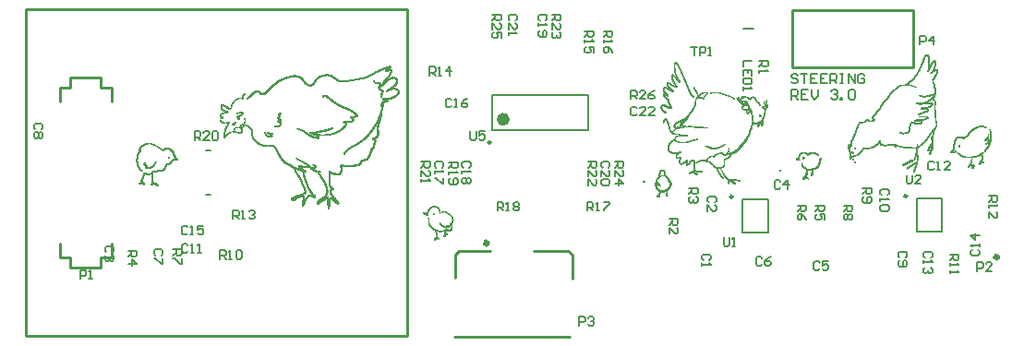
<source format=gto>
G04*
G04 #@! TF.GenerationSoftware,Altium Limited,Altium Designer,19.0.10 (269)*
G04*
G04 Layer_Color=65535*
%FSLAX25Y25*%
%MOIN*%
G70*
G01*
G75*
%ADD10C,0.02362*%
%ADD11C,0.00984*%
%ADD12C,0.01968*%
%ADD13C,0.01500*%
%ADD14C,0.00787*%
%ADD15C,0.00600*%
%ADD16C,0.01000*%
%ADD17C,0.00591*%
G36*
X235020Y98886D02*
X235102D01*
Y98804D01*
X235267D01*
Y98721D01*
X235349D01*
Y98639D01*
Y98557D01*
X235432D01*
Y98474D01*
X235514D01*
Y98392D01*
X235597D01*
Y98309D01*
X235680D01*
Y98227D01*
Y98144D01*
X235762D01*
Y98062D01*
Y97979D01*
X235844D01*
Y97897D01*
X235927D01*
Y97814D01*
Y97732D01*
X236009D01*
Y97649D01*
Y97567D01*
X236092D01*
Y97484D01*
Y97402D01*
X236174D01*
Y97319D01*
Y97237D01*
X236257D01*
Y97154D01*
Y97072D01*
Y96990D01*
X236339D01*
Y96907D01*
Y96825D01*
X236422D01*
Y96742D01*
Y96660D01*
X236504D01*
Y96577D01*
Y96495D01*
X236587D01*
Y96412D01*
Y96330D01*
Y96247D01*
X236669D01*
Y96165D01*
Y96082D01*
X236752D01*
Y96000D01*
Y95917D01*
X236834D01*
Y95835D01*
Y95752D01*
X236917D01*
Y95670D01*
Y95587D01*
X236999D01*
Y95505D01*
Y95422D01*
Y95340D01*
X237082D01*
Y95258D01*
Y95175D01*
X237164D01*
Y95092D01*
Y95010D01*
X237246D01*
Y94928D01*
Y94845D01*
Y94763D01*
X237329D01*
Y94680D01*
Y94598D01*
X237411D01*
Y94515D01*
Y94433D01*
Y94350D01*
X237494D01*
Y94268D01*
Y94185D01*
X237576D01*
Y94103D01*
Y94020D01*
X237659D01*
Y93938D01*
Y93855D01*
X237741D01*
Y93773D01*
Y93690D01*
Y93608D01*
X237824D01*
Y93525D01*
Y93443D01*
X237906D01*
Y93361D01*
Y93278D01*
X237989D01*
Y93196D01*
Y93113D01*
X238071D01*
Y93031D01*
Y92948D01*
X238154D01*
Y92866D01*
Y92783D01*
X238236D01*
Y92701D01*
Y92618D01*
X238319D01*
Y92536D01*
Y92453D01*
X238401D01*
Y92371D01*
Y92288D01*
Y92206D01*
X238484D01*
Y92123D01*
Y92041D01*
X238566D01*
Y91958D01*
Y91876D01*
X238649D01*
Y91794D01*
Y91711D01*
Y91628D01*
X238731D01*
Y91546D01*
Y91464D01*
X238813D01*
Y91381D01*
Y91299D01*
Y91216D01*
X238896D01*
Y91134D01*
Y91051D01*
X238979D01*
Y90969D01*
Y90886D01*
Y90804D01*
X239061D01*
Y90721D01*
Y90639D01*
Y90556D01*
X239143D01*
Y90474D01*
Y90391D01*
X239226D01*
Y90309D01*
Y90226D01*
Y90144D01*
X239308D01*
Y90061D01*
Y89979D01*
X239391D01*
Y89897D01*
Y89814D01*
Y89732D01*
X239473D01*
Y89649D01*
Y89567D01*
X239556D01*
Y89484D01*
Y89402D01*
X239638D01*
Y89319D01*
Y89237D01*
Y89154D01*
X239721D01*
Y89072D01*
Y88989D01*
X239803D01*
Y88907D01*
Y88824D01*
X239886D01*
Y88742D01*
Y88659D01*
X239968D01*
Y88577D01*
Y88494D01*
X240051D01*
Y88412D01*
Y88329D01*
X240133D01*
Y88247D01*
Y88165D01*
X240216D01*
Y88082D01*
X240298D01*
Y88000D01*
Y87917D01*
X240381D01*
Y87835D01*
Y87752D01*
X240463D01*
Y87670D01*
Y87587D01*
X240546D01*
Y87505D01*
X240628D01*
Y87422D01*
Y87340D01*
X240710D01*
Y87257D01*
X240793D01*
Y87175D01*
X240876D01*
Y87092D01*
X240958D01*
Y87010D01*
Y86927D01*
X241040D01*
Y86845D01*
X241123D01*
Y86762D01*
X241205D01*
Y86680D01*
X241288D01*
Y86598D01*
Y86515D01*
Y86432D01*
Y86350D01*
Y86268D01*
Y86185D01*
X240628D01*
Y86268D01*
X240546D01*
Y86350D01*
X240463D01*
Y86432D01*
Y86515D01*
X240381D01*
Y86598D01*
X240298D01*
Y86680D01*
X240216D01*
Y86762D01*
X240133D01*
Y86845D01*
Y86927D01*
X240051D01*
Y87010D01*
X239968D01*
Y87092D01*
Y87175D01*
X239886D01*
Y87257D01*
X239803D01*
Y87340D01*
Y87422D01*
X239721D01*
Y87505D01*
Y87587D01*
X239638D01*
Y87670D01*
X239556D01*
Y87752D01*
Y87835D01*
X239473D01*
Y87917D01*
Y88000D01*
X239391D01*
Y88082D01*
Y88165D01*
X239308D01*
Y88247D01*
Y88329D01*
X239226D01*
Y88412D01*
Y88494D01*
Y88577D01*
X239143D01*
Y88659D01*
Y88742D01*
X239061D01*
Y88824D01*
Y88907D01*
X238979D01*
Y88989D01*
Y89072D01*
Y89154D01*
X238896D01*
Y89237D01*
Y89319D01*
X238813D01*
Y89402D01*
Y89484D01*
Y89567D01*
X238731D01*
Y89649D01*
Y89732D01*
X238649D01*
Y89814D01*
Y89897D01*
Y89979D01*
X238566D01*
Y90061D01*
Y90144D01*
X238484D01*
Y90226D01*
Y90309D01*
Y90391D01*
X238401D01*
Y90474D01*
Y90556D01*
X238319D01*
Y90639D01*
Y90721D01*
Y90804D01*
X238236D01*
Y90886D01*
Y90969D01*
X238154D01*
Y91051D01*
Y91134D01*
Y91216D01*
X238071D01*
Y91299D01*
Y91381D01*
X237989D01*
Y91464D01*
Y91546D01*
Y91628D01*
X237906D01*
Y91711D01*
Y91794D01*
X237824D01*
Y91876D01*
Y91958D01*
X237741D01*
Y92041D01*
Y92123D01*
Y92206D01*
X237659D01*
Y92288D01*
Y92371D01*
X237576D01*
Y92453D01*
Y92536D01*
X237494D01*
Y92618D01*
Y92701D01*
X237411D01*
Y92783D01*
Y92866D01*
X237329D01*
Y92948D01*
Y93031D01*
X237246D01*
Y93113D01*
Y93196D01*
Y93278D01*
X237164D01*
Y93361D01*
Y93443D01*
X237082D01*
Y93525D01*
Y93608D01*
X236999D01*
Y93690D01*
Y93773D01*
Y93855D01*
X236917D01*
Y93938D01*
Y94020D01*
X236834D01*
Y94103D01*
Y94185D01*
Y94268D01*
X236752D01*
Y94350D01*
Y94433D01*
X236669D01*
Y94515D01*
Y94598D01*
Y94680D01*
X236587D01*
Y94763D01*
Y94845D01*
X236504D01*
Y94928D01*
Y95010D01*
Y95092D01*
X236422D01*
Y95175D01*
Y95258D01*
X236339D01*
Y95340D01*
Y95422D01*
X236257D01*
Y95505D01*
Y95587D01*
Y95670D01*
X236174D01*
Y95752D01*
Y95835D01*
X236092D01*
Y95917D01*
Y96000D01*
X236009D01*
Y96082D01*
Y96165D01*
X235927D01*
Y96247D01*
Y96330D01*
X235844D01*
Y96412D01*
Y96495D01*
Y96577D01*
X235762D01*
Y96660D01*
Y96742D01*
X235680D01*
Y96825D01*
Y96907D01*
X235597D01*
Y96990D01*
Y97072D01*
X235514D01*
Y97154D01*
Y97237D01*
X235432D01*
Y97319D01*
Y97402D01*
X235349D01*
Y97484D01*
Y97567D01*
X235267D01*
Y97649D01*
Y97732D01*
X235185D01*
Y97814D01*
X235102D01*
Y97897D01*
Y97979D01*
X235020D01*
Y98062D01*
X234937D01*
Y98144D01*
X234855D01*
Y98227D01*
X234772D01*
Y98309D01*
X234690D01*
Y98392D01*
X234607D01*
Y98309D01*
Y98227D01*
X234525D01*
Y98144D01*
Y98062D01*
Y97979D01*
X234442D01*
Y97897D01*
Y97814D01*
Y97732D01*
Y97649D01*
X234360D01*
Y97567D01*
Y97484D01*
Y97402D01*
X234442D01*
Y97319D01*
Y97237D01*
Y97154D01*
Y97072D01*
Y96990D01*
Y96907D01*
Y96825D01*
Y96742D01*
X234525D01*
Y96660D01*
Y96577D01*
Y96495D01*
Y96412D01*
Y96330D01*
Y96247D01*
X234607D01*
Y96165D01*
Y96082D01*
Y96000D01*
Y95917D01*
Y95835D01*
X234690D01*
Y95752D01*
Y95670D01*
Y95587D01*
Y95505D01*
X234772D01*
Y95422D01*
Y95340D01*
Y95258D01*
X234855D01*
Y95175D01*
Y95092D01*
Y95010D01*
Y94928D01*
X234937D01*
Y94845D01*
Y94763D01*
Y94680D01*
X235020D01*
Y94598D01*
Y94515D01*
Y94433D01*
X235102D01*
Y94350D01*
Y94268D01*
X235185D01*
Y94185D01*
Y94103D01*
X235267D01*
Y94020D01*
Y93938D01*
Y93855D01*
X235349D01*
Y93773D01*
Y93690D01*
X235432D01*
Y93608D01*
Y93525D01*
X235514D01*
Y93443D01*
Y93361D01*
X235597D01*
Y93278D01*
X235680D01*
Y93196D01*
Y93113D01*
X235762D01*
Y93031D01*
Y92948D01*
X235844D01*
Y92866D01*
Y92783D01*
X235927D01*
Y92701D01*
X236009D01*
Y92618D01*
Y92536D01*
X236092D01*
Y92453D01*
Y92371D01*
X236174D01*
Y92288D01*
X236257D01*
Y92206D01*
Y92123D01*
X236339D01*
Y92041D01*
X236422D01*
Y91958D01*
Y91876D01*
X236504D01*
Y91794D01*
Y91711D01*
Y91628D01*
Y91546D01*
Y91464D01*
Y91381D01*
X236422D01*
Y91299D01*
X236009D01*
Y91381D01*
X235844D01*
Y91464D01*
X235762D01*
Y91546D01*
X235680D01*
Y91628D01*
X235597D01*
Y91711D01*
X235514D01*
Y91794D01*
X235432D01*
Y91876D01*
X235349D01*
Y91958D01*
X235267D01*
Y92041D01*
X235185D01*
Y92123D01*
X235102D01*
Y92206D01*
Y92288D01*
X235020D01*
Y92371D01*
X234937D01*
Y92453D01*
X234855D01*
Y92536D01*
X234772D01*
Y92618D01*
X234690D01*
Y92701D01*
X234607D01*
Y92783D01*
Y92866D01*
X234525D01*
Y92948D01*
X234442D01*
Y93031D01*
X234360D01*
Y93113D01*
X234277D01*
Y93196D01*
X234195D01*
Y93278D01*
X234112D01*
Y93361D01*
Y93443D01*
X234030D01*
Y93525D01*
X233947D01*
Y93608D01*
X233865D01*
Y93690D01*
X233783D01*
Y93773D01*
X233700D01*
Y93855D01*
X233617D01*
Y93938D01*
X233453D01*
Y93855D01*
Y93773D01*
X233535D01*
Y93690D01*
Y93608D01*
Y93525D01*
Y93443D01*
Y93361D01*
X233617D01*
Y93278D01*
Y93196D01*
Y93113D01*
Y93031D01*
X233700D01*
Y92948D01*
Y92866D01*
X233783D01*
Y92783D01*
Y92701D01*
Y92618D01*
X233865D01*
Y92536D01*
Y92453D01*
X233947D01*
Y92371D01*
Y92288D01*
X234030D01*
Y92206D01*
Y92123D01*
X234112D01*
Y92041D01*
Y91958D01*
X234195D01*
Y91876D01*
Y91794D01*
X234277D01*
Y91711D01*
Y91628D01*
X234360D01*
Y91546D01*
Y91464D01*
X234442D01*
Y91381D01*
X234525D01*
Y91299D01*
Y91216D01*
X234607D01*
Y91134D01*
Y91051D01*
X234690D01*
Y90969D01*
X234772D01*
Y90886D01*
X234855D01*
Y90804D01*
Y90721D01*
X234937D01*
Y90639D01*
X235020D01*
Y90556D01*
X235102D01*
Y90474D01*
X235185D01*
Y90391D01*
X235267D01*
Y90309D01*
Y90226D01*
X235349D01*
Y90144D01*
Y90061D01*
Y89979D01*
Y89897D01*
Y89814D01*
Y89732D01*
X235267D01*
Y89649D01*
X234772D01*
Y89732D01*
X234525D01*
Y89814D01*
X234195D01*
Y89897D01*
X233947D01*
Y89979D01*
X233700D01*
Y90061D01*
X233535D01*
Y90144D01*
X233370D01*
Y90226D01*
X233205D01*
Y90309D01*
X233040D01*
Y90391D01*
X232958D01*
Y90474D01*
X232793D01*
Y90556D01*
X232710D01*
Y90639D01*
X232628D01*
Y90721D01*
X232463D01*
Y90804D01*
X232298D01*
Y90886D01*
X232215D01*
Y90969D01*
X232050D01*
Y91051D01*
X231886D01*
Y90969D01*
Y90886D01*
X231968D01*
Y90804D01*
Y90721D01*
X232050D01*
Y90639D01*
Y90556D01*
X232133D01*
Y90474D01*
Y90391D01*
X232215D01*
Y90309D01*
X232298D01*
Y90226D01*
X232380D01*
Y90144D01*
Y90061D01*
X232463D01*
Y89979D01*
X232545D01*
Y89897D01*
X232628D01*
Y89814D01*
X232710D01*
Y89732D01*
X232793D01*
Y89649D01*
X232875D01*
Y89567D01*
X232958D01*
Y89484D01*
X233123D01*
Y89402D01*
X233205D01*
Y89319D01*
X233288D01*
Y89237D01*
X233370D01*
Y89154D01*
X233453D01*
Y89072D01*
X233535D01*
Y88989D01*
X233617D01*
Y88907D01*
X233700D01*
Y88824D01*
X233783D01*
Y88742D01*
X233865D01*
Y88659D01*
Y88577D01*
Y88494D01*
Y88412D01*
Y88329D01*
Y88247D01*
Y88165D01*
Y88082D01*
X233288D01*
Y88165D01*
X233123D01*
Y88247D01*
X232958D01*
Y88329D01*
X232875D01*
Y88412D01*
X232710D01*
Y88494D01*
X232545D01*
Y88577D01*
X232380D01*
Y88659D01*
X232215D01*
Y88742D01*
X232050D01*
Y88824D01*
X231886D01*
Y88907D01*
X231803D01*
Y88989D01*
X231638D01*
Y89072D01*
X231473D01*
Y89154D01*
X231308D01*
Y89237D01*
X231226D01*
Y89319D01*
X231061D01*
Y89402D01*
X230896D01*
Y89484D01*
X230813D01*
Y89402D01*
X230731D01*
Y89319D01*
X230648D01*
Y89237D01*
Y89154D01*
Y89072D01*
Y88989D01*
Y88907D01*
Y88824D01*
X230731D01*
Y88742D01*
Y88659D01*
X230813D01*
Y88577D01*
Y88494D01*
X230896D01*
Y88412D01*
X230978D01*
Y88329D01*
X231061D01*
Y88247D01*
Y88165D01*
X231143D01*
Y88082D01*
X231226D01*
Y88000D01*
X231308D01*
Y87917D01*
X231391D01*
Y87835D01*
X231473D01*
Y87752D01*
X231556D01*
Y87670D01*
X231638D01*
Y87587D01*
X231721D01*
Y87505D01*
X231803D01*
Y87422D01*
X231886D01*
Y87340D01*
X231968D01*
Y87257D01*
X232050D01*
Y87175D01*
Y87092D01*
X232133D01*
Y87010D01*
Y86927D01*
Y86845D01*
Y86762D01*
Y86680D01*
Y86598D01*
Y86515D01*
X231391D01*
Y86598D01*
X231308D01*
Y86680D01*
X231143D01*
Y86762D01*
X231061D01*
Y86845D01*
X230896D01*
Y86762D01*
X230978D01*
Y86680D01*
X231061D01*
Y86598D01*
X231143D01*
Y86515D01*
X231226D01*
Y86432D01*
X231308D01*
Y86350D01*
Y86268D01*
X231391D01*
Y86185D01*
X231473D01*
Y86103D01*
X231556D01*
Y86020D01*
X231638D01*
Y85938D01*
X231721D01*
Y85855D01*
X231968D01*
Y85773D01*
X232215D01*
Y85690D01*
X232298D01*
Y85608D01*
Y85525D01*
Y85443D01*
Y85360D01*
Y85278D01*
Y85195D01*
Y85113D01*
Y85030D01*
Y84948D01*
Y84865D01*
Y84783D01*
X232380D01*
Y84701D01*
Y84618D01*
X232463D01*
Y84536D01*
Y84453D01*
X232545D01*
Y84371D01*
Y84288D01*
X232628D01*
Y84206D01*
Y84123D01*
X232710D01*
Y84041D01*
Y83958D01*
X232793D01*
Y83876D01*
Y83793D01*
X232875D01*
Y83711D01*
Y83628D01*
Y83546D01*
X232958D01*
Y83463D01*
Y83381D01*
X233040D01*
Y83298D01*
Y83216D01*
Y83134D01*
X233123D01*
Y83051D01*
Y82968D01*
X233205D01*
Y82886D01*
Y82804D01*
X233288D01*
Y82721D01*
Y82639D01*
Y82556D01*
Y82474D01*
Y82391D01*
Y82309D01*
X233205D01*
Y82226D01*
Y82144D01*
X232050D01*
Y82226D01*
X231803D01*
Y82309D01*
X231638D01*
Y82391D01*
X231473D01*
Y82474D01*
X231308D01*
Y82556D01*
X231143D01*
Y82639D01*
X230978D01*
Y82721D01*
X230896D01*
Y82804D01*
X230731D01*
Y82886D01*
X230483D01*
Y82968D01*
X230071D01*
Y82886D01*
X229989D01*
Y82804D01*
X229906D01*
Y82721D01*
X229824D01*
Y82639D01*
Y82556D01*
Y82474D01*
Y82391D01*
X229906D01*
Y82309D01*
Y82226D01*
X229989D01*
Y82144D01*
X230071D01*
Y82061D01*
Y81979D01*
X230153D01*
Y81896D01*
X230236D01*
Y81814D01*
X230318D01*
Y81731D01*
X230401D01*
Y81649D01*
X230483D01*
Y81566D01*
X230566D01*
Y81484D01*
X230731D01*
Y81401D01*
X230813D01*
Y81319D01*
X230896D01*
Y81236D01*
X231061D01*
Y81154D01*
X231391D01*
Y81072D01*
X231473D01*
Y80989D01*
Y80907D01*
Y80824D01*
Y80742D01*
Y80659D01*
X231391D01*
Y80577D01*
X231308D01*
Y80494D01*
X230566D01*
Y80577D01*
X230401D01*
Y80659D01*
X230318D01*
Y80742D01*
X230153D01*
Y80824D01*
X230071D01*
Y80907D01*
X229989D01*
Y80989D01*
X229906D01*
Y81072D01*
X229824D01*
Y81154D01*
X229741D01*
Y81236D01*
X229659D01*
Y81319D01*
X229576D01*
Y81401D01*
X229494D01*
Y81484D01*
X229411D01*
Y81566D01*
Y81649D01*
X229329D01*
Y81731D01*
Y81814D01*
X229246D01*
Y81896D01*
Y81979D01*
X229164D01*
Y82061D01*
Y82144D01*
Y82226D01*
X229081D01*
Y82309D01*
Y82391D01*
Y82474D01*
Y82556D01*
Y82639D01*
Y82721D01*
Y82804D01*
Y82886D01*
Y82968D01*
X229164D01*
Y83051D01*
Y83134D01*
Y83216D01*
X229246D01*
Y83298D01*
X229329D01*
Y83381D01*
X229411D01*
Y83463D01*
X229494D01*
Y83546D01*
X229659D01*
Y83628D01*
X229906D01*
Y83711D01*
X230648D01*
Y83628D01*
X230978D01*
Y83546D01*
X231143D01*
Y83463D01*
X231308D01*
Y83381D01*
X231473D01*
Y83298D01*
X231638D01*
Y83216D01*
X231721D01*
Y83134D01*
X231886D01*
Y83051D01*
X232050D01*
Y82968D01*
X232215D01*
Y82886D01*
X232380D01*
Y82968D01*
X232298D01*
Y83051D01*
Y83134D01*
Y83216D01*
X232215D01*
Y83298D01*
Y83381D01*
X232133D01*
Y83463D01*
Y83546D01*
Y83628D01*
X232050D01*
Y83711D01*
X231968D01*
Y83793D01*
Y83876D01*
X231886D01*
Y83958D01*
Y84041D01*
X231803D01*
Y84123D01*
Y84206D01*
X231721D01*
Y84288D01*
Y84371D01*
Y84453D01*
X231638D01*
Y84536D01*
Y84618D01*
Y84701D01*
Y84783D01*
Y84865D01*
Y84948D01*
Y85030D01*
Y85113D01*
Y85195D01*
X231473D01*
Y85278D01*
X231226D01*
Y85360D01*
X231143D01*
Y85443D01*
X231061D01*
Y85525D01*
X230978D01*
Y85608D01*
X230896D01*
Y85690D01*
X230813D01*
Y85773D01*
Y85855D01*
X230731D01*
Y85938D01*
X230648D01*
Y86020D01*
X230566D01*
Y86103D01*
X230483D01*
Y86185D01*
X230401D01*
Y86268D01*
Y86350D01*
X230318D01*
Y86432D01*
X230236D01*
Y86515D01*
Y86598D01*
X230153D01*
Y86680D01*
Y86762D01*
Y86845D01*
X230071D01*
Y86927D01*
Y87010D01*
Y87092D01*
Y87175D01*
Y87257D01*
Y87340D01*
Y87422D01*
Y87505D01*
X230153D01*
Y87587D01*
Y87670D01*
X230236D01*
Y87752D01*
X230483D01*
Y87835D01*
X230401D01*
Y87917D01*
X230318D01*
Y88000D01*
Y88082D01*
X230236D01*
Y88165D01*
Y88247D01*
X230153D01*
Y88329D01*
Y88412D01*
X230071D01*
Y88494D01*
Y88577D01*
Y88659D01*
Y88742D01*
X229989D01*
Y88824D01*
Y88907D01*
Y88989D01*
Y89072D01*
Y89154D01*
Y89237D01*
Y89319D01*
Y89402D01*
Y89484D01*
X230071D01*
Y89567D01*
Y89649D01*
Y89732D01*
X230153D01*
Y89814D01*
Y89897D01*
X230236D01*
Y89979D01*
X230318D01*
Y90061D01*
X231308D01*
Y89979D01*
X231473D01*
Y89897D01*
X231638D01*
Y89814D01*
X231721D01*
Y89897D01*
X231638D01*
Y89979D01*
X231556D01*
Y90061D01*
Y90144D01*
X231473D01*
Y90226D01*
Y90309D01*
X231391D01*
Y90391D01*
Y90474D01*
X231308D01*
Y90556D01*
Y90639D01*
Y90721D01*
Y90804D01*
X231226D01*
Y90886D01*
Y90969D01*
Y91051D01*
Y91134D01*
Y91216D01*
Y91299D01*
Y91381D01*
X231308D01*
Y91464D01*
Y91546D01*
X231391D01*
Y91628D01*
X231473D01*
Y91711D01*
X232133D01*
Y91628D01*
X232380D01*
Y91546D01*
X232545D01*
Y91464D01*
X232710D01*
Y91381D01*
X232793D01*
Y91299D01*
X232958D01*
Y91216D01*
X233040D01*
Y91134D01*
X233205D01*
Y91051D01*
X233288D01*
Y90969D01*
X233453D01*
Y90886D01*
X233535D01*
Y90804D01*
X233700D01*
Y90721D01*
X233865D01*
Y90639D01*
X234030D01*
Y90556D01*
X234195D01*
Y90639D01*
X234112D01*
Y90721D01*
X234030D01*
Y90804D01*
Y90886D01*
X233947D01*
Y90969D01*
Y91051D01*
X233865D01*
Y91134D01*
X233783D01*
Y91216D01*
Y91299D01*
X233700D01*
Y91381D01*
Y91464D01*
X233617D01*
Y91546D01*
Y91628D01*
X233535D01*
Y91711D01*
Y91794D01*
X233453D01*
Y91876D01*
Y91958D01*
X233370D01*
Y92041D01*
Y92123D01*
X233288D01*
Y92206D01*
Y92288D01*
Y92371D01*
X233205D01*
Y92453D01*
Y92536D01*
X233123D01*
Y92618D01*
Y92701D01*
Y92783D01*
X233040D01*
Y92866D01*
Y92948D01*
Y93031D01*
Y93113D01*
Y93196D01*
X232958D01*
Y93278D01*
Y93361D01*
Y93443D01*
Y93525D01*
Y93608D01*
Y93690D01*
Y93773D01*
Y93855D01*
Y93938D01*
Y94020D01*
Y94103D01*
Y94185D01*
Y94268D01*
Y94350D01*
Y94433D01*
X233040D01*
Y94515D01*
Y94598D01*
X233205D01*
Y94680D01*
X233700D01*
Y94598D01*
X233865D01*
Y94515D01*
X233947D01*
Y94433D01*
X234030D01*
Y94350D01*
X234112D01*
Y94268D01*
X234195D01*
Y94185D01*
X234277D01*
Y94103D01*
X234360D01*
Y94020D01*
X234442D01*
Y93938D01*
X234525D01*
Y93855D01*
X234607D01*
Y93938D01*
X234525D01*
Y94020D01*
Y94103D01*
Y94185D01*
X234442D01*
Y94268D01*
Y94350D01*
Y94433D01*
X234360D01*
Y94515D01*
Y94598D01*
Y94680D01*
X234277D01*
Y94763D01*
Y94845D01*
Y94928D01*
X234195D01*
Y95010D01*
Y95092D01*
Y95175D01*
Y95258D01*
X234112D01*
Y95340D01*
Y95422D01*
Y95505D01*
Y95587D01*
Y95670D01*
X234030D01*
Y95752D01*
Y95835D01*
Y95917D01*
Y96000D01*
Y96082D01*
X233947D01*
Y96165D01*
Y96247D01*
Y96330D01*
Y96412D01*
Y96495D01*
Y96577D01*
X233865D01*
Y96660D01*
Y96742D01*
Y96825D01*
Y96907D01*
Y96990D01*
Y97072D01*
Y97154D01*
Y97237D01*
Y97319D01*
Y97402D01*
Y97484D01*
Y97567D01*
Y97649D01*
Y97732D01*
Y97814D01*
Y97897D01*
Y97979D01*
Y98062D01*
Y98144D01*
Y98227D01*
X233947D01*
Y98309D01*
Y98392D01*
Y98474D01*
X234030D01*
Y98557D01*
Y98639D01*
Y98721D01*
X234112D01*
Y98804D01*
X234195D01*
Y98886D01*
X234277D01*
Y98969D01*
X235020D01*
Y98886D01*
D02*
G37*
G36*
X131651Y97548D02*
X131821D01*
Y97463D01*
Y97378D01*
X131906D01*
Y97293D01*
Y97208D01*
Y97123D01*
Y97038D01*
Y96953D01*
Y96868D01*
Y96784D01*
X131821D01*
Y96698D01*
Y96614D01*
X131736D01*
Y96529D01*
X131651D01*
Y96444D01*
X132161D01*
Y96359D01*
X132246D01*
Y96274D01*
X132331D01*
Y96189D01*
Y96104D01*
X132416D01*
Y96019D01*
Y95934D01*
Y95849D01*
Y95764D01*
Y95679D01*
Y95594D01*
Y95509D01*
X132331D01*
Y95424D01*
Y95339D01*
Y95254D01*
Y95170D01*
X132246D01*
Y95085D01*
Y95000D01*
X132161D01*
Y94915D01*
Y94830D01*
X132076D01*
Y94745D01*
Y94660D01*
X131991D01*
Y94575D01*
Y94490D01*
X131906D01*
Y94405D01*
Y94320D01*
X131821D01*
Y94235D01*
X131736D01*
Y94150D01*
Y94065D01*
X131651D01*
Y93980D01*
X131567D01*
Y93895D01*
Y93810D01*
X131482D01*
Y93726D01*
X131397D01*
Y93641D01*
X131312D01*
Y93556D01*
X131227D01*
Y93471D01*
X131142D01*
Y93386D01*
X131057D01*
Y93301D01*
Y93216D01*
X131227D01*
Y93301D01*
X131397D01*
Y93386D01*
X131651D01*
Y93471D01*
X131906D01*
Y93556D01*
X132161D01*
Y93641D01*
X133350D01*
Y93556D01*
X133605D01*
Y93471D01*
X133775D01*
Y93386D01*
X133945D01*
Y93301D01*
X134030D01*
Y93216D01*
Y93131D01*
X134115D01*
Y93046D01*
X134200D01*
Y92961D01*
Y92876D01*
Y92791D01*
X134285D01*
Y92706D01*
Y92621D01*
Y92536D01*
Y92451D01*
X134370D01*
Y92366D01*
Y92281D01*
Y92197D01*
Y92111D01*
Y92027D01*
Y91942D01*
Y91857D01*
Y91772D01*
Y91687D01*
Y91602D01*
Y91517D01*
Y91432D01*
X134285D01*
Y91347D01*
Y91262D01*
Y91177D01*
X134200D01*
Y91092D01*
Y91007D01*
X134115D01*
Y90922D01*
X134030D01*
Y90837D01*
Y90752D01*
X133945D01*
Y90667D01*
X133860D01*
Y90583D01*
X133775D01*
Y90498D01*
X133690D01*
Y90413D01*
Y90328D01*
X133605D01*
Y90243D01*
X133435D01*
Y90158D01*
X133350D01*
Y90073D01*
X133265D01*
Y89988D01*
X133180D01*
Y89903D01*
X133096D01*
Y89818D01*
X133011D01*
Y89733D01*
X133265D01*
Y89648D01*
X133775D01*
Y89563D01*
X134030D01*
Y89478D01*
X134200D01*
Y89393D01*
X134370D01*
Y89308D01*
X134455D01*
Y89223D01*
X134540D01*
Y89139D01*
X134625D01*
Y89053D01*
Y88969D01*
X134710D01*
Y88884D01*
X134794D01*
Y88799D01*
Y88714D01*
X134879D01*
Y88629D01*
Y88544D01*
Y88459D01*
Y88374D01*
X134964D01*
Y88289D01*
Y88204D01*
Y88119D01*
Y88034D01*
Y87949D01*
Y87864D01*
Y87779D01*
X134879D01*
Y87694D01*
Y87609D01*
Y87524D01*
X134794D01*
Y87440D01*
Y87355D01*
X134710D01*
Y87270D01*
Y87185D01*
X134625D01*
Y87100D01*
X134540D01*
Y87015D01*
X134455D01*
Y86930D01*
X134370D01*
Y86845D01*
X134285D01*
Y86760D01*
X134200D01*
Y86675D01*
X134115D01*
Y86590D01*
X133945D01*
Y86505D01*
X133860D01*
Y86420D01*
X133690D01*
Y86335D01*
X133605D01*
Y86250D01*
X133435D01*
Y86165D01*
X133350D01*
Y86080D01*
X133180D01*
Y85996D01*
X133011D01*
Y85911D01*
X132841D01*
Y85826D01*
X132671D01*
Y85741D01*
X132416D01*
Y85656D01*
X132246D01*
Y85571D01*
X131991D01*
Y85486D01*
X131651D01*
Y85401D01*
X131397D01*
Y85316D01*
X131057D01*
Y85231D01*
X130972D01*
Y85146D01*
Y85061D01*
Y84976D01*
Y84891D01*
Y84806D01*
X130887D01*
Y84721D01*
X130802D01*
Y84636D01*
X130632D01*
Y84552D01*
X130462D01*
Y84466D01*
X130292D01*
Y84382D01*
X129953D01*
Y84297D01*
X129528D01*
Y84212D01*
X129443D01*
Y84127D01*
Y84042D01*
Y83957D01*
Y83872D01*
Y83787D01*
X129358D01*
Y83702D01*
Y83617D01*
Y83532D01*
Y83447D01*
Y83362D01*
Y83277D01*
X129273D01*
Y83192D01*
Y83107D01*
Y83022D01*
Y82938D01*
Y82853D01*
X129188D01*
Y82768D01*
Y82683D01*
Y82598D01*
Y82513D01*
Y82428D01*
X129103D01*
Y82343D01*
Y82258D01*
Y82173D01*
Y82088D01*
Y82003D01*
X129018D01*
Y81918D01*
Y81833D01*
Y81748D01*
Y81663D01*
X128933D01*
Y81578D01*
Y81494D01*
Y81409D01*
Y81324D01*
X128848D01*
Y81239D01*
Y81154D01*
Y81069D01*
Y80984D01*
X128763D01*
Y80899D01*
Y80814D01*
Y80729D01*
X128678D01*
Y80644D01*
Y80559D01*
Y80474D01*
Y80389D01*
Y80304D01*
Y80219D01*
Y80134D01*
Y80049D01*
Y79965D01*
Y79879D01*
Y79795D01*
Y79710D01*
Y79625D01*
Y79540D01*
Y79455D01*
X128594D01*
Y79370D01*
Y79285D01*
Y79200D01*
Y79115D01*
Y79030D01*
Y78945D01*
X128508D01*
Y78860D01*
Y78775D01*
Y78690D01*
Y78605D01*
X128424D01*
Y78520D01*
Y78435D01*
Y78351D01*
X128339D01*
Y78266D01*
Y78181D01*
Y78096D01*
Y78011D01*
X128254D01*
Y77926D01*
Y77841D01*
Y77756D01*
X128169D01*
Y77671D01*
Y77586D01*
Y77501D01*
X128084D01*
Y77416D01*
Y77331D01*
X127999D01*
Y77246D01*
Y77161D01*
Y77076D01*
X127914D01*
Y76991D01*
Y76907D01*
Y76822D01*
X127829D01*
Y76737D01*
Y76652D01*
Y76567D01*
X127744D01*
Y76482D01*
Y76397D01*
Y76312D01*
Y76227D01*
X127659D01*
Y76142D01*
Y76057D01*
Y75972D01*
Y75887D01*
X127574D01*
Y75802D01*
Y75717D01*
Y75632D01*
Y75547D01*
Y75462D01*
X127489D01*
Y75378D01*
Y75292D01*
Y75208D01*
Y75123D01*
Y75038D01*
Y74953D01*
Y74868D01*
Y74783D01*
Y74698D01*
Y74613D01*
Y74528D01*
Y74443D01*
Y74358D01*
Y74273D01*
X127574D01*
Y74188D01*
Y74103D01*
Y74018D01*
Y73933D01*
Y73848D01*
Y73764D01*
Y73679D01*
Y73594D01*
Y73509D01*
Y73424D01*
Y73339D01*
Y73254D01*
Y73169D01*
Y73084D01*
Y72999D01*
Y72914D01*
Y72829D01*
Y72744D01*
Y72659D01*
Y72574D01*
Y72489D01*
X127489D01*
Y72404D01*
Y72320D01*
Y72234D01*
X127404D01*
Y72150D01*
Y72065D01*
X127319D01*
Y71980D01*
X127234D01*
Y71895D01*
Y71810D01*
X127149D01*
Y71725D01*
X127065D01*
Y71640D01*
X126979D01*
Y71555D01*
X126895D01*
Y71470D01*
X126810D01*
Y71385D01*
X126725D01*
Y71300D01*
X126555D01*
Y71215D01*
X126385D01*
Y71130D01*
X126470D01*
Y71045D01*
Y70960D01*
Y70875D01*
X126555D01*
Y70790D01*
Y70705D01*
Y70621D01*
Y70536D01*
Y70451D01*
Y70366D01*
Y70281D01*
Y70196D01*
Y70111D01*
Y70026D01*
X126470D01*
Y69941D01*
Y69856D01*
Y69771D01*
Y69686D01*
X126385D01*
Y69601D01*
Y69516D01*
Y69431D01*
X126300D01*
Y69346D01*
Y69261D01*
X126215D01*
Y69177D01*
X126130D01*
Y69092D01*
Y69007D01*
X126045D01*
Y68922D01*
Y68837D01*
Y68752D01*
Y68667D01*
Y68582D01*
Y68497D01*
Y68412D01*
Y68327D01*
Y68242D01*
Y68157D01*
X125960D01*
Y68072D01*
Y67987D01*
Y67902D01*
X125875D01*
Y67817D01*
Y67733D01*
X125790D01*
Y67647D01*
X125705D01*
Y67563D01*
Y67478D01*
X125620D01*
Y67393D01*
X125536D01*
Y67308D01*
X125451D01*
Y67223D01*
X125366D01*
Y67138D01*
X125281D01*
Y67053D01*
Y66968D01*
X125196D01*
Y66883D01*
Y66798D01*
X125111D01*
Y66713D01*
Y66628D01*
Y66543D01*
X125026D01*
Y66458D01*
Y66373D01*
Y66288D01*
X124941D01*
Y66203D01*
Y66119D01*
Y66034D01*
Y65949D01*
X124856D01*
Y65864D01*
Y65779D01*
X124771D01*
Y65694D01*
Y65609D01*
X124686D01*
Y65524D01*
Y65439D01*
X124601D01*
Y65354D01*
Y65269D01*
Y65184D01*
X124516D01*
Y65099D01*
Y65014D01*
X124431D01*
Y64929D01*
Y64844D01*
X124346D01*
Y64759D01*
Y64675D01*
X124261D01*
Y64590D01*
Y64505D01*
X124176D01*
Y64420D01*
Y64335D01*
X124091D01*
Y64250D01*
X124006D01*
Y64165D01*
Y64080D01*
X123922D01*
Y63995D01*
X123837D01*
Y63910D01*
Y63825D01*
X123752D01*
Y63740D01*
X123667D01*
Y63655D01*
X123582D01*
Y63570D01*
X123412D01*
Y63485D01*
X123242D01*
Y63400D01*
X123072D01*
Y63315D01*
X122817D01*
Y63230D01*
X122562D01*
Y63146D01*
X121968D01*
Y63060D01*
X121798D01*
Y62976D01*
X121628D01*
Y62891D01*
X121543D01*
Y62806D01*
Y62721D01*
X121458D01*
Y62636D01*
Y62551D01*
X121373D01*
Y62466D01*
Y62381D01*
X121288D01*
Y62296D01*
Y62211D01*
X121203D01*
Y62126D01*
Y62041D01*
X121118D01*
Y61956D01*
X121033D01*
Y61871D01*
X120949D01*
Y61786D01*
X120863D01*
Y61701D01*
X120779D01*
Y61616D01*
X120609D01*
Y61532D01*
X120439D01*
Y61447D01*
X120269D01*
Y61362D01*
X119929D01*
Y61277D01*
X119334D01*
Y61192D01*
X118740D01*
Y61107D01*
X118145D01*
Y61022D01*
X114663D01*
Y61107D01*
X114323D01*
Y61022D01*
Y60937D01*
Y60852D01*
Y60767D01*
Y60682D01*
Y60597D01*
X114408D01*
Y60512D01*
Y60427D01*
Y60342D01*
Y60257D01*
Y60172D01*
Y60088D01*
Y60002D01*
Y59918D01*
Y59833D01*
Y59748D01*
Y59663D01*
Y59578D01*
X114323D01*
Y59493D01*
Y59408D01*
Y59323D01*
Y59238D01*
X114238D01*
Y59153D01*
Y59068D01*
Y58983D01*
X114153D01*
Y58898D01*
Y58813D01*
X114068D01*
Y58728D01*
X113983D01*
Y58643D01*
Y58558D01*
X113898D01*
Y58473D01*
X113813D01*
Y58389D01*
X113728D01*
Y58304D01*
X113558D01*
Y58219D01*
X113388D01*
Y58134D01*
X113134D01*
Y58049D01*
X111775D01*
Y58134D01*
X111435D01*
Y58219D01*
X111095D01*
Y58304D01*
X110840D01*
Y58389D01*
X110585D01*
Y58473D01*
X110330D01*
Y58558D01*
X110161D01*
Y58643D01*
X110076D01*
Y58558D01*
Y58473D01*
Y58389D01*
Y58304D01*
Y58219D01*
Y58134D01*
Y58049D01*
Y57964D01*
Y57879D01*
Y57794D01*
Y57709D01*
Y57624D01*
Y57539D01*
Y57454D01*
Y57369D01*
Y57284D01*
Y57199D01*
X109991D01*
Y57114D01*
Y57029D01*
Y56945D01*
Y56860D01*
Y56775D01*
Y56690D01*
Y56605D01*
Y56520D01*
Y56435D01*
Y56350D01*
Y56265D01*
Y56180D01*
Y56095D01*
Y56010D01*
Y55925D01*
Y55840D01*
Y55755D01*
X110076D01*
Y55670D01*
Y55585D01*
Y55501D01*
Y55415D01*
Y55331D01*
Y55246D01*
Y55161D01*
Y55076D01*
Y54991D01*
Y54906D01*
Y54821D01*
Y54736D01*
X110161D01*
Y54651D01*
Y54566D01*
Y54481D01*
Y54396D01*
X110246D01*
Y54311D01*
Y54226D01*
X110330D01*
Y54141D01*
X110415D01*
Y54056D01*
X110500D01*
Y53971D01*
X110585D01*
Y53886D01*
X110670D01*
Y53802D01*
X110840D01*
Y53717D01*
X110925D01*
Y53632D01*
X111010D01*
Y53547D01*
X111180D01*
Y53462D01*
X111265D01*
Y53377D01*
X111350D01*
Y53292D01*
Y53207D01*
Y53122D01*
Y53037D01*
Y52952D01*
Y52867D01*
Y52782D01*
X111265D01*
Y52697D01*
X111180D01*
Y52612D01*
X110840D01*
Y52527D01*
X110585D01*
Y52442D01*
X110415D01*
Y52358D01*
X110330D01*
Y52273D01*
Y52188D01*
Y52103D01*
Y52018D01*
X110415D01*
Y51933D01*
Y51848D01*
X110500D01*
Y51763D01*
Y51678D01*
X110585D01*
Y51593D01*
Y51508D01*
X110670D01*
Y51423D01*
Y51338D01*
X110755D01*
Y51253D01*
X110840D01*
Y51168D01*
Y51083D01*
X110925D01*
Y50998D01*
X111010D01*
Y50913D01*
Y50828D01*
X111095D01*
Y50744D01*
X111180D01*
Y50659D01*
X111265D01*
Y50574D01*
X111350D01*
Y50489D01*
X111435D01*
Y50404D01*
Y50319D01*
X111520D01*
Y50234D01*
X111605D01*
Y50149D01*
X111689D01*
Y50064D01*
X111775D01*
Y49979D01*
X111859D01*
Y49894D01*
Y49809D01*
X111944D01*
Y49724D01*
X112029D01*
Y49639D01*
X112114D01*
Y49554D01*
X112199D01*
Y49469D01*
Y49384D01*
X112284D01*
Y49299D01*
X112369D01*
Y49215D01*
X112454D01*
Y49130D01*
Y49045D01*
X112539D01*
Y48960D01*
X112624D01*
Y48875D01*
X112709D01*
Y48790D01*
X112794D01*
Y48705D01*
Y48620D01*
X112879D01*
Y48535D01*
X112964D01*
Y48450D01*
X113049D01*
Y48365D01*
X113134D01*
Y48280D01*
Y48195D01*
X113218D01*
Y48110D01*
Y48025D01*
Y47940D01*
Y47855D01*
Y47771D01*
Y47686D01*
X113134D01*
Y47601D01*
X112284D01*
Y47686D01*
X112114D01*
Y47771D01*
X111944D01*
Y47855D01*
X111775D01*
Y47940D01*
X111689D01*
Y48025D01*
X111605D01*
Y48110D01*
X111520D01*
Y48195D01*
X111435D01*
Y48280D01*
X111350D01*
Y48365D01*
X111265D01*
Y48450D01*
X111180D01*
Y48535D01*
X111095D01*
Y48620D01*
X111010D01*
Y48705D01*
X110925D01*
Y48790D01*
X110840D01*
Y48875D01*
X110755D01*
Y48960D01*
X110670D01*
Y49045D01*
X110585D01*
Y49130D01*
X110500D01*
Y49215D01*
X110415D01*
Y49299D01*
X110330D01*
Y49384D01*
X110161D01*
Y49299D01*
Y49215D01*
Y49130D01*
X110076D01*
Y49045D01*
Y48960D01*
Y48875D01*
Y48790D01*
Y48705D01*
X109991D01*
Y48620D01*
Y48535D01*
Y48450D01*
Y48365D01*
Y48280D01*
Y48195D01*
Y48110D01*
Y48025D01*
Y47940D01*
Y47855D01*
X109906D01*
Y47771D01*
Y47686D01*
Y47601D01*
Y47516D01*
Y47431D01*
Y47346D01*
Y47261D01*
Y47176D01*
Y47091D01*
Y47006D01*
Y46921D01*
Y46836D01*
Y46751D01*
X109821D01*
Y46666D01*
Y46581D01*
Y46496D01*
Y46411D01*
Y46326D01*
Y46242D01*
Y46156D01*
Y46072D01*
X109736D01*
Y45987D01*
X109651D01*
Y45902D01*
X109141D01*
Y45987D01*
X109056D01*
Y46072D01*
Y46156D01*
X108971D01*
Y46242D01*
Y46326D01*
Y46411D01*
Y46496D01*
X108886D01*
Y46581D01*
Y46666D01*
Y46751D01*
Y46836D01*
Y46921D01*
Y47006D01*
X108801D01*
Y47091D01*
Y47176D01*
Y47261D01*
Y47346D01*
Y47431D01*
X108716D01*
Y47516D01*
Y47601D01*
Y47686D01*
Y47771D01*
Y47855D01*
X108632D01*
Y47940D01*
Y48025D01*
Y48110D01*
Y48195D01*
Y48280D01*
Y48365D01*
X108547D01*
Y48450D01*
Y48535D01*
Y48620D01*
Y48705D01*
Y48790D01*
Y48875D01*
Y48960D01*
Y49045D01*
Y49130D01*
Y49215D01*
Y49299D01*
Y49384D01*
Y49469D01*
X108462D01*
Y49384D01*
X108377D01*
Y49299D01*
X108292D01*
Y49215D01*
X108207D01*
Y49130D01*
X108122D01*
Y49045D01*
X108037D01*
Y48960D01*
X107867D01*
Y48875D01*
X107782D01*
Y48790D01*
X107612D01*
Y48705D01*
X107527D01*
Y48620D01*
X107357D01*
Y48535D01*
X107272D01*
Y48450D01*
X107103D01*
Y48365D01*
X107018D01*
Y48280D01*
X106848D01*
Y48195D01*
X106763D01*
Y48110D01*
X106593D01*
Y48025D01*
X106508D01*
Y47940D01*
X106423D01*
Y47855D01*
X106253D01*
Y47771D01*
X106083D01*
Y47686D01*
X105998D01*
Y47601D01*
X105828D01*
Y47516D01*
X104979D01*
Y47601D01*
Y47686D01*
X104894D01*
Y47771D01*
Y47855D01*
Y47940D01*
Y48025D01*
Y48110D01*
Y48195D01*
X104979D01*
Y48280D01*
Y48365D01*
X105064D01*
Y48450D01*
X105149D01*
Y48535D01*
Y48620D01*
X105234D01*
Y48705D01*
X105319D01*
Y48790D01*
X105404D01*
Y48875D01*
X105489D01*
Y48960D01*
X105573D01*
Y49045D01*
X105658D01*
Y49130D01*
X105743D01*
Y49215D01*
X105828D01*
Y49299D01*
X105913D01*
Y49384D01*
X105998D01*
Y49469D01*
X106083D01*
Y49554D01*
X106168D01*
Y49639D01*
X106253D01*
Y49724D01*
X106338D01*
Y49809D01*
X106423D01*
Y49894D01*
X106593D01*
Y49979D01*
X106678D01*
Y50064D01*
X106763D01*
Y50149D01*
X106933D01*
Y50234D01*
X107018D01*
Y50319D01*
X107103D01*
Y50404D01*
X107272D01*
Y50489D01*
X107357D01*
Y50574D01*
X107527D01*
Y50659D01*
X107612D01*
Y50744D01*
X107697D01*
Y50828D01*
X107782D01*
Y50913D01*
X107867D01*
Y50998D01*
X107952D01*
Y51083D01*
X108037D01*
Y51168D01*
Y51253D01*
X108122D01*
Y51338D01*
X108207D01*
Y51423D01*
Y51508D01*
X108292D01*
Y51593D01*
Y51678D01*
X108377D01*
Y51763D01*
Y51848D01*
Y51933D01*
Y52018D01*
X108462D01*
Y52103D01*
Y52188D01*
Y52273D01*
Y52358D01*
Y52442D01*
Y52527D01*
Y52612D01*
Y52697D01*
X108377D01*
Y52782D01*
Y52867D01*
Y52952D01*
Y53037D01*
Y53122D01*
X108292D01*
Y53207D01*
Y53292D01*
Y53377D01*
Y53462D01*
X108207D01*
Y53547D01*
Y53632D01*
Y53717D01*
X108122D01*
Y53802D01*
Y53886D01*
X108037D01*
Y53971D01*
Y54056D01*
Y54141D01*
X107952D01*
Y54226D01*
Y54311D01*
X107867D01*
Y54396D01*
Y54481D01*
Y54566D01*
X107782D01*
Y54651D01*
Y54736D01*
X107697D01*
Y54821D01*
Y54906D01*
Y54991D01*
X107612D01*
Y55076D01*
Y55161D01*
X107527D01*
Y55246D01*
Y55331D01*
X107442D01*
Y55415D01*
Y55501D01*
X107357D01*
Y55585D01*
Y55670D01*
X107272D01*
Y55755D01*
Y55840D01*
X107187D01*
Y55925D01*
X107103D01*
Y56010D01*
Y56095D01*
X107018D01*
Y56180D01*
X106933D01*
Y56265D01*
Y56350D01*
X106848D01*
Y56435D01*
X106763D01*
Y56520D01*
Y56605D01*
X106678D01*
Y56690D01*
X106593D01*
Y56775D01*
Y56860D01*
X106508D01*
Y56945D01*
X106423D01*
Y57029D01*
Y57114D01*
X106338D01*
Y57199D01*
Y57284D01*
X106253D01*
Y57369D01*
X106168D01*
Y57454D01*
Y57539D01*
X106083D01*
Y57624D01*
Y57709D01*
X105998D01*
Y57794D01*
X105913D01*
Y57879D01*
Y57964D01*
X105828D01*
Y58049D01*
Y58134D01*
X105743D01*
Y58219D01*
X105658D01*
Y58304D01*
Y58389D01*
X105573D01*
Y58473D01*
Y58558D01*
X105489D01*
Y58643D01*
X105404D01*
Y58728D01*
Y58813D01*
X105319D01*
Y58898D01*
Y58983D01*
X105149D01*
Y59068D01*
X104809D01*
Y59153D01*
X104554D01*
Y59238D01*
X104384D01*
Y59323D01*
X104130D01*
Y59408D01*
X103960D01*
Y59493D01*
X103790D01*
Y59578D01*
X103620D01*
Y59663D01*
X103535D01*
Y59748D01*
X103450D01*
Y59833D01*
X103280D01*
Y59918D01*
X103195D01*
Y60002D01*
X103110D01*
Y60088D01*
X103025D01*
Y60172D01*
X102940D01*
Y60257D01*
X102855D01*
Y60342D01*
Y60427D01*
X102770D01*
Y60512D01*
Y60597D01*
X102685D01*
Y60682D01*
X102515D01*
Y60767D01*
X102346D01*
Y60852D01*
X102261D01*
Y60937D01*
X102006D01*
Y60852D01*
X101496D01*
Y60767D01*
X100647D01*
Y60852D01*
X99797D01*
Y60937D01*
X99373D01*
Y60852D01*
X99458D01*
Y60767D01*
X99542D01*
Y60682D01*
X100137D01*
Y60597D01*
X100222D01*
Y60512D01*
Y60427D01*
Y60342D01*
X100307D01*
Y60257D01*
X100392D01*
Y60172D01*
X100477D01*
Y60088D01*
X100647D01*
Y60002D01*
X100902D01*
Y59918D01*
X101072D01*
Y59833D01*
X101156D01*
Y59748D01*
X101241D01*
Y59663D01*
Y59578D01*
Y59493D01*
Y59408D01*
Y59323D01*
Y59238D01*
Y59153D01*
X101072D01*
Y59068D01*
X100647D01*
Y58983D01*
Y58898D01*
Y58813D01*
Y58728D01*
X100732D01*
Y58643D01*
Y58558D01*
Y58473D01*
Y58389D01*
X100817D01*
Y58304D01*
Y58219D01*
Y58134D01*
Y58049D01*
Y57964D01*
X100902D01*
Y57879D01*
Y57794D01*
Y57709D01*
X100987D01*
Y57624D01*
Y57539D01*
Y57454D01*
Y57369D01*
X101072D01*
Y57284D01*
Y57199D01*
Y57114D01*
X101156D01*
Y57029D01*
Y56945D01*
Y56860D01*
X101241D01*
Y56775D01*
Y56690D01*
X101326D01*
Y56605D01*
Y56520D01*
Y56435D01*
X101411D01*
Y56350D01*
Y56265D01*
X101496D01*
Y56180D01*
Y56095D01*
X101581D01*
Y56010D01*
Y55925D01*
Y55840D01*
X101666D01*
Y55755D01*
Y55670D01*
X101751D01*
Y55585D01*
Y55501D01*
Y55415D01*
X101836D01*
Y55331D01*
Y55246D01*
Y55161D01*
X101921D01*
Y55076D01*
Y54991D01*
Y54906D01*
X102006D01*
Y54821D01*
Y54736D01*
Y54651D01*
X102091D01*
Y54566D01*
Y54481D01*
Y54396D01*
X102176D01*
Y54311D01*
Y54226D01*
Y54141D01*
X102261D01*
Y54056D01*
Y53971D01*
X102346D01*
Y53886D01*
Y53802D01*
X102431D01*
Y53717D01*
Y53632D01*
X102515D01*
Y53547D01*
Y53462D01*
X102601D01*
Y53377D01*
X102685D01*
Y53292D01*
Y53207D01*
X102770D01*
Y53122D01*
X102855D01*
Y53037D01*
Y52952D01*
X102940D01*
Y52867D01*
X103025D01*
Y52782D01*
Y52697D01*
X103110D01*
Y52612D01*
Y52527D01*
X103195D01*
Y52442D01*
X103280D01*
Y52358D01*
Y52273D01*
X103365D01*
Y52188D01*
X103450D01*
Y52103D01*
Y52018D01*
X103535D01*
Y51933D01*
X103620D01*
Y51848D01*
Y51763D01*
X103705D01*
Y51678D01*
X103790D01*
Y51593D01*
X103875D01*
Y51508D01*
X103960D01*
Y51423D01*
X104044D01*
Y51338D01*
X104130D01*
Y51253D01*
X104214D01*
Y51168D01*
X104384D01*
Y51083D01*
X104469D01*
Y50998D01*
X104554D01*
Y50913D01*
X104639D01*
Y50828D01*
X104724D01*
Y50744D01*
Y50659D01*
X104809D01*
Y50574D01*
Y50489D01*
Y50404D01*
Y50319D01*
Y50234D01*
Y50149D01*
Y50064D01*
Y49979D01*
Y49894D01*
X104724D01*
Y49809D01*
X103875D01*
Y49894D01*
X103620D01*
Y49979D01*
X103450D01*
Y50064D01*
X103195D01*
Y50149D01*
X103025D01*
Y50234D01*
X102940D01*
Y50319D01*
X102770D01*
Y50404D01*
X102685D01*
Y50489D01*
X102515D01*
Y50404D01*
X102431D01*
Y50319D01*
X102346D01*
Y50234D01*
X102261D01*
Y50149D01*
X102176D01*
Y50064D01*
X102091D01*
Y49979D01*
X102006D01*
Y49894D01*
Y49809D01*
X101921D01*
Y49724D01*
X101836D01*
Y49639D01*
X101751D01*
Y49554D01*
X101666D01*
Y49469D01*
Y49384D01*
X101581D01*
Y49299D01*
X101496D01*
Y49215D01*
Y49130D01*
X101411D01*
Y49045D01*
Y48960D01*
X101326D01*
Y48875D01*
Y48790D01*
X101241D01*
Y48705D01*
Y48620D01*
X101156D01*
Y48535D01*
Y48450D01*
X101072D01*
Y48365D01*
Y48280D01*
X100987D01*
Y48195D01*
Y48110D01*
X100902D01*
Y48025D01*
Y47940D01*
Y47855D01*
X100817D01*
Y47771D01*
Y47686D01*
X100732D01*
Y47601D01*
Y47516D01*
X100647D01*
Y47431D01*
Y47346D01*
Y47261D01*
X100562D01*
Y47176D01*
Y47091D01*
X100477D01*
Y47006D01*
Y46921D01*
X100392D01*
Y46836D01*
X99712D01*
Y46921D01*
X99627D01*
Y47006D01*
Y47091D01*
Y47176D01*
Y47261D01*
Y47346D01*
Y47431D01*
Y47516D01*
Y47601D01*
Y47686D01*
Y47771D01*
Y47855D01*
Y47940D01*
Y48025D01*
Y48110D01*
Y48195D01*
Y48280D01*
X99712D01*
Y48365D01*
Y48450D01*
Y48535D01*
Y48620D01*
Y48705D01*
X99797D01*
Y48790D01*
Y48875D01*
Y48960D01*
Y49045D01*
Y49130D01*
X99882D01*
Y49215D01*
Y49299D01*
Y49384D01*
Y49469D01*
Y49554D01*
X99967D01*
Y49639D01*
Y49724D01*
Y49809D01*
Y49894D01*
X100052D01*
Y49979D01*
Y50064D01*
X99542D01*
Y49979D01*
X99033D01*
Y49894D01*
X98778D01*
Y49809D01*
X98523D01*
Y49724D01*
X98353D01*
Y49639D01*
X98098D01*
Y49554D01*
X97929D01*
Y49469D01*
X97844D01*
Y49384D01*
X97674D01*
Y49299D01*
X97589D01*
Y49215D01*
X97504D01*
Y49130D01*
X97419D01*
Y49045D01*
X97334D01*
Y48960D01*
X97249D01*
Y48875D01*
X97079D01*
Y48790D01*
X96230D01*
Y48875D01*
X95975D01*
Y48960D01*
X95805D01*
Y49045D01*
X95635D01*
Y49130D01*
Y49215D01*
Y49299D01*
Y49384D01*
Y49469D01*
Y49554D01*
Y49639D01*
Y49724D01*
Y49809D01*
Y49894D01*
X95720D01*
Y49979D01*
X95805D01*
Y50064D01*
X95975D01*
Y50149D01*
X96060D01*
Y50234D01*
X96230D01*
Y50319D01*
X96485D01*
Y50404D01*
X96654D01*
Y50489D01*
X96909D01*
Y50574D01*
X97079D01*
Y50659D01*
X97249D01*
Y50744D01*
X97419D01*
Y50828D01*
X97674D01*
Y50913D01*
X97844D01*
Y50998D01*
X98183D01*
Y51083D01*
X98523D01*
Y51168D01*
X98778D01*
Y51253D01*
X99033D01*
Y51338D01*
X99288D01*
Y51423D01*
X99542D01*
Y51508D01*
X99712D01*
Y51593D01*
X99967D01*
Y51678D01*
X100137D01*
Y51763D01*
X100307D01*
Y51848D01*
X100392D01*
Y51933D01*
X100477D01*
Y52018D01*
Y52103D01*
X100562D01*
Y52188D01*
Y52273D01*
Y52358D01*
Y52442D01*
X100477D01*
Y52527D01*
Y52612D01*
Y52697D01*
Y52782D01*
X100392D01*
Y52867D01*
Y52952D01*
X100307D01*
Y53037D01*
Y53122D01*
Y53207D01*
X100222D01*
Y53292D01*
Y53377D01*
X100137D01*
Y53462D01*
Y53547D01*
X100052D01*
Y53632D01*
Y53717D01*
X99967D01*
Y53802D01*
Y53886D01*
X99882D01*
Y53971D01*
Y54056D01*
X99797D01*
Y54141D01*
Y54226D01*
Y54311D01*
X99712D01*
Y54396D01*
Y54481D01*
X99627D01*
Y54566D01*
Y54651D01*
Y54736D01*
X99542D01*
Y54821D01*
Y54906D01*
X99458D01*
Y54991D01*
Y55076D01*
Y55161D01*
X99373D01*
Y55246D01*
Y55331D01*
X99288D01*
Y55415D01*
Y55501D01*
Y55585D01*
X99203D01*
Y55670D01*
Y55755D01*
X99118D01*
Y55840D01*
Y55925D01*
Y56010D01*
X99033D01*
Y56095D01*
Y56180D01*
X98948D01*
Y56265D01*
Y56350D01*
X98863D01*
Y56435D01*
Y56520D01*
X98778D01*
Y56605D01*
Y56690D01*
X98693D01*
Y56775D01*
Y56860D01*
X98608D01*
Y56945D01*
Y57029D01*
X98523D01*
Y57114D01*
X98438D01*
Y57199D01*
Y57284D01*
X98353D01*
Y57369D01*
Y57454D01*
X98268D01*
Y57539D01*
X98183D01*
Y57624D01*
Y57709D01*
X98098D01*
Y57794D01*
X98014D01*
Y57879D01*
Y57964D01*
X97929D01*
Y58049D01*
X97844D01*
Y58134D01*
Y58219D01*
X97759D01*
Y58304D01*
Y58389D01*
X97674D01*
Y58473D01*
X97589D01*
Y58558D01*
Y58643D01*
X97504D01*
Y58728D01*
Y58813D01*
X97419D01*
Y58898D01*
X97334D01*
Y58983D01*
Y59068D01*
X97249D01*
Y59153D01*
Y59238D01*
X97164D01*
Y59323D01*
Y59408D01*
X97079D01*
Y59493D01*
Y59578D01*
X96994D01*
Y59663D01*
Y59748D01*
X96909D01*
Y59833D01*
Y59918D01*
Y60002D01*
X96824D01*
Y60088D01*
Y60172D01*
X96739D01*
Y60257D01*
Y60342D01*
X96654D01*
Y60427D01*
Y60512D01*
X96569D01*
Y60597D01*
X96399D01*
Y60682D01*
X96230D01*
Y60767D01*
X96060D01*
Y60852D01*
X95890D01*
Y60937D01*
X95720D01*
Y61022D01*
X95635D01*
Y61107D01*
X95465D01*
Y61192D01*
X95295D01*
Y61277D01*
X95125D01*
Y61362D01*
X94955D01*
Y61447D01*
X94786D01*
Y61532D01*
X94616D01*
Y61616D01*
X94531D01*
Y61701D01*
X94361D01*
Y61786D01*
X94191D01*
Y61871D01*
X94021D01*
Y61956D01*
X93936D01*
Y62041D01*
X93766D01*
Y62126D01*
X93596D01*
Y62211D01*
X93511D01*
Y62296D01*
X93341D01*
Y62381D01*
X93257D01*
Y62466D01*
X93172D01*
Y62551D01*
X93087D01*
Y62636D01*
X93002D01*
Y62721D01*
X92917D01*
Y62806D01*
X92832D01*
Y62891D01*
X92747D01*
Y62976D01*
X92662D01*
Y63060D01*
X92577D01*
Y63146D01*
X92492D01*
Y63230D01*
X92407D01*
Y63315D01*
X92322D01*
Y63400D01*
X92237D01*
Y63485D01*
Y63570D01*
X92152D01*
Y63655D01*
X92067D01*
Y63740D01*
X91982D01*
Y63825D01*
Y63910D01*
X91897D01*
Y63995D01*
X91812D01*
Y64080D01*
X91728D01*
Y64165D01*
Y64250D01*
X91643D01*
Y64335D01*
Y64420D01*
X91558D01*
Y64505D01*
X91473D01*
Y64590D01*
Y64675D01*
X91388D01*
Y64759D01*
Y64844D01*
X91303D01*
Y64929D01*
X91218D01*
Y65014D01*
Y65099D01*
X91133D01*
Y65184D01*
Y65269D01*
X91048D01*
Y65354D01*
Y65439D01*
X90963D01*
Y65524D01*
X90878D01*
Y65609D01*
Y65694D01*
X90793D01*
Y65779D01*
Y65864D01*
X90708D01*
Y65949D01*
Y66034D01*
X90623D01*
Y66119D01*
Y66203D01*
X90538D01*
Y66288D01*
Y66373D01*
X90453D01*
Y66458D01*
Y66543D01*
X90368D01*
Y66628D01*
Y66713D01*
X90284D01*
Y66798D01*
Y66883D01*
Y66968D01*
X90199D01*
Y67053D01*
Y67138D01*
X90114D01*
Y67223D01*
Y67308D01*
X90029D01*
Y67393D01*
Y67478D01*
X89944D01*
Y67563D01*
Y67647D01*
X89859D01*
Y67733D01*
Y67817D01*
X89774D01*
Y67902D01*
X89689D01*
Y67987D01*
X89604D01*
Y68072D01*
Y68157D01*
X89434D01*
Y68242D01*
X89264D01*
Y68327D01*
X89094D01*
Y68412D01*
X89009D01*
Y68497D01*
Y68582D01*
X88840D01*
Y68497D01*
X88585D01*
Y68412D01*
X88160D01*
Y68327D01*
X86716D01*
Y68412D01*
X86121D01*
Y68497D01*
X85697D01*
Y68582D01*
X85357D01*
Y68667D01*
X85102D01*
Y68752D01*
X84847D01*
Y68837D01*
X84677D01*
Y68922D01*
X84422D01*
Y69007D01*
X84253D01*
Y69092D01*
X84083D01*
Y69177D01*
X83998D01*
Y69261D01*
X83828D01*
Y69346D01*
X83658D01*
Y69431D01*
X83573D01*
Y69516D01*
X83403D01*
Y69601D01*
X83318D01*
Y69686D01*
X83148D01*
Y69771D01*
X83063D01*
Y69856D01*
X82978D01*
Y69941D01*
X82808D01*
Y70026D01*
X82723D01*
Y70111D01*
X82639D01*
Y70196D01*
X82554D01*
Y70281D01*
X82469D01*
Y70366D01*
X82384D01*
Y70451D01*
X82299D01*
Y70536D01*
X82214D01*
Y70621D01*
X82129D01*
Y70705D01*
Y70790D01*
X82044D01*
Y70875D01*
X81959D01*
Y70960D01*
Y71045D01*
X81874D01*
Y71130D01*
X81789D01*
Y71215D01*
Y71300D01*
X81704D01*
Y71385D01*
Y71470D01*
Y71555D01*
X81619D01*
Y71640D01*
Y71725D01*
X81534D01*
Y71810D01*
Y71895D01*
Y71980D01*
X81449D01*
Y72065D01*
Y72150D01*
Y72234D01*
Y72320D01*
Y72404D01*
X81364D01*
Y72489D01*
Y72574D01*
Y72659D01*
Y72744D01*
Y72829D01*
X81279D01*
Y72914D01*
Y72999D01*
Y73084D01*
Y73169D01*
Y73254D01*
Y73339D01*
Y73424D01*
Y73509D01*
Y73594D01*
Y73679D01*
Y73764D01*
Y73848D01*
Y73933D01*
Y74018D01*
Y74103D01*
Y74188D01*
Y74273D01*
Y74358D01*
X81194D01*
Y74443D01*
X81109D01*
Y74528D01*
Y74613D01*
X81025D01*
Y74698D01*
X80940D01*
Y74783D01*
X80855D01*
Y74868D01*
X80770D01*
Y74953D01*
X80685D01*
Y75038D01*
X80600D01*
Y75123D01*
X80515D01*
Y75208D01*
X80430D01*
Y75292D01*
X80345D01*
Y75378D01*
X80260D01*
Y75462D01*
X80090D01*
Y75547D01*
X80005D01*
Y75632D01*
X79835D01*
Y75717D01*
X79665D01*
Y75802D01*
X79496D01*
Y75887D01*
X79326D01*
Y75972D01*
X79156D01*
Y75887D01*
X79071D01*
Y75802D01*
Y75717D01*
X78986D01*
Y75632D01*
Y75547D01*
X78901D01*
Y75462D01*
X78731D01*
Y75378D01*
X78646D01*
Y75292D01*
X78476D01*
Y75208D01*
X78136D01*
Y75123D01*
Y75038D01*
Y74953D01*
X78221D01*
Y74868D01*
Y74783D01*
Y74698D01*
Y74613D01*
Y74528D01*
X78306D01*
Y74443D01*
Y74358D01*
Y74273D01*
Y74188D01*
Y74103D01*
Y74018D01*
Y73933D01*
Y73848D01*
X78221D01*
Y73764D01*
Y73679D01*
Y73594D01*
X78136D01*
Y73509D01*
X78052D01*
Y73424D01*
X77967D01*
Y73339D01*
X77882D01*
Y73254D01*
X77627D01*
Y73169D01*
X76438D01*
Y73254D01*
X76268D01*
Y73339D01*
X76098D01*
Y73424D01*
X75843D01*
Y73509D01*
X75673D01*
Y73594D01*
X74739D01*
Y73679D01*
X74399D01*
Y73594D01*
Y73509D01*
Y73424D01*
X74229D01*
Y73339D01*
X74059D01*
Y73254D01*
X73889D01*
Y73169D01*
X73719D01*
Y73084D01*
X73549D01*
Y72999D01*
X73465D01*
Y72914D01*
X73379D01*
Y72829D01*
X73295D01*
Y72744D01*
X73125D01*
Y72659D01*
X73040D01*
Y72574D01*
X72955D01*
Y72489D01*
X72870D01*
Y72404D01*
X72785D01*
Y72320D01*
X72700D01*
Y72234D01*
X72615D01*
Y72150D01*
X72530D01*
Y72065D01*
X72445D01*
Y71980D01*
X72360D01*
Y71895D01*
Y71810D01*
X72275D01*
Y71725D01*
X72190D01*
Y71640D01*
X72105D01*
Y71555D01*
X71511D01*
Y71640D01*
Y71725D01*
Y71810D01*
Y71895D01*
Y71980D01*
Y72065D01*
Y72150D01*
Y72234D01*
Y72320D01*
Y72404D01*
Y72489D01*
Y72574D01*
Y72659D01*
Y72744D01*
Y72829D01*
Y72914D01*
Y72999D01*
Y73084D01*
Y73169D01*
Y73254D01*
Y73339D01*
Y73424D01*
Y73509D01*
Y73594D01*
Y73679D01*
X71596D01*
Y73764D01*
Y73848D01*
Y73933D01*
Y74018D01*
Y74103D01*
Y74188D01*
X71681D01*
Y74273D01*
Y74358D01*
Y74443D01*
Y74528D01*
X71766D01*
Y74613D01*
Y74698D01*
Y74783D01*
X71851D01*
Y74868D01*
Y74953D01*
Y75038D01*
X71935D01*
Y75123D01*
Y75208D01*
Y75292D01*
X72020D01*
Y75378D01*
Y75462D01*
X72105D01*
Y75547D01*
Y75632D01*
X72190D01*
Y75717D01*
Y75802D01*
X72275D01*
Y75887D01*
Y75972D01*
X72360D01*
Y76057D01*
Y76142D01*
X72445D01*
Y76227D01*
X72530D01*
Y76312D01*
Y76397D01*
X72615D01*
Y76482D01*
X72700D01*
Y76567D01*
Y76652D01*
X72785D01*
Y76737D01*
X71171D01*
Y76822D01*
X70916D01*
Y76907D01*
X70746D01*
Y76991D01*
X70576D01*
Y77076D01*
X70491D01*
Y77161D01*
X70407D01*
Y77246D01*
X70322D01*
Y77331D01*
X70237D01*
Y77416D01*
X70152D01*
Y77501D01*
Y77586D01*
Y77671D01*
Y77756D01*
Y77841D01*
Y77926D01*
Y78011D01*
Y78096D01*
X70576D01*
Y78011D01*
X70661D01*
Y77926D01*
Y77841D01*
X70746D01*
Y77756D01*
X70831D01*
Y77671D01*
X70916D01*
Y77586D01*
X71001D01*
Y77501D01*
X71086D01*
Y77416D01*
X71341D01*
Y77331D01*
X71596D01*
Y77246D01*
X72275D01*
Y77331D01*
X73549D01*
Y77246D01*
Y77161D01*
Y77076D01*
Y76991D01*
Y76907D01*
Y76822D01*
Y76737D01*
Y76652D01*
X73465D01*
Y76567D01*
Y76482D01*
X73379D01*
Y76397D01*
Y76312D01*
X73295D01*
Y76227D01*
Y76142D01*
X73210D01*
Y76057D01*
X73125D01*
Y75972D01*
Y75887D01*
X73040D01*
Y75802D01*
X72955D01*
Y75717D01*
Y75632D01*
X72870D01*
Y75547D01*
Y75462D01*
X72785D01*
Y75378D01*
Y75292D01*
X72700D01*
Y75208D01*
Y75123D01*
X72615D01*
Y75038D01*
Y74953D01*
X72530D01*
Y74868D01*
Y74783D01*
X72445D01*
Y74698D01*
Y74613D01*
Y74528D01*
X72360D01*
Y74443D01*
Y74358D01*
Y74273D01*
X72275D01*
Y74188D01*
Y74103D01*
Y74018D01*
Y73933D01*
X72190D01*
Y73848D01*
Y73764D01*
Y73679D01*
Y73594D01*
X72105D01*
Y73509D01*
Y73424D01*
Y73339D01*
Y73254D01*
Y73169D01*
Y73084D01*
Y72999D01*
Y72914D01*
Y72829D01*
Y72744D01*
X72190D01*
Y72829D01*
X72275D01*
Y72914D01*
X72360D01*
Y72999D01*
X72445D01*
Y73084D01*
X72530D01*
Y73169D01*
X72615D01*
Y73254D01*
X72700D01*
Y73339D01*
X72870D01*
Y73424D01*
X72955D01*
Y73509D01*
X73040D01*
Y73594D01*
X73210D01*
Y73679D01*
X73295D01*
Y73764D01*
X73465D01*
Y73848D01*
X73719D01*
Y73933D01*
X74399D01*
Y74018D01*
Y74103D01*
X74824D01*
Y74188D01*
X74993D01*
Y74273D01*
X75078D01*
Y74358D01*
Y74443D01*
Y74528D01*
Y74613D01*
Y74698D01*
Y74783D01*
Y74868D01*
Y74953D01*
Y75038D01*
X75163D01*
Y75123D01*
X75248D01*
Y75208D01*
Y75292D01*
X75418D01*
Y75378D01*
X75503D01*
Y75462D01*
X75673D01*
Y75547D01*
X75928D01*
Y75632D01*
X76438D01*
Y75547D01*
X76947D01*
Y75632D01*
X77032D01*
Y75717D01*
X77117D01*
Y75802D01*
X77202D01*
Y75887D01*
X77287D01*
Y75972D01*
Y76057D01*
Y76142D01*
Y76227D01*
Y76312D01*
Y76397D01*
Y76482D01*
Y76567D01*
X77882D01*
Y76652D01*
X78136D01*
Y76737D01*
X78306D01*
Y76822D01*
X78476D01*
Y76907D01*
X78561D01*
Y76991D01*
X78646D01*
Y77076D01*
X78731D01*
Y77161D01*
X78816D01*
Y77246D01*
Y77331D01*
X78901D01*
Y77416D01*
Y77501D01*
Y77586D01*
X78986D01*
Y77671D01*
Y77756D01*
Y77841D01*
Y77926D01*
X78901D01*
Y78011D01*
Y78096D01*
X78646D01*
Y78181D01*
Y78266D01*
Y78351D01*
Y78435D01*
Y78520D01*
Y78605D01*
X78731D01*
Y78690D01*
X79241D01*
Y78605D01*
X79326D01*
Y78520D01*
X79411D01*
Y78435D01*
Y78351D01*
X79496D01*
Y78266D01*
Y78181D01*
Y78096D01*
Y78011D01*
Y77926D01*
Y77841D01*
Y77756D01*
Y77671D01*
Y77586D01*
Y77501D01*
Y77416D01*
Y77331D01*
X79411D01*
Y77246D01*
Y77161D01*
Y77076D01*
Y76991D01*
X79326D01*
Y76907D01*
Y76822D01*
X79241D01*
Y76737D01*
X79156D01*
Y76652D01*
Y76567D01*
X79411D01*
Y76482D01*
X79580D01*
Y76397D01*
X79835D01*
Y76312D01*
X80090D01*
Y76227D01*
X80260D01*
Y76142D01*
X80430D01*
Y76057D01*
X80600D01*
Y75972D01*
X80770D01*
Y75887D01*
X80855D01*
Y75802D01*
X80940D01*
Y75717D01*
X81025D01*
Y75632D01*
X81109D01*
Y75547D01*
X81194D01*
Y75462D01*
X81279D01*
Y75378D01*
X81364D01*
Y75292D01*
X81449D01*
Y75208D01*
X81534D01*
Y75123D01*
X81619D01*
Y75038D01*
X81704D01*
Y74953D01*
Y74868D01*
X81789D01*
Y74783D01*
X81874D01*
Y74698D01*
Y74613D01*
Y74528D01*
Y74443D01*
Y74358D01*
Y74273D01*
Y74188D01*
Y74103D01*
Y74018D01*
Y73933D01*
Y73848D01*
Y73764D01*
Y73679D01*
Y73594D01*
Y73509D01*
Y73424D01*
Y73339D01*
X81959D01*
Y73254D01*
Y73169D01*
Y73084D01*
Y72999D01*
Y72914D01*
Y72829D01*
X82044D01*
Y72744D01*
Y72659D01*
Y72574D01*
Y72489D01*
Y72404D01*
X82129D01*
Y72320D01*
Y72234D01*
Y72150D01*
X82214D01*
Y72065D01*
Y71980D01*
Y71895D01*
X82299D01*
Y71810D01*
Y71725D01*
X82384D01*
Y71640D01*
Y71555D01*
X82469D01*
Y71470D01*
X82554D01*
Y71385D01*
Y71300D01*
X82639D01*
Y71215D01*
X82723D01*
Y71130D01*
Y71045D01*
X82808D01*
Y70960D01*
X82893D01*
Y70875D01*
X82978D01*
Y70790D01*
X83063D01*
Y70705D01*
X83148D01*
Y70621D01*
X83233D01*
Y70536D01*
X83403D01*
Y70451D01*
X83488D01*
Y70366D01*
X83573D01*
Y70281D01*
X83743D01*
Y70196D01*
X83828D01*
Y70111D01*
X83998D01*
Y70026D01*
X84083D01*
Y69941D01*
X84253D01*
Y69856D01*
X84422D01*
Y69771D01*
X84507D01*
Y69686D01*
X84677D01*
Y69601D01*
X84847D01*
Y69516D01*
X85102D01*
Y69431D01*
X85272D01*
Y69346D01*
X85527D01*
Y69261D01*
X85782D01*
Y69177D01*
X86121D01*
Y69092D01*
X86546D01*
Y69007D01*
X87226D01*
Y68922D01*
X87735D01*
Y69007D01*
X88075D01*
Y69092D01*
X88330D01*
Y69177D01*
X88670D01*
Y69261D01*
X89349D01*
Y69177D01*
X89519D01*
Y69092D01*
X89604D01*
Y69007D01*
X89689D01*
Y68922D01*
X89774D01*
Y68837D01*
X89859D01*
Y68752D01*
X89944D01*
Y68667D01*
X90029D01*
Y68582D01*
X90114D01*
Y68497D01*
X90199D01*
Y68412D01*
X90284D01*
Y68327D01*
X90368D01*
Y68242D01*
Y68157D01*
X90453D01*
Y68072D01*
X90538D01*
Y67987D01*
Y67902D01*
X90623D01*
Y67817D01*
Y67733D01*
X90708D01*
Y67647D01*
X90793D01*
Y67563D01*
Y67478D01*
X90878D01*
Y67393D01*
Y67308D01*
X90963D01*
Y67223D01*
Y67138D01*
X91048D01*
Y67053D01*
Y66968D01*
X91133D01*
Y66883D01*
Y66798D01*
X91218D01*
Y66713D01*
Y66628D01*
X91303D01*
Y66543D01*
Y66458D01*
X91388D01*
Y66373D01*
Y66288D01*
X91473D01*
Y66203D01*
X91558D01*
Y66119D01*
Y66034D01*
X91643D01*
Y65949D01*
Y65864D01*
X91728D01*
Y65779D01*
Y65694D01*
X91812D01*
Y65609D01*
X91897D01*
Y65524D01*
Y65439D01*
X91982D01*
Y65354D01*
Y65269D01*
X92067D01*
Y65184D01*
X92152D01*
Y65099D01*
Y65014D01*
X92237D01*
Y64929D01*
X92322D01*
Y64844D01*
Y64759D01*
X92407D01*
Y64675D01*
X92492D01*
Y64590D01*
Y64505D01*
X92577D01*
Y64420D01*
X92662D01*
Y64335D01*
X92747D01*
Y64250D01*
Y64165D01*
X92832D01*
Y64080D01*
X92917D01*
Y63995D01*
X93002D01*
Y63910D01*
X93087D01*
Y63825D01*
X93172D01*
Y63740D01*
Y63655D01*
X93257D01*
Y63570D01*
X93341D01*
Y63485D01*
X93427D01*
Y63400D01*
X93511D01*
Y63315D01*
X93596D01*
Y63230D01*
X93766D01*
Y63146D01*
X93851D01*
Y63060D01*
X93936D01*
Y62976D01*
X94106D01*
Y62891D01*
X94191D01*
Y62806D01*
X94361D01*
Y62721D01*
X94446D01*
Y62636D01*
X94616D01*
Y62551D01*
X94786D01*
Y62466D01*
X94955D01*
Y62381D01*
X95040D01*
Y62296D01*
X95210D01*
Y62211D01*
X95380D01*
Y62126D01*
X95550D01*
Y62041D01*
X95720D01*
Y61956D01*
X95890D01*
Y61871D01*
X96060D01*
Y61786D01*
X96145D01*
Y61701D01*
X96315D01*
Y61616D01*
X96485D01*
Y61532D01*
X96654D01*
Y61447D01*
X96824D01*
Y61362D01*
X96994D01*
Y61277D01*
X97164D01*
Y61192D01*
X97334D01*
Y61107D01*
X97504D01*
Y61022D01*
X97759D01*
Y60937D01*
X97929D01*
Y60852D01*
X98098D01*
Y60767D01*
X98353D01*
Y60682D01*
X98438D01*
Y60767D01*
Y60852D01*
X98353D01*
Y60937D01*
Y61022D01*
Y61107D01*
Y61192D01*
Y61277D01*
Y61362D01*
Y61447D01*
X98438D01*
Y61532D01*
Y61616D01*
X98608D01*
Y61701D01*
X99542D01*
Y61616D01*
X100137D01*
Y61532D01*
X100902D01*
Y61447D01*
X101241D01*
Y61532D01*
X101411D01*
Y61616D01*
X101326D01*
Y61701D01*
X101241D01*
Y61786D01*
X101072D01*
Y61871D01*
X100987D01*
Y61956D01*
X100902D01*
Y62041D01*
X100732D01*
Y62126D01*
X100647D01*
Y62211D01*
X100477D01*
Y62296D01*
X100392D01*
Y62381D01*
X100222D01*
Y62466D01*
X100052D01*
Y62551D01*
X99967D01*
Y62636D01*
X99797D01*
Y62721D01*
X99627D01*
Y62806D01*
X99458D01*
Y62891D01*
X99373D01*
Y62976D01*
X99203D01*
Y63060D01*
X99033D01*
Y63146D01*
X98863D01*
Y63230D01*
X98693D01*
Y63315D01*
X98523D01*
Y63400D01*
X98353D01*
Y63485D01*
X98268D01*
Y63570D01*
X98098D01*
Y63655D01*
X97929D01*
Y63740D01*
X97844D01*
Y63825D01*
X97674D01*
Y63910D01*
X97589D01*
Y63995D01*
X97419D01*
Y64080D01*
X97334D01*
Y64165D01*
X97249D01*
Y64250D01*
Y64335D01*
Y64420D01*
Y64505D01*
Y64590D01*
X97674D01*
Y64505D01*
X97844D01*
Y64420D01*
X97929D01*
Y64335D01*
X98098D01*
Y64250D01*
X98183D01*
Y64165D01*
X98353D01*
Y64080D01*
X98523D01*
Y63995D01*
X98693D01*
Y63910D01*
X98863D01*
Y63825D01*
X99033D01*
Y63740D01*
X99203D01*
Y63655D01*
X99458D01*
Y63570D01*
X99627D01*
Y63485D01*
X99797D01*
Y63400D01*
X99967D01*
Y63315D01*
X100137D01*
Y63230D01*
X100307D01*
Y63146D01*
X100477D01*
Y63060D01*
X100647D01*
Y62976D01*
X100817D01*
Y62891D01*
X100902D01*
Y62806D01*
X101072D01*
Y62721D01*
X101241D01*
Y62636D01*
X101326D01*
Y62551D01*
X101496D01*
Y62466D01*
X101581D01*
Y62381D01*
X101751D01*
Y62296D01*
X101836D01*
Y62211D01*
X101921D01*
Y62126D01*
X102006D01*
Y62041D01*
X102176D01*
Y61956D01*
X102261D01*
Y61871D01*
X102346D01*
Y61786D01*
X102431D01*
Y61701D01*
X102601D01*
Y61616D01*
X102685D01*
Y61532D01*
X102770D01*
Y61447D01*
X102855D01*
Y61362D01*
X103025D01*
Y61277D01*
X103110D01*
Y61192D01*
X103280D01*
Y61107D01*
X103960D01*
Y61192D01*
X104130D01*
Y61277D01*
X104299D01*
Y61362D01*
X104469D01*
Y61447D01*
X103960D01*
Y61532D01*
X103620D01*
Y61616D01*
X103365D01*
Y61701D01*
Y61786D01*
Y61871D01*
Y61956D01*
Y62041D01*
X103875D01*
Y61956D01*
X104299D01*
Y61871D01*
X104809D01*
Y61786D01*
Y61701D01*
Y61616D01*
X104979D01*
Y61532D01*
X105064D01*
Y61447D01*
Y61362D01*
Y61277D01*
Y61192D01*
Y61107D01*
X104979D01*
Y61022D01*
Y60937D01*
X104894D01*
Y60852D01*
X104809D01*
Y60767D01*
X104724D01*
Y60682D01*
X104554D01*
Y60597D01*
X104384D01*
Y60512D01*
X104130D01*
Y60427D01*
Y60342D01*
X104299D01*
Y60257D01*
X104384D01*
Y60172D01*
X104639D01*
Y60088D01*
X104809D01*
Y60002D01*
X105064D01*
Y59918D01*
X105319D01*
Y59833D01*
X105743D01*
Y59748D01*
X106083D01*
Y59663D01*
X106508D01*
Y59578D01*
X106848D01*
Y59493D01*
Y59408D01*
Y59323D01*
Y59238D01*
Y59153D01*
X106763D01*
Y59068D01*
X106593D01*
Y58983D01*
X106168D01*
Y58898D01*
Y58813D01*
X106253D01*
Y58728D01*
X106338D01*
Y58643D01*
Y58558D01*
X106423D01*
Y58473D01*
X106508D01*
Y58389D01*
X106593D01*
Y58304D01*
Y58219D01*
X106678D01*
Y58134D01*
Y58049D01*
X106763D01*
Y57964D01*
X106848D01*
Y57879D01*
Y57794D01*
X106933D01*
Y57709D01*
X107018D01*
Y57624D01*
Y57539D01*
X107103D01*
Y57454D01*
Y57369D01*
X107187D01*
Y57284D01*
X107272D01*
Y57199D01*
Y57114D01*
X107357D01*
Y57029D01*
X107442D01*
Y56945D01*
Y56860D01*
X107527D01*
Y56775D01*
X107612D01*
Y56690D01*
X107697D01*
Y56605D01*
Y56520D01*
X107782D01*
Y56435D01*
Y56350D01*
X107867D01*
Y56265D01*
X107952D01*
Y56180D01*
Y56095D01*
X108037D01*
Y56010D01*
Y55925D01*
X108122D01*
Y55840D01*
Y55755D01*
X108207D01*
Y55670D01*
Y55585D01*
X108292D01*
Y55501D01*
Y55415D01*
X108377D01*
Y55331D01*
Y55246D01*
Y55161D01*
X108462D01*
Y55076D01*
Y54991D01*
X108547D01*
Y54906D01*
Y54821D01*
Y54736D01*
X108632D01*
Y54651D01*
Y54566D01*
X108716D01*
Y54481D01*
Y54396D01*
Y54311D01*
X108801D01*
Y54226D01*
Y54141D01*
X108886D01*
Y54056D01*
Y53971D01*
Y53886D01*
X108971D01*
Y53802D01*
Y53717D01*
Y53632D01*
X109056D01*
Y53547D01*
Y53462D01*
Y53377D01*
Y53292D01*
X109141D01*
Y53207D01*
Y53122D01*
Y53037D01*
Y52952D01*
Y52867D01*
X109226D01*
Y52782D01*
Y52697D01*
Y52612D01*
Y52527D01*
Y52442D01*
Y52358D01*
Y52273D01*
Y52188D01*
Y52103D01*
Y52018D01*
Y51933D01*
Y51848D01*
Y51763D01*
X109141D01*
Y51678D01*
Y51593D01*
Y51508D01*
Y51423D01*
Y51338D01*
X109056D01*
Y51253D01*
Y51168D01*
X108971D01*
Y51083D01*
Y50998D01*
X108886D01*
Y50913D01*
Y50828D01*
X108801D01*
Y50744D01*
Y50659D01*
X108716D01*
Y50574D01*
X109141D01*
Y50489D01*
X109226D01*
Y50404D01*
Y50319D01*
Y50234D01*
X109311D01*
Y50149D01*
Y50064D01*
Y49979D01*
Y49894D01*
Y49809D01*
Y49724D01*
Y49639D01*
Y49554D01*
Y49469D01*
Y49384D01*
Y49299D01*
Y49215D01*
Y49130D01*
Y49045D01*
Y48960D01*
X109396D01*
Y49045D01*
Y49130D01*
Y49215D01*
Y49299D01*
Y49384D01*
Y49469D01*
X109481D01*
Y49554D01*
Y49639D01*
Y49724D01*
X109566D01*
Y49809D01*
Y49894D01*
X109651D01*
Y49979D01*
Y50064D01*
X109821D01*
Y50149D01*
X110500D01*
Y50234D01*
X110415D01*
Y50319D01*
Y50404D01*
X110330D01*
Y50489D01*
X110246D01*
Y50574D01*
Y50659D01*
X110161D01*
Y50744D01*
X110076D01*
Y50828D01*
Y50913D01*
X109991D01*
Y50998D01*
Y51083D01*
X109906D01*
Y51168D01*
X109821D01*
Y51253D01*
Y51338D01*
X109736D01*
Y51423D01*
Y51508D01*
Y51593D01*
X109651D01*
Y51678D01*
Y51763D01*
Y51848D01*
Y51933D01*
X109566D01*
Y52018D01*
Y52103D01*
Y52188D01*
Y52273D01*
Y52358D01*
Y52442D01*
Y52527D01*
X109651D01*
Y52612D01*
Y52697D01*
Y52782D01*
X109736D01*
Y52867D01*
Y52952D01*
X109821D01*
Y53037D01*
X109906D01*
Y53122D01*
X110076D01*
Y53207D01*
Y53292D01*
X109991D01*
Y53377D01*
X109906D01*
Y53462D01*
X109821D01*
Y53547D01*
X109736D01*
Y53632D01*
X109651D01*
Y53717D01*
X109566D01*
Y53802D01*
Y53886D01*
Y53971D01*
X109481D01*
Y54056D01*
Y54141D01*
Y54226D01*
X109396D01*
Y54311D01*
Y54396D01*
Y54481D01*
Y54566D01*
Y54651D01*
Y54736D01*
Y54821D01*
Y54906D01*
Y54991D01*
X109311D01*
Y55076D01*
Y55161D01*
Y55246D01*
Y55331D01*
Y55415D01*
Y55501D01*
Y55585D01*
Y55670D01*
Y55755D01*
Y55840D01*
Y55925D01*
Y56010D01*
Y56095D01*
Y56180D01*
Y56265D01*
Y56350D01*
Y56435D01*
Y56520D01*
Y56605D01*
Y56690D01*
Y56775D01*
Y56860D01*
Y56945D01*
Y57029D01*
Y57114D01*
Y57199D01*
Y57284D01*
Y57369D01*
Y57454D01*
Y57539D01*
Y57624D01*
Y57709D01*
Y57794D01*
Y57879D01*
Y57964D01*
Y58049D01*
Y58134D01*
Y58219D01*
Y58304D01*
Y58389D01*
Y58473D01*
Y58558D01*
Y58643D01*
Y58728D01*
Y58813D01*
Y58898D01*
Y58983D01*
Y59068D01*
Y59153D01*
Y59238D01*
Y59323D01*
Y59408D01*
Y59493D01*
Y59578D01*
X109396D01*
Y59663D01*
X109906D01*
Y59578D01*
X110076D01*
Y59493D01*
X110330D01*
Y59408D01*
X110585D01*
Y59323D01*
X110840D01*
Y59238D01*
X111095D01*
Y59153D01*
X111350D01*
Y59068D01*
X111605D01*
Y58983D01*
X111944D01*
Y58898D01*
X112369D01*
Y58813D01*
X112624D01*
Y58898D01*
X112879D01*
Y58983D01*
X113049D01*
Y59068D01*
X113134D01*
Y59153D01*
X113218D01*
Y59238D01*
X113303D01*
Y59323D01*
X113388D01*
Y59408D01*
Y59493D01*
X113473D01*
Y59578D01*
Y59663D01*
X113558D01*
Y59748D01*
Y59833D01*
Y59918D01*
Y60002D01*
Y60088D01*
X113643D01*
Y60172D01*
X113558D01*
Y60257D01*
Y60342D01*
Y60427D01*
Y60512D01*
Y60597D01*
Y60682D01*
Y60767D01*
Y60852D01*
X113473D01*
Y60937D01*
Y61022D01*
Y61107D01*
Y61192D01*
Y61277D01*
Y61362D01*
Y61447D01*
Y61532D01*
Y61616D01*
X113558D01*
Y61701D01*
Y61786D01*
X113643D01*
Y61871D01*
X113728D01*
Y61956D01*
X114663D01*
Y61871D01*
X115172D01*
Y61786D01*
X117551D01*
Y61871D01*
X118230D01*
Y61956D01*
X118740D01*
Y62041D01*
X119334D01*
Y62126D01*
X119759D01*
Y62211D01*
X120014D01*
Y62296D01*
X120099D01*
Y62381D01*
X120184D01*
Y62466D01*
X120354D01*
Y62551D01*
Y62636D01*
X120439D01*
Y62721D01*
X120524D01*
Y62806D01*
Y62891D01*
X120609D01*
Y62976D01*
Y63060D01*
X120694D01*
Y63146D01*
Y63230D01*
X120779D01*
Y63315D01*
Y63400D01*
X120863D01*
Y63485D01*
X120949D01*
Y63570D01*
X121033D01*
Y63655D01*
X121118D01*
Y63740D01*
X121288D01*
Y63825D01*
X121543D01*
Y63910D01*
X122053D01*
Y63995D01*
X122392D01*
Y64080D01*
X122562D01*
Y64165D01*
X122732D01*
Y64250D01*
X122902D01*
Y64335D01*
X122987D01*
Y64420D01*
X123072D01*
Y64505D01*
X123157D01*
Y64590D01*
X123242D01*
Y64675D01*
X123327D01*
Y64759D01*
Y64844D01*
X123412D01*
Y64929D01*
Y65014D01*
X123497D01*
Y65099D01*
X123582D01*
Y65184D01*
Y65269D01*
X123667D01*
Y65354D01*
Y65439D01*
Y65524D01*
X123752D01*
Y65609D01*
Y65694D01*
X123837D01*
Y65779D01*
Y65864D01*
X123922D01*
Y65949D01*
Y66034D01*
Y66119D01*
X124006D01*
Y66203D01*
Y66288D01*
X124091D01*
Y66373D01*
Y66458D01*
X124176D01*
Y66543D01*
Y66628D01*
Y66713D01*
X124261D01*
Y66798D01*
Y66883D01*
Y66968D01*
Y67053D01*
X124346D01*
Y67138D01*
Y67223D01*
Y67308D01*
X124431D01*
Y67393D01*
Y67478D01*
X124516D01*
Y67563D01*
Y67647D01*
X124601D01*
Y67733D01*
X124686D01*
Y67817D01*
X124771D01*
Y67902D01*
X124856D01*
Y67987D01*
Y68072D01*
X124941D01*
Y68157D01*
X125026D01*
Y68242D01*
X125111D01*
Y68327D01*
Y68412D01*
X125196D01*
Y68497D01*
Y68582D01*
Y68667D01*
Y68752D01*
Y68837D01*
Y68922D01*
Y69007D01*
Y69092D01*
Y69177D01*
Y69261D01*
X125281D01*
Y69346D01*
Y69431D01*
Y69516D01*
X125366D01*
Y69601D01*
X125451D01*
Y69686D01*
Y69771D01*
X125536D01*
Y69856D01*
Y69941D01*
X125620D01*
Y70026D01*
Y70111D01*
X125705D01*
Y70196D01*
Y70281D01*
Y70366D01*
Y70451D01*
Y70536D01*
Y70621D01*
X125620D01*
Y70705D01*
X125451D01*
Y70790D01*
X125281D01*
Y70875D01*
X125026D01*
Y70960D01*
X124941D01*
Y71045D01*
Y71130D01*
Y71215D01*
Y71300D01*
Y71385D01*
Y71470D01*
Y71555D01*
Y71640D01*
X125026D01*
Y71725D01*
X125366D01*
Y71810D01*
X125705D01*
Y71895D01*
X125960D01*
Y71980D01*
X126130D01*
Y72065D01*
X126215D01*
Y72150D01*
X126300D01*
Y72234D01*
X126385D01*
Y72320D01*
X126470D01*
Y72404D01*
X126555D01*
Y72489D01*
Y72574D01*
X126640D01*
Y72659D01*
Y72744D01*
X126725D01*
Y72829D01*
Y72914D01*
X126810D01*
Y72999D01*
Y73084D01*
Y73169D01*
Y73254D01*
Y73339D01*
Y73424D01*
Y73509D01*
Y73594D01*
Y73679D01*
Y73764D01*
Y73848D01*
Y73933D01*
Y74018D01*
Y74103D01*
X126725D01*
Y74188D01*
Y74273D01*
Y74358D01*
Y74443D01*
Y74528D01*
Y74613D01*
Y74698D01*
Y74783D01*
Y74868D01*
Y74953D01*
Y75038D01*
Y75123D01*
Y75208D01*
Y75292D01*
Y75378D01*
Y75462D01*
Y75547D01*
Y75632D01*
Y75717D01*
X126810D01*
Y75802D01*
Y75887D01*
Y75972D01*
Y76057D01*
Y76142D01*
X126895D01*
Y76227D01*
Y76312D01*
Y76397D01*
X126810D01*
Y76312D01*
X126725D01*
Y76227D01*
Y76142D01*
X126640D01*
Y76057D01*
Y75972D01*
X126555D01*
Y75887D01*
X126470D01*
Y75802D01*
Y75717D01*
X126385D01*
Y75632D01*
Y75547D01*
X126300D01*
Y75462D01*
X126215D01*
Y75378D01*
Y75292D01*
X126130D01*
Y75208D01*
X126045D01*
Y75123D01*
Y75038D01*
X125960D01*
Y74953D01*
Y74868D01*
X125875D01*
Y74783D01*
X125790D01*
Y74698D01*
Y74613D01*
X125705D01*
Y74528D01*
X125620D01*
Y74443D01*
Y74358D01*
X125536D01*
Y74273D01*
X125451D01*
Y74188D01*
X125366D01*
Y74103D01*
Y74018D01*
X125281D01*
Y73933D01*
X125196D01*
Y73848D01*
Y73764D01*
X125111D01*
Y73679D01*
X125026D01*
Y73594D01*
X124941D01*
Y73509D01*
Y73424D01*
X124856D01*
Y73339D01*
X124771D01*
Y73254D01*
X124686D01*
Y73169D01*
X124601D01*
Y73084D01*
Y72999D01*
X124516D01*
Y72914D01*
X124431D01*
Y72829D01*
X124346D01*
Y72744D01*
X124261D01*
Y72659D01*
X124176D01*
Y72574D01*
Y72489D01*
X124091D01*
Y72404D01*
X124006D01*
Y72320D01*
X123922D01*
Y72234D01*
X123837D01*
Y72150D01*
X123752D01*
Y72065D01*
X123667D01*
Y71980D01*
X123582D01*
Y71895D01*
X123497D01*
Y71810D01*
X123412D01*
Y71725D01*
X123327D01*
Y71640D01*
X123242D01*
Y71555D01*
X123157D01*
Y71470D01*
X123072D01*
Y71385D01*
X122987D01*
Y71300D01*
X122902D01*
Y71215D01*
X122817D01*
Y71130D01*
X122732D01*
Y71045D01*
X122647D01*
Y70960D01*
X122562D01*
Y70875D01*
X122477D01*
Y70790D01*
X122392D01*
Y70705D01*
X122223D01*
Y70621D01*
X122138D01*
Y70536D01*
X122053D01*
Y70451D01*
X121883D01*
Y70366D01*
X121798D01*
Y70281D01*
X121713D01*
Y70196D01*
X121543D01*
Y70111D01*
X121458D01*
Y70026D01*
X121288D01*
Y69941D01*
X121203D01*
Y69856D01*
X121033D01*
Y69771D01*
X120949D01*
Y69686D01*
X120779D01*
Y69601D01*
X120694D01*
Y69516D01*
X120524D01*
Y69431D01*
X120354D01*
Y69346D01*
X120269D01*
Y69261D01*
X120099D01*
Y69177D01*
X119929D01*
Y69092D01*
X119844D01*
Y69007D01*
X119674D01*
Y68922D01*
X119504D01*
Y68837D01*
X119334D01*
Y68752D01*
X119250D01*
Y68667D01*
X119080D01*
Y68582D01*
X118910D01*
Y68497D01*
X118655D01*
Y68412D01*
X118485D01*
Y68327D01*
X118315D01*
Y68242D01*
X118145D01*
Y68157D01*
X117975D01*
Y68072D01*
X117806D01*
Y67987D01*
X117721D01*
Y67902D01*
X117551D01*
Y67817D01*
X117466D01*
Y67733D01*
X117296D01*
Y67647D01*
X117211D01*
Y67563D01*
X117126D01*
Y67478D01*
X116956D01*
Y67393D01*
X116871D01*
Y67308D01*
X116786D01*
Y67223D01*
X116701D01*
Y67138D01*
X116531D01*
Y67053D01*
X116446D01*
Y66968D01*
X116361D01*
Y66883D01*
X116277D01*
Y66798D01*
X116192D01*
Y66713D01*
X116107D01*
Y66628D01*
X115937D01*
Y66543D01*
Y66458D01*
X115852D01*
Y66373D01*
X115767D01*
Y66288D01*
X115682D01*
Y66203D01*
X115597D01*
Y66119D01*
X115512D01*
Y66034D01*
Y65949D01*
X115427D01*
Y65864D01*
X115342D01*
Y65779D01*
Y65694D01*
X115257D01*
Y65609D01*
Y65524D01*
X115172D01*
Y65439D01*
Y65354D01*
X114663D01*
Y65439D01*
Y65524D01*
Y65609D01*
Y65694D01*
Y65779D01*
Y65864D01*
X114748D01*
Y65949D01*
Y66034D01*
Y66119D01*
X114832D01*
Y66203D01*
Y66288D01*
Y66373D01*
X114917D01*
Y66458D01*
X115002D01*
Y66543D01*
Y66628D01*
X115087D01*
Y66713D01*
X115172D01*
Y66798D01*
X115257D01*
Y66883D01*
Y66968D01*
X115342D01*
Y67053D01*
X115427D01*
Y67138D01*
X115512D01*
Y67223D01*
X115597D01*
Y67308D01*
X115682D01*
Y67393D01*
X115767D01*
Y67478D01*
X115937D01*
Y67563D01*
X116022D01*
Y67647D01*
X116107D01*
Y67733D01*
X116192D01*
Y67817D01*
X116277D01*
Y67902D01*
X116446D01*
Y67987D01*
X116531D01*
Y68072D01*
X116616D01*
Y68157D01*
X116701D01*
Y68242D01*
X116871D01*
Y68327D01*
X116956D01*
Y68412D01*
X117041D01*
Y68497D01*
X117211D01*
Y68582D01*
X117381D01*
Y68667D01*
X117466D01*
Y68752D01*
X117636D01*
Y68837D01*
X117806D01*
Y68922D01*
X117975D01*
Y69007D01*
X118145D01*
Y69092D01*
X118315D01*
Y69177D01*
X118485D01*
Y69261D01*
X118655D01*
Y69346D01*
X118825D01*
Y69431D01*
X118995D01*
Y69516D01*
X119165D01*
Y69601D01*
X119334D01*
Y69686D01*
X119420D01*
Y69771D01*
X119589D01*
Y69856D01*
X119674D01*
Y69941D01*
X119844D01*
Y70026D01*
X120014D01*
Y70111D01*
X120099D01*
Y70196D01*
X120269D01*
Y70281D01*
X120354D01*
Y70366D01*
X120524D01*
Y70451D01*
X120609D01*
Y70536D01*
X120779D01*
Y70621D01*
X120863D01*
Y70705D01*
X121033D01*
Y70790D01*
X121118D01*
Y70875D01*
X121288D01*
Y70960D01*
X121373D01*
Y71045D01*
X121458D01*
Y71130D01*
X121628D01*
Y71215D01*
X121713D01*
Y71300D01*
X121798D01*
Y71385D01*
X121883D01*
Y71470D01*
X121968D01*
Y71555D01*
X122053D01*
Y71640D01*
X122138D01*
Y71725D01*
X122223D01*
Y71810D01*
X122308D01*
Y71895D01*
X122392D01*
Y71980D01*
X122562D01*
Y72065D01*
Y72150D01*
X122647D01*
Y72234D01*
X122732D01*
Y72320D01*
X122817D01*
Y72404D01*
X122902D01*
Y72489D01*
X122987D01*
Y72574D01*
X123072D01*
Y72659D01*
X123157D01*
Y72744D01*
X123242D01*
Y72829D01*
X123327D01*
Y72914D01*
X123412D01*
Y72999D01*
X123497D01*
Y73084D01*
Y73169D01*
X123582D01*
Y73254D01*
X123667D01*
Y73339D01*
X123752D01*
Y73424D01*
X123837D01*
Y73509D01*
X123922D01*
Y73594D01*
Y73679D01*
X124006D01*
Y73764D01*
X124091D01*
Y73848D01*
X124176D01*
Y73933D01*
Y74018D01*
X124261D01*
Y74103D01*
X124346D01*
Y74188D01*
X124431D01*
Y74273D01*
Y74358D01*
X124516D01*
Y74443D01*
X124601D01*
Y74528D01*
X124686D01*
Y74613D01*
Y74698D01*
X124771D01*
Y74783D01*
X124856D01*
Y74868D01*
X124941D01*
Y74953D01*
Y75038D01*
X125026D01*
Y75123D01*
X125111D01*
Y75208D01*
Y75292D01*
X125196D01*
Y75378D01*
X125281D01*
Y75462D01*
Y75547D01*
X125366D01*
Y75632D01*
X125451D01*
Y75717D01*
Y75802D01*
X125536D01*
Y75887D01*
Y75972D01*
X125620D01*
Y76057D01*
X125705D01*
Y76142D01*
Y76227D01*
X125790D01*
Y76312D01*
Y76397D01*
X125875D01*
Y76482D01*
X125960D01*
Y76567D01*
Y76652D01*
X126045D01*
Y76737D01*
Y76822D01*
X126130D01*
Y76907D01*
X126215D01*
Y76991D01*
Y77076D01*
X126300D01*
Y77161D01*
Y77246D01*
X126385D01*
Y77331D01*
Y77416D01*
X126470D01*
Y77501D01*
X126555D01*
Y77586D01*
Y77671D01*
X126640D01*
Y77756D01*
Y77841D01*
X126725D01*
Y77926D01*
Y78011D01*
X126810D01*
Y78096D01*
Y78181D01*
X126895D01*
Y78266D01*
Y78351D01*
X126979D01*
Y78435D01*
Y78520D01*
X127065D01*
Y78605D01*
Y78690D01*
X127149D01*
Y78775D01*
Y78860D01*
Y78945D01*
X127234D01*
Y79030D01*
Y79115D01*
X127319D01*
Y79200D01*
Y79285D01*
X127404D01*
Y79370D01*
Y79455D01*
Y79540D01*
X127489D01*
Y79625D01*
Y79710D01*
Y79795D01*
X127574D01*
Y79879D01*
Y79965D01*
X127659D01*
Y80049D01*
Y80134D01*
Y80219D01*
X127744D01*
Y80304D01*
Y80389D01*
Y80474D01*
X127829D01*
Y80559D01*
Y80644D01*
Y80729D01*
X127914D01*
Y80814D01*
Y80899D01*
Y80984D01*
X127999D01*
Y81069D01*
Y81154D01*
Y81239D01*
Y81324D01*
X128084D01*
Y81409D01*
Y81494D01*
Y81578D01*
X128169D01*
Y81663D01*
Y81748D01*
Y81833D01*
Y81918D01*
X128254D01*
Y82003D01*
Y82088D01*
Y82173D01*
Y82258D01*
X128339D01*
Y82343D01*
Y82428D01*
Y82513D01*
Y82598D01*
X128254D01*
Y82683D01*
Y82768D01*
X128169D01*
Y82853D01*
Y82938D01*
Y83022D01*
Y83107D01*
X128084D01*
Y83192D01*
Y83277D01*
Y83362D01*
Y83447D01*
Y83532D01*
Y83617D01*
X128169D01*
Y83702D01*
Y83787D01*
Y83872D01*
Y83957D01*
X128254D01*
Y84042D01*
Y84127D01*
X128339D01*
Y84212D01*
X128424D01*
Y84297D01*
Y84382D01*
Y84466D01*
Y84552D01*
X128508D01*
Y84636D01*
Y84721D01*
X128678D01*
Y84806D01*
X128763D01*
Y84891D01*
X129018D01*
Y84976D01*
X129443D01*
Y85061D01*
X129783D01*
Y85146D01*
X129103D01*
Y85231D01*
X128848D01*
Y85316D01*
X128678D01*
Y85401D01*
X128594D01*
Y85486D01*
Y85571D01*
Y85656D01*
Y85741D01*
Y85826D01*
Y85911D01*
Y85996D01*
X128678D01*
Y86080D01*
X128763D01*
Y86165D01*
X129613D01*
Y86080D01*
X130122D01*
Y85996D01*
X130802D01*
Y86080D01*
X131142D01*
Y86165D01*
X131482D01*
Y86250D01*
X131736D01*
Y86335D01*
X131906D01*
Y86420D01*
X132161D01*
Y86505D01*
X132331D01*
Y86590D01*
X132501D01*
Y86675D01*
X132671D01*
Y86760D01*
X132841D01*
Y86845D01*
X132926D01*
Y86930D01*
X133096D01*
Y87015D01*
X133265D01*
Y87100D01*
X133350D01*
Y87185D01*
X133435D01*
Y87270D01*
X133605D01*
Y87355D01*
X133690D01*
Y87440D01*
X133775D01*
Y87524D01*
X133860D01*
Y87609D01*
X133945D01*
Y87694D01*
X134030D01*
Y87779D01*
X134115D01*
Y87864D01*
Y87949D01*
X134200D01*
Y88034D01*
Y88119D01*
Y88204D01*
Y88289D01*
X134115D01*
Y88374D01*
X134030D01*
Y88459D01*
Y88544D01*
X133945D01*
Y88629D01*
X133860D01*
Y88714D01*
X133775D01*
Y88799D01*
X133605D01*
Y88884D01*
X133435D01*
Y88969D01*
X132416D01*
Y88884D01*
X132076D01*
Y88799D01*
X131821D01*
Y88714D01*
X131651D01*
Y88629D01*
X131482D01*
Y88544D01*
X131312D01*
Y88459D01*
X131142D01*
Y88374D01*
X130972D01*
Y88289D01*
X130802D01*
Y88204D01*
X130122D01*
Y88289D01*
Y88374D01*
Y88459D01*
Y88544D01*
Y88629D01*
Y88714D01*
Y88799D01*
Y88884D01*
X130207D01*
Y88969D01*
X130292D01*
Y89053D01*
X130462D01*
Y89139D01*
X130632D01*
Y89223D01*
X130802D01*
Y89308D01*
X130887D01*
Y89393D01*
X131057D01*
Y89478D01*
X131227D01*
Y89563D01*
X131397D01*
Y89648D01*
X131482D01*
Y89733D01*
X131567D01*
Y89818D01*
X131736D01*
Y89903D01*
X131821D01*
Y89988D01*
X131991D01*
Y90073D01*
X132076D01*
Y90158D01*
X132161D01*
Y90243D01*
X132246D01*
Y90328D01*
X132416D01*
Y90413D01*
X132501D01*
Y90498D01*
X132586D01*
Y90583D01*
X132671D01*
Y90667D01*
X132756D01*
Y90752D01*
X132841D01*
Y90837D01*
X132926D01*
Y90922D01*
X133011D01*
Y91007D01*
X133096D01*
Y91092D01*
X133180D01*
Y91177D01*
X133265D01*
Y91262D01*
X133350D01*
Y91347D01*
X133435D01*
Y91432D01*
Y91517D01*
X133520D01*
Y91602D01*
Y91687D01*
X133605D01*
Y91772D01*
Y91857D01*
Y91942D01*
X133690D01*
Y92027D01*
X133605D01*
Y92111D01*
Y92197D01*
Y92281D01*
Y92366D01*
X133520D01*
Y92451D01*
Y92536D01*
X133435D01*
Y92621D01*
Y92706D01*
X133350D01*
Y92791D01*
X133180D01*
Y92876D01*
X133011D01*
Y92961D01*
X132586D01*
Y92876D01*
X132246D01*
Y92791D01*
X132076D01*
Y92706D01*
X131821D01*
Y92621D01*
X131651D01*
Y92536D01*
X131567D01*
Y92451D01*
X131397D01*
Y92366D01*
X131227D01*
Y92281D01*
X131142D01*
Y92197D01*
X130972D01*
Y92111D01*
X130887D01*
Y92027D01*
X130717D01*
Y91942D01*
X130632D01*
Y91857D01*
X130547D01*
Y91772D01*
X130377D01*
Y91687D01*
X130292D01*
Y91602D01*
X130207D01*
Y91517D01*
X130122D01*
Y91432D01*
X130038D01*
Y91347D01*
X129953D01*
Y91262D01*
X129868D01*
Y91177D01*
X129783D01*
Y91092D01*
X129698D01*
Y91007D01*
X129613D01*
Y90922D01*
X129528D01*
Y90837D01*
X129443D01*
Y90752D01*
X129358D01*
Y90667D01*
X129273D01*
Y90583D01*
X129188D01*
Y90498D01*
X129103D01*
Y90413D01*
X129018D01*
Y90328D01*
X128933D01*
Y90243D01*
X128848D01*
Y90158D01*
X128763D01*
Y90073D01*
X128678D01*
Y89988D01*
X128508D01*
Y89903D01*
X127999D01*
Y89988D01*
X127914D01*
Y89903D01*
X127829D01*
Y89818D01*
Y89733D01*
Y89648D01*
X127914D01*
Y89563D01*
Y89478D01*
X127999D01*
Y89393D01*
X128084D01*
Y89308D01*
X128254D01*
Y89223D01*
X129018D01*
Y89139D01*
X129103D01*
Y89053D01*
X129188D01*
Y88969D01*
Y88884D01*
X129273D01*
Y88799D01*
Y88714D01*
Y88629D01*
Y88544D01*
Y88459D01*
Y88374D01*
Y88289D01*
Y88204D01*
Y88119D01*
X129188D01*
Y88034D01*
Y87949D01*
Y87864D01*
Y87779D01*
X129103D01*
Y87694D01*
Y87609D01*
X129018D01*
Y87524D01*
Y87440D01*
X128933D01*
Y87355D01*
Y87270D01*
Y87185D01*
X128848D01*
Y87100D01*
Y87015D01*
Y86930D01*
X128763D01*
Y86845D01*
Y86760D01*
Y86675D01*
Y86590D01*
Y86505D01*
Y86420D01*
Y86335D01*
Y86250D01*
X128169D01*
Y86335D01*
Y86420D01*
X128084D01*
Y86505D01*
Y86590D01*
Y86675D01*
Y86760D01*
Y86845D01*
Y86930D01*
Y87015D01*
Y87100D01*
Y87185D01*
Y87270D01*
X128169D01*
Y87355D01*
Y87440D01*
Y87524D01*
Y87609D01*
X128254D01*
Y87694D01*
Y87779D01*
X128339D01*
Y87864D01*
Y87949D01*
X128424D01*
Y88034D01*
Y88119D01*
Y88204D01*
X128508D01*
Y88289D01*
Y88374D01*
Y88459D01*
X128594D01*
Y88544D01*
X127914D01*
Y88629D01*
X127659D01*
Y88714D01*
X127574D01*
Y88799D01*
X127404D01*
Y88884D01*
Y88969D01*
X127319D01*
Y89053D01*
X127234D01*
Y89139D01*
Y89223D01*
Y89308D01*
X127149D01*
Y89393D01*
Y89478D01*
Y89563D01*
Y89648D01*
Y89733D01*
Y89818D01*
Y89903D01*
Y89988D01*
Y90073D01*
Y90158D01*
X127234D01*
Y90243D01*
Y90328D01*
Y90413D01*
X127319D01*
Y90498D01*
Y90583D01*
X127404D01*
Y90667D01*
Y90752D01*
X127489D01*
Y90837D01*
Y90922D01*
Y91007D01*
X127574D01*
Y91092D01*
Y91177D01*
X127489D01*
Y91262D01*
X126810D01*
Y91177D01*
X126215D01*
Y91262D01*
X125875D01*
Y91347D01*
X125705D01*
Y91432D01*
X125620D01*
Y91517D01*
X125536D01*
Y91602D01*
Y91687D01*
X125451D01*
Y91772D01*
Y91857D01*
Y91942D01*
Y92027D01*
Y92111D01*
Y92197D01*
Y92281D01*
Y92366D01*
Y92451D01*
X125875D01*
Y92366D01*
Y92281D01*
Y92197D01*
X125960D01*
Y92111D01*
Y92027D01*
X126045D01*
Y91942D01*
X126130D01*
Y91857D01*
X126385D01*
Y91772D01*
X126810D01*
Y91857D01*
X127744D01*
Y91772D01*
X128084D01*
Y91687D01*
X128169D01*
Y91602D01*
Y91517D01*
X128254D01*
Y91432D01*
Y91347D01*
Y91262D01*
Y91177D01*
Y91092D01*
Y91007D01*
Y90922D01*
X128339D01*
Y91007D01*
X128424D01*
Y91092D01*
Y91177D01*
X128508D01*
Y91262D01*
X128594D01*
Y91347D01*
X128678D01*
Y91432D01*
X128763D01*
Y91517D01*
Y91602D01*
X128848D01*
Y91687D01*
X128933D01*
Y91772D01*
Y91857D01*
X129018D01*
Y91942D01*
Y92027D01*
X129103D01*
Y92111D01*
X129188D01*
Y92197D01*
Y92281D01*
X129273D01*
Y92366D01*
X129358D01*
Y92451D01*
Y92536D01*
X129443D01*
Y92621D01*
X129528D01*
Y92706D01*
Y92791D01*
X129613D01*
Y92876D01*
X129698D01*
Y92961D01*
Y93046D01*
X129783D01*
Y93131D01*
X129868D01*
Y93216D01*
X129953D01*
Y93301D01*
X130038D01*
Y93386D01*
X130122D01*
Y93471D01*
X130207D01*
Y93556D01*
X130292D01*
Y93641D01*
X130377D01*
Y93726D01*
Y93810D01*
X130462D01*
Y93895D01*
X130547D01*
Y93980D01*
X130632D01*
Y94065D01*
X130717D01*
Y94150D01*
X130802D01*
Y94235D01*
X130887D01*
Y94320D01*
Y94405D01*
X130972D01*
Y94490D01*
X131057D01*
Y94575D01*
X131142D01*
Y94660D01*
Y94745D01*
X131227D01*
Y94830D01*
X131312D01*
Y94915D01*
Y95000D01*
X131397D01*
Y95085D01*
Y95170D01*
X131482D01*
Y95254D01*
Y95339D01*
X131567D01*
Y95424D01*
Y95509D01*
X131651D01*
Y95594D01*
Y95679D01*
X131736D01*
Y95764D01*
X131227D01*
Y95679D01*
X130972D01*
Y95594D01*
X130632D01*
Y95509D01*
X130292D01*
Y95424D01*
X129528D01*
Y95509D01*
Y95594D01*
Y95679D01*
Y95764D01*
Y95849D01*
Y95934D01*
Y96019D01*
Y96104D01*
X129613D01*
Y96189D01*
X129783D01*
Y96274D01*
X129953D01*
Y96359D01*
X130038D01*
Y96444D01*
X129868D01*
Y96359D01*
X129613D01*
Y96274D01*
X129358D01*
Y96189D01*
X129188D01*
Y96104D01*
X129018D01*
Y96019D01*
X128763D01*
Y95934D01*
X128594D01*
Y95849D01*
X128424D01*
Y95764D01*
X128254D01*
Y95679D01*
X127999D01*
Y95594D01*
X127829D01*
Y95509D01*
X127574D01*
Y95424D01*
X127404D01*
Y95339D01*
X127234D01*
Y95254D01*
X126979D01*
Y95170D01*
X126810D01*
Y95085D01*
X126640D01*
Y95000D01*
X126470D01*
Y94915D01*
X126385D01*
Y94830D01*
X126215D01*
Y94745D01*
X126045D01*
Y94660D01*
X125960D01*
Y94575D01*
X125790D01*
Y94490D01*
X125620D01*
Y94405D01*
X125536D01*
Y94320D01*
X125366D01*
Y94235D01*
X125281D01*
Y94150D01*
X125111D01*
Y94065D01*
X124941D01*
Y93980D01*
X124771D01*
Y93895D01*
X124601D01*
Y93810D01*
X124431D01*
Y93726D01*
X124176D01*
Y93641D01*
X124006D01*
Y93556D01*
X123837D01*
Y93471D01*
X123667D01*
Y93386D01*
X123497D01*
Y93301D01*
X123242D01*
Y93216D01*
X123072D01*
Y93131D01*
X122817D01*
Y93046D01*
X122562D01*
Y92961D01*
X122308D01*
Y92876D01*
X121968D01*
Y92791D01*
X121543D01*
Y92706D01*
X121033D01*
Y92621D01*
X120609D01*
Y92536D01*
X120269D01*
Y92451D01*
X119844D01*
Y92366D01*
X119334D01*
Y92281D01*
X118655D01*
Y92197D01*
X118060D01*
Y92111D01*
X117551D01*
Y92027D01*
X117211D01*
Y91942D01*
X116786D01*
Y91857D01*
X115937D01*
Y91772D01*
X114068D01*
Y91857D01*
X113473D01*
Y91772D01*
Y91687D01*
X112879D01*
Y91772D01*
X112709D01*
Y91857D01*
X112539D01*
Y91942D01*
X112369D01*
Y92027D01*
X112284D01*
Y92111D01*
X112199D01*
Y92197D01*
X112029D01*
Y92281D01*
X111944D01*
Y92366D01*
X111775D01*
Y92451D01*
X111689D01*
Y92536D01*
X111605D01*
Y92621D01*
X111435D01*
Y92706D01*
X111350D01*
Y92791D01*
X111180D01*
Y92876D01*
X111095D01*
Y92961D01*
X111010D01*
Y93046D01*
X110840D01*
Y93131D01*
X110755D01*
Y93216D01*
X110670D01*
Y93301D01*
X110500D01*
Y93386D01*
X110415D01*
Y93471D01*
X110330D01*
Y93556D01*
X110161D01*
Y93641D01*
X109991D01*
Y93726D01*
X109736D01*
Y93810D01*
X109396D01*
Y93895D01*
X108971D01*
Y93980D01*
X108547D01*
Y93895D01*
X108122D01*
Y93810D01*
X107782D01*
Y93726D01*
X107527D01*
Y93641D01*
X107187D01*
Y93556D01*
X106933D01*
Y93471D01*
X106678D01*
Y93386D01*
X106508D01*
Y93301D01*
X106338D01*
Y93216D01*
X106168D01*
Y93131D01*
X105998D01*
Y93046D01*
X105913D01*
Y92961D01*
X105828D01*
Y92876D01*
X105658D01*
Y92791D01*
X105573D01*
Y92706D01*
X105489D01*
Y92621D01*
X105404D01*
Y92536D01*
X105319D01*
Y92451D01*
X105234D01*
Y92366D01*
Y92281D01*
X105149D01*
Y92197D01*
X105064D01*
Y92111D01*
X104979D01*
Y92027D01*
X104894D01*
Y91942D01*
Y91857D01*
X104809D01*
Y91772D01*
X104724D01*
Y91687D01*
Y91602D01*
X104639D01*
Y91517D01*
X104554D01*
Y91432D01*
Y91347D01*
X104469D01*
Y91262D01*
X104384D01*
Y91177D01*
Y91092D01*
X104299D01*
Y91007D01*
X104214D01*
Y90922D01*
X104130D01*
Y90837D01*
X104044D01*
Y90752D01*
X103960D01*
Y90667D01*
X103875D01*
Y90583D01*
X103705D01*
Y90498D01*
X103620D01*
Y90413D01*
X103450D01*
Y90328D01*
X103280D01*
Y90243D01*
X102855D01*
Y90158D01*
X102261D01*
Y90243D01*
X101921D01*
Y90328D01*
X101751D01*
Y90413D01*
X101581D01*
Y90498D01*
X101496D01*
Y90583D01*
X101326D01*
Y90667D01*
X101241D01*
Y90752D01*
X101072D01*
Y90837D01*
X100902D01*
Y90922D01*
X100817D01*
Y91007D01*
X100732D01*
Y91092D01*
X100562D01*
Y91177D01*
X100477D01*
Y91262D01*
Y91347D01*
X100392D01*
Y91432D01*
X100307D01*
Y91517D01*
Y91602D01*
X100222D01*
Y91687D01*
X100137D01*
Y91772D01*
Y91857D01*
X100052D01*
Y91942D01*
X99967D01*
Y92027D01*
X99882D01*
Y92111D01*
X99797D01*
Y92197D01*
X99712D01*
Y92281D01*
X99627D01*
Y92366D01*
X99542D01*
Y92451D01*
X99458D01*
Y92536D01*
X99373D01*
Y92621D01*
X99288D01*
Y92706D01*
X99203D01*
Y92791D01*
X99118D01*
Y92876D01*
X99033D01*
Y92961D01*
X98863D01*
Y93046D01*
X98778D01*
Y93131D01*
X98608D01*
Y93216D01*
X98438D01*
Y93301D01*
X98268D01*
Y93386D01*
X98014D01*
Y93471D01*
X97674D01*
Y93556D01*
X96569D01*
Y93471D01*
X96145D01*
Y93386D01*
X95720D01*
Y93301D01*
X95465D01*
Y93216D01*
X95125D01*
Y93131D01*
X94871D01*
Y93046D01*
X94616D01*
Y92961D01*
X94361D01*
Y92876D01*
X94106D01*
Y92791D01*
X93851D01*
Y92706D01*
X93596D01*
Y92621D01*
X93427D01*
Y92536D01*
X93172D01*
Y92451D01*
X93002D01*
Y92366D01*
X92832D01*
Y92281D01*
X92577D01*
Y92197D01*
X92407D01*
Y92111D01*
X92237D01*
Y92027D01*
X92067D01*
Y91942D01*
X91897D01*
Y91857D01*
X91812D01*
Y91772D01*
X91643D01*
Y91687D01*
X91473D01*
Y91602D01*
X91388D01*
Y91517D01*
X91218D01*
Y91432D01*
X91133D01*
Y91347D01*
X90963D01*
Y91262D01*
X90878D01*
Y91177D01*
X90708D01*
Y91092D01*
X90623D01*
Y91007D01*
X90538D01*
Y90922D01*
X90453D01*
Y90837D01*
X90368D01*
Y90752D01*
X90199D01*
Y90667D01*
X90114D01*
Y90583D01*
X90029D01*
Y90498D01*
X89944D01*
Y90413D01*
X89859D01*
Y90328D01*
X89774D01*
Y90243D01*
X89689D01*
Y90158D01*
X89519D01*
Y90073D01*
X89434D01*
Y89988D01*
X89349D01*
Y89903D01*
X89264D01*
Y89818D01*
X89179D01*
Y89733D01*
X89094D01*
Y89648D01*
X89009D01*
Y89563D01*
X88924D01*
Y89478D01*
X88840D01*
Y89393D01*
X88754D01*
Y89308D01*
X88670D01*
Y89223D01*
X88585D01*
Y89139D01*
X88500D01*
Y89053D01*
X88415D01*
Y88969D01*
X88330D01*
Y88884D01*
X88245D01*
Y88799D01*
X88160D01*
Y88714D01*
X88075D01*
Y88629D01*
X87990D01*
Y88544D01*
X87905D01*
Y88459D01*
X87820D01*
Y88374D01*
X87735D01*
Y88289D01*
X87650D01*
Y88204D01*
X87565D01*
Y88119D01*
X87480D01*
Y88034D01*
X87395D01*
Y87949D01*
X87310D01*
Y87864D01*
X87226D01*
Y87779D01*
X87141D01*
Y87694D01*
X87056D01*
Y87609D01*
X86886D01*
Y87524D01*
X86801D01*
Y87440D01*
X86716D01*
Y87355D01*
X86546D01*
Y87270D01*
X86376D01*
Y87185D01*
X86206D01*
Y87100D01*
X85782D01*
Y87015D01*
X85102D01*
Y87100D01*
X84762D01*
Y87185D01*
X84592D01*
Y87270D01*
X84507D01*
Y87355D01*
X84422D01*
Y87440D01*
X84337D01*
Y87524D01*
X84253D01*
Y87609D01*
X84167D01*
Y87694D01*
X84083D01*
Y87779D01*
X83998D01*
Y87864D01*
X83913D01*
Y87949D01*
X83743D01*
Y88034D01*
X83658D01*
Y87949D01*
X83318D01*
Y87864D01*
X83063D01*
Y87779D01*
X82893D01*
Y87694D01*
X82723D01*
Y87609D01*
X82554D01*
Y87524D01*
X82469D01*
Y87440D01*
X82384D01*
Y87355D01*
X82214D01*
Y87270D01*
X82129D01*
Y87185D01*
X82044D01*
Y87100D01*
X81959D01*
Y87015D01*
X81874D01*
Y86930D01*
X81789D01*
Y86845D01*
X81704D01*
Y86760D01*
X81619D01*
Y86675D01*
X81534D01*
Y86590D01*
X81449D01*
Y86505D01*
X81364D01*
Y86420D01*
X81279D01*
Y86335D01*
X81194D01*
Y86250D01*
X81109D01*
Y86165D01*
X81025D01*
Y86080D01*
X80940D01*
Y85996D01*
X80855D01*
Y85911D01*
X80770D01*
Y85826D01*
X80685D01*
Y85741D01*
X80600D01*
Y85656D01*
X80430D01*
Y85571D01*
X79835D01*
Y85656D01*
Y85741D01*
Y85826D01*
Y85911D01*
Y85996D01*
Y86080D01*
Y86165D01*
X79920D01*
Y86250D01*
Y86335D01*
X80005D01*
Y86420D01*
X80090D01*
Y86505D01*
X80175D01*
Y86590D01*
X80260D01*
Y86675D01*
X80345D01*
Y86760D01*
X80430D01*
Y86845D01*
X80515D01*
Y86930D01*
X80600D01*
Y87015D01*
X80685D01*
Y87100D01*
X80770D01*
Y87185D01*
X80855D01*
Y87270D01*
X80940D01*
Y87355D01*
X81025D01*
Y87440D01*
X81109D01*
Y87524D01*
X81194D01*
Y87609D01*
X81279D01*
Y87694D01*
X81364D01*
Y87779D01*
X81449D01*
Y87864D01*
X81534D01*
Y87949D01*
X81619D01*
Y88034D01*
X81704D01*
Y88119D01*
X81789D01*
Y88204D01*
X81959D01*
Y88289D01*
X82044D01*
Y88374D01*
X82214D01*
Y88459D01*
X82384D01*
Y88544D01*
X82554D01*
Y88629D01*
X82808D01*
Y88714D01*
X83148D01*
Y88799D01*
X84253D01*
Y88714D01*
X84422D01*
Y88629D01*
X84507D01*
Y88544D01*
X84677D01*
Y88459D01*
X84762D01*
Y88374D01*
Y88289D01*
X84847D01*
Y88204D01*
X84932D01*
Y88119D01*
X85017D01*
Y88034D01*
X85102D01*
Y87949D01*
X85272D01*
Y87864D01*
X85697D01*
Y87949D01*
X85866D01*
Y88034D01*
X86036D01*
Y88119D01*
X86206D01*
Y88204D01*
X86291D01*
Y88289D01*
X86376D01*
Y88374D01*
X86461D01*
Y88459D01*
X86631D01*
Y88544D01*
X86716D01*
Y88629D01*
X86801D01*
Y88714D01*
X86886D01*
Y88799D01*
X86971D01*
Y88884D01*
X87056D01*
Y88969D01*
X87141D01*
Y89053D01*
X87226D01*
Y89139D01*
X87310D01*
Y89223D01*
X87395D01*
Y89308D01*
X87480D01*
Y89393D01*
X87565D01*
Y89478D01*
X87650D01*
Y89563D01*
X87735D01*
Y89648D01*
X87820D01*
Y89733D01*
X87905D01*
Y89818D01*
X87990D01*
Y89903D01*
X88075D01*
Y89988D01*
X88160D01*
Y90073D01*
X88245D01*
Y90158D01*
X88330D01*
Y90243D01*
X88415D01*
Y90328D01*
X88500D01*
Y90413D01*
X88585D01*
Y90498D01*
X88670D01*
Y90583D01*
X88840D01*
Y90667D01*
X88924D01*
Y90752D01*
X89009D01*
Y90837D01*
X89094D01*
Y90922D01*
X89179D01*
Y91007D01*
X89264D01*
Y91092D01*
X89349D01*
Y91177D01*
X89519D01*
Y91262D01*
X89604D01*
Y91347D01*
X89689D01*
Y91432D01*
X89774D01*
Y91517D01*
X89859D01*
Y91602D01*
X89944D01*
Y91687D01*
X90114D01*
Y91772D01*
X90199D01*
Y91857D01*
X90284D01*
Y91942D01*
X90453D01*
Y92027D01*
X90538D01*
Y92111D01*
X90708D01*
Y92197D01*
X90793D01*
Y92281D01*
X90963D01*
Y92366D01*
X91048D01*
Y92451D01*
X91218D01*
Y92536D01*
X91388D01*
Y92621D01*
X91558D01*
Y92706D01*
X91728D01*
Y92791D01*
X91897D01*
Y92876D01*
X92067D01*
Y92961D01*
X92237D01*
Y93046D01*
X92492D01*
Y93131D01*
X92662D01*
Y93216D01*
X92917D01*
Y93301D01*
X93087D01*
Y93386D01*
X93341D01*
Y93471D01*
X93596D01*
Y93556D01*
X93851D01*
Y93641D01*
X94106D01*
Y93726D01*
X94361D01*
Y93810D01*
X94616D01*
Y93895D01*
X94871D01*
Y93980D01*
X95210D01*
Y94065D01*
X95550D01*
Y94150D01*
X95890D01*
Y94235D01*
X96485D01*
Y94320D01*
X97674D01*
Y94235D01*
X98268D01*
Y94150D01*
X98608D01*
Y94065D01*
X98778D01*
Y93980D01*
X99033D01*
Y93895D01*
X99203D01*
Y93810D01*
X99288D01*
Y93726D01*
X99458D01*
Y93641D01*
X99542D01*
Y93556D01*
X99627D01*
Y93471D01*
X99712D01*
Y93386D01*
X99797D01*
Y93301D01*
X99882D01*
Y93216D01*
X99967D01*
Y93131D01*
X100052D01*
Y93046D01*
X100137D01*
Y92961D01*
X100222D01*
Y92876D01*
X100307D01*
Y92791D01*
Y92706D01*
X100392D01*
Y92621D01*
X100477D01*
Y92536D01*
X100562D01*
Y92451D01*
X100647D01*
Y92366D01*
X100732D01*
Y92281D01*
Y92197D01*
X100817D01*
Y92111D01*
X100902D01*
Y92027D01*
Y91942D01*
X100987D01*
Y91857D01*
X101072D01*
Y91772D01*
X101156D01*
Y91687D01*
X101241D01*
Y91602D01*
X101326D01*
Y91517D01*
X101496D01*
Y91432D01*
X101666D01*
Y91347D01*
X101751D01*
Y91262D01*
X101921D01*
Y91177D01*
X102091D01*
Y91092D01*
X102176D01*
Y91007D01*
X102346D01*
Y90922D01*
X102770D01*
Y91007D01*
X102940D01*
Y91092D01*
X103110D01*
Y91177D01*
X103280D01*
Y91262D01*
X103365D01*
Y91347D01*
X103450D01*
Y91432D01*
X103535D01*
Y91517D01*
X103620D01*
Y91602D01*
X103705D01*
Y91687D01*
Y91772D01*
X103790D01*
Y91857D01*
X103875D01*
Y91942D01*
Y92027D01*
X103960D01*
Y92111D01*
X104044D01*
Y92197D01*
Y92281D01*
X104130D01*
Y92366D01*
X104214D01*
Y92451D01*
Y92536D01*
X104299D01*
Y92621D01*
X104384D01*
Y92706D01*
X104469D01*
Y92791D01*
X104554D01*
Y92876D01*
Y92961D01*
X104639D01*
Y93046D01*
X104724D01*
Y93131D01*
X104809D01*
Y93216D01*
X104894D01*
Y93301D01*
X104979D01*
Y93386D01*
X105064D01*
Y93471D01*
X105149D01*
Y93556D01*
X105319D01*
Y93641D01*
X105404D01*
Y93726D01*
X105489D01*
Y93810D01*
X105658D01*
Y93895D01*
X105828D01*
Y93980D01*
X105998D01*
Y94065D01*
X106168D01*
Y94150D01*
X106423D01*
Y94235D01*
X106763D01*
Y94320D01*
X107018D01*
Y94405D01*
X107357D01*
Y94490D01*
X107697D01*
Y94575D01*
X108037D01*
Y94660D01*
X109481D01*
Y94575D01*
X109821D01*
Y94490D01*
X110161D01*
Y94405D01*
X110415D01*
Y94320D01*
X110585D01*
Y94235D01*
X110755D01*
Y94150D01*
X110925D01*
Y94065D01*
X111010D01*
Y93980D01*
X111095D01*
Y93895D01*
X111265D01*
Y93810D01*
X111350D01*
Y93726D01*
X111435D01*
Y93641D01*
X111605D01*
Y93556D01*
X111689D01*
Y93471D01*
X111859D01*
Y93386D01*
X111944D01*
Y93301D01*
X112114D01*
Y93216D01*
X112199D01*
Y93131D01*
X112369D01*
Y93046D01*
X112454D01*
Y92961D01*
X112624D01*
Y92876D01*
X112709D01*
Y92791D01*
X112794D01*
Y92706D01*
X112964D01*
Y92621D01*
X113134D01*
Y92536D01*
X113303D01*
Y92451D01*
X114578D01*
Y92366D01*
X115257D01*
Y92451D01*
X116107D01*
Y92536D01*
X116616D01*
Y92621D01*
X117041D01*
Y92706D01*
X117466D01*
Y92791D01*
X118060D01*
Y92876D01*
X118740D01*
Y92961D01*
X119334D01*
Y93046D01*
X119759D01*
Y93131D01*
X120099D01*
Y93216D01*
X120524D01*
Y93301D01*
X120949D01*
Y93386D01*
X121458D01*
Y93471D01*
X121798D01*
Y93556D01*
X122053D01*
Y93641D01*
X122308D01*
Y93726D01*
X122562D01*
Y93810D01*
X122817D01*
Y93895D01*
X122987D01*
Y93980D01*
X123157D01*
Y94065D01*
X123327D01*
Y94150D01*
X123582D01*
Y94235D01*
X123752D01*
Y94320D01*
X123922D01*
Y94405D01*
X124091D01*
Y94490D01*
X124261D01*
Y94575D01*
X124431D01*
Y94660D01*
X124601D01*
Y94745D01*
X124771D01*
Y94830D01*
X124941D01*
Y94915D01*
X125026D01*
Y95000D01*
X125196D01*
Y95085D01*
X125281D01*
Y95170D01*
X125451D01*
Y95254D01*
X125620D01*
Y95339D01*
X125705D01*
Y95424D01*
X125875D01*
Y95509D01*
X125960D01*
Y95594D01*
X126130D01*
Y95679D01*
X126300D01*
Y95764D01*
X126470D01*
Y95849D01*
X126725D01*
Y95934D01*
X126895D01*
Y96019D01*
X127065D01*
Y96104D01*
X127319D01*
Y96189D01*
X127489D01*
Y96274D01*
X127659D01*
Y96359D01*
X127914D01*
Y96444D01*
X128084D01*
Y96529D01*
X128254D01*
Y96614D01*
X128508D01*
Y96698D01*
X128678D01*
Y96784D01*
X128848D01*
Y96868D01*
X129103D01*
Y96953D01*
X129273D01*
Y97038D01*
X129528D01*
Y97123D01*
X129783D01*
Y97208D01*
X130038D01*
Y97293D01*
X130292D01*
Y97378D01*
X130462D01*
Y97463D01*
X130717D01*
Y97548D01*
X130972D01*
Y97633D01*
X131651D01*
Y97548D01*
D02*
G37*
G36*
X262814Y86598D02*
X263062D01*
Y86515D01*
X263144D01*
Y86432D01*
X263227D01*
Y86350D01*
X263309D01*
Y86268D01*
X263391D01*
Y86185D01*
Y86103D01*
X263474D01*
Y86020D01*
X263556D01*
Y85938D01*
X263639D01*
Y85855D01*
Y85773D01*
X263721D01*
Y85690D01*
Y85608D01*
X263804D01*
Y85525D01*
Y85443D01*
X263886D01*
Y85360D01*
Y85278D01*
X263969D01*
Y85195D01*
Y85113D01*
X264051D01*
Y85030D01*
Y84948D01*
X264134D01*
Y84865D01*
X264216D01*
Y84783D01*
X264299D01*
Y84701D01*
X264381D01*
Y84618D01*
X264546D01*
Y84536D01*
X264629D01*
Y84453D01*
X264711D01*
Y84371D01*
X264794D01*
Y84288D01*
X264876D01*
Y84206D01*
X264959D01*
Y84123D01*
X265041D01*
Y84041D01*
X265124D01*
Y83958D01*
Y83876D01*
X265206D01*
Y83793D01*
Y83711D01*
X265288D01*
Y83628D01*
Y83546D01*
X265371D01*
Y83463D01*
Y83381D01*
Y83298D01*
Y83216D01*
Y83134D01*
Y83051D01*
X265288D01*
Y82968D01*
X264876D01*
Y83051D01*
X264794D01*
Y83134D01*
Y83216D01*
Y83298D01*
X264711D01*
Y83381D01*
Y83463D01*
X264629D01*
Y83546D01*
Y83628D01*
X264546D01*
Y83711D01*
X264464D01*
Y83793D01*
X264381D01*
Y83876D01*
X264299D01*
Y83958D01*
X264216D01*
Y84041D01*
X264051D01*
Y84123D01*
X263969D01*
Y84206D01*
X263886D01*
Y84288D01*
X263804D01*
Y84371D01*
X263721D01*
Y84453D01*
X263639D01*
Y84536D01*
X263556D01*
Y84618D01*
Y84701D01*
X263474D01*
Y84783D01*
Y84865D01*
X263391D01*
Y84948D01*
Y85030D01*
X263309D01*
Y85113D01*
Y85195D01*
X263227D01*
Y85278D01*
Y85360D01*
X263144D01*
Y85443D01*
Y85525D01*
X263062D01*
Y85608D01*
X262979D01*
Y85690D01*
Y85773D01*
X262897D01*
Y85855D01*
X262814D01*
Y85938D01*
X262732D01*
Y86020D01*
X262649D01*
Y86103D01*
X262484D01*
Y86020D01*
X262319D01*
Y85938D01*
X262237D01*
Y85855D01*
X262154D01*
Y85773D01*
X262072D01*
Y85690D01*
X261989D01*
Y85608D01*
Y85525D01*
X261907D01*
Y85443D01*
X261824D01*
Y85360D01*
Y85278D01*
X261742D01*
Y85195D01*
X261247D01*
Y85278D01*
X261165D01*
Y85360D01*
X261082D01*
Y85443D01*
X261000D01*
Y85525D01*
X260835D01*
Y85608D01*
X260752D01*
Y85690D01*
X260670D01*
Y85773D01*
X260587D01*
Y85855D01*
X260505D01*
Y85938D01*
X260340D01*
Y86020D01*
X260257D01*
Y86103D01*
X260010D01*
Y86185D01*
X259598D01*
Y86268D01*
X258195D01*
Y86350D01*
Y86432D01*
Y86515D01*
Y86598D01*
Y86680D01*
X260010D01*
Y86598D01*
X260422D01*
Y86515D01*
X260587D01*
Y86432D01*
X260752D01*
Y86350D01*
X260917D01*
Y86268D01*
X261000D01*
Y86185D01*
X261082D01*
Y86103D01*
X261165D01*
Y86020D01*
X261247D01*
Y85938D01*
X261494D01*
Y86020D01*
Y86103D01*
X261577D01*
Y86185D01*
X261660D01*
Y86268D01*
X261742D01*
Y86350D01*
X261824D01*
Y86432D01*
X261907D01*
Y86515D01*
X262072D01*
Y86598D01*
X262237D01*
Y86680D01*
X262814D01*
Y86598D01*
D02*
G37*
G36*
X241288Y89897D02*
X241370D01*
Y89814D01*
X241453D01*
Y89732D01*
X241535D01*
Y89649D01*
Y89567D01*
X241618D01*
Y89484D01*
Y89402D01*
X241700D01*
Y89319D01*
X241783D01*
Y89237D01*
Y89154D01*
X241865D01*
Y89072D01*
X241948D01*
Y88989D01*
Y88907D01*
X242030D01*
Y88824D01*
Y88742D01*
X242113D01*
Y88659D01*
X242195D01*
Y88577D01*
Y88494D01*
X242278D01*
Y88412D01*
Y88329D01*
X242360D01*
Y88247D01*
X242442D01*
Y88165D01*
Y88082D01*
X242525D01*
Y88000D01*
Y87917D01*
X242607D01*
Y87835D01*
Y87752D01*
X242690D01*
Y87670D01*
Y87587D01*
X242772D01*
Y87505D01*
Y87422D01*
X242855D01*
Y87340D01*
Y87257D01*
X242937D01*
Y87175D01*
X243020D01*
Y87257D01*
X243102D01*
Y87340D01*
X243185D01*
Y87422D01*
X243350D01*
Y87505D01*
X243432D01*
Y87587D01*
X243515D01*
Y87670D01*
X243680D01*
Y87752D01*
X243762D01*
Y87835D01*
X243927D01*
Y87917D01*
X244092D01*
Y88000D01*
X244257D01*
Y88082D01*
X244587D01*
Y88165D01*
X245989D01*
Y88082D01*
X246154D01*
Y88000D01*
X246319D01*
Y87917D01*
X246401D01*
Y87835D01*
Y87752D01*
Y87670D01*
Y87587D01*
Y87505D01*
Y87422D01*
X246319D01*
Y87340D01*
X246154D01*
Y87257D01*
X245906D01*
Y87175D01*
Y87092D01*
X245742D01*
Y87010D01*
X245577D01*
Y86927D01*
Y86845D01*
X245494D01*
Y86762D01*
X245412D01*
Y86680D01*
X245329D01*
Y86598D01*
X245164D01*
Y86515D01*
Y86432D01*
Y86350D01*
X245082D01*
Y86268D01*
Y86185D01*
Y86103D01*
Y86020D01*
X244999D01*
Y85938D01*
Y85855D01*
Y85773D01*
Y85690D01*
Y85608D01*
Y85525D01*
X244422D01*
Y85608D01*
X244339D01*
Y85690D01*
X244257D01*
Y85773D01*
X244092D01*
Y85855D01*
X243845D01*
Y85938D01*
X243515D01*
Y85855D01*
X243267D01*
Y85773D01*
X243185D01*
Y85690D01*
Y85608D01*
X242607D01*
Y85690D01*
Y85773D01*
Y85855D01*
Y85938D01*
X242525D01*
Y85855D01*
X242442D01*
Y85773D01*
Y85690D01*
X242360D01*
Y85608D01*
Y85525D01*
X242278D01*
Y85443D01*
X242195D01*
Y85360D01*
X242113D01*
Y85278D01*
Y85195D01*
X242030D01*
Y85113D01*
Y85030D01*
Y84948D01*
Y84865D01*
Y84783D01*
Y84701D01*
Y84618D01*
Y84536D01*
Y84453D01*
Y84371D01*
Y84288D01*
Y84206D01*
X241948D01*
Y84123D01*
Y84041D01*
Y83958D01*
Y83876D01*
Y83793D01*
Y83711D01*
Y83628D01*
Y83546D01*
X241865D01*
Y83463D01*
Y83381D01*
Y83298D01*
Y83216D01*
Y83134D01*
X241783D01*
Y83051D01*
Y82968D01*
Y82886D01*
X241700D01*
Y82804D01*
Y82721D01*
Y82639D01*
X241618D01*
Y82556D01*
Y82474D01*
X241535D01*
Y82391D01*
Y82309D01*
X241453D01*
Y82226D01*
Y82144D01*
X241370D01*
Y82061D01*
Y81979D01*
X241288D01*
Y81896D01*
Y81814D01*
X241205D01*
Y81731D01*
X241123D01*
Y81649D01*
Y81566D01*
X241040D01*
Y81484D01*
X240958D01*
Y81401D01*
Y81319D01*
X240876D01*
Y81236D01*
X240793D01*
Y81154D01*
X240710D01*
Y81072D01*
Y80989D01*
X240628D01*
Y80907D01*
X240546D01*
Y80824D01*
X240463D01*
Y80742D01*
Y80659D01*
X240381D01*
Y80577D01*
X240298D01*
Y80494D01*
X240216D01*
Y80412D01*
X240133D01*
Y80329D01*
Y80247D01*
X240051D01*
Y80164D01*
X239968D01*
Y80082D01*
X239886D01*
Y79999D01*
X239803D01*
Y79917D01*
Y79834D01*
X239721D01*
Y79752D01*
X239638D01*
Y79669D01*
Y79587D01*
X239556D01*
Y79505D01*
X239473D01*
Y79422D01*
Y79340D01*
X239391D01*
Y79257D01*
Y79175D01*
X239308D01*
Y79092D01*
Y79010D01*
X239226D01*
Y78927D01*
Y78845D01*
X239143D01*
Y78762D01*
Y78680D01*
X239061D01*
Y78597D01*
Y78515D01*
X238979D01*
Y78432D01*
Y78350D01*
X238896D01*
Y78267D01*
X238813D01*
Y78185D01*
X238731D01*
Y78102D01*
X238649D01*
Y78020D01*
Y77938D01*
X238566D01*
Y77855D01*
X238484D01*
Y77772D01*
X238401D01*
Y77690D01*
X238319D01*
Y77608D01*
X238236D01*
Y77525D01*
X238154D01*
Y77443D01*
Y77360D01*
X238071D01*
Y77278D01*
X237989D01*
Y77195D01*
X237906D01*
Y77113D01*
X237824D01*
Y77030D01*
X237741D01*
Y76948D01*
Y76865D01*
X237659D01*
Y76783D01*
X237576D01*
Y76700D01*
X237494D01*
Y76618D01*
Y76535D01*
X237411D01*
Y76453D01*
X237329D01*
Y76370D01*
Y76288D01*
X237246D01*
Y76205D01*
Y76123D01*
X237329D01*
Y76041D01*
X238319D01*
Y75958D01*
X238401D01*
Y75876D01*
X238979D01*
Y75958D01*
X240298D01*
Y75876D01*
X241618D01*
Y75793D01*
X242525D01*
Y75711D01*
X243432D01*
Y75628D01*
X244669D01*
Y75546D01*
X246072D01*
Y75463D01*
X246319D01*
Y75381D01*
Y75298D01*
Y75216D01*
Y75133D01*
Y75051D01*
X246072D01*
Y74968D01*
X244422D01*
Y75051D01*
X243185D01*
Y75133D01*
X242278D01*
Y75216D01*
X241453D01*
Y75298D01*
X240298D01*
Y75381D01*
X237989D01*
Y75298D01*
X237659D01*
Y75216D01*
X237494D01*
Y75133D01*
X237246D01*
Y75051D01*
X236834D01*
Y74968D01*
X236009D01*
Y74886D01*
X235102D01*
Y74803D01*
X234937D01*
Y74721D01*
X234855D01*
Y74638D01*
X234772D01*
Y74556D01*
X234690D01*
Y74474D01*
X234607D01*
Y74391D01*
X234525D01*
Y74309D01*
X234442D01*
Y74226D01*
X234360D01*
Y74144D01*
X234277D01*
Y74061D01*
X234195D01*
Y73979D01*
X234112D01*
Y73896D01*
X234030D01*
Y73814D01*
X233947D01*
Y73731D01*
X233865D01*
Y73649D01*
X233783D01*
Y73566D01*
X233617D01*
Y73484D01*
X233700D01*
Y73401D01*
X233865D01*
Y73319D01*
X234277D01*
Y73236D01*
X235102D01*
Y73154D01*
X235680D01*
Y73071D01*
X236009D01*
Y72989D01*
X236422D01*
Y72906D01*
X236834D01*
Y72824D01*
X238979D01*
Y72742D01*
X239061D01*
Y72659D01*
Y72576D01*
Y72494D01*
Y72412D01*
Y72329D01*
Y72247D01*
X236422D01*
Y72164D01*
X235927D01*
Y72082D01*
X235597D01*
Y71999D01*
X235349D01*
Y71917D01*
X235185D01*
Y71834D01*
X235020D01*
Y71752D01*
X234937D01*
Y71669D01*
X234855D01*
Y71587D01*
X234772D01*
Y71504D01*
Y71422D01*
X234690D01*
Y71339D01*
Y71257D01*
X234607D01*
Y71174D01*
Y71092D01*
Y71009D01*
Y70927D01*
X234690D01*
Y70845D01*
X234772D01*
Y70762D01*
X234855D01*
Y70680D01*
X234937D01*
Y70597D01*
X235185D01*
Y70515D01*
X235432D01*
Y70432D01*
X235680D01*
Y70350D01*
X236092D01*
Y70267D01*
X236669D01*
Y70185D01*
X237659D01*
Y70267D01*
X238236D01*
Y70350D01*
X238731D01*
Y70432D01*
X239061D01*
Y70515D01*
X239391D01*
Y70597D01*
X239721D01*
Y70680D01*
X239968D01*
Y70762D01*
X240298D01*
Y70845D01*
X240546D01*
Y70927D01*
X240793D01*
Y71009D01*
X241123D01*
Y71092D01*
X241370D01*
Y71174D01*
X241618D01*
Y71257D01*
X241865D01*
Y71339D01*
X241948D01*
Y71422D01*
X242113D01*
Y71504D01*
X242772D01*
Y71422D01*
Y71339D01*
Y71257D01*
Y71174D01*
Y71092D01*
Y71009D01*
X242690D01*
Y70927D01*
X242442D01*
Y70845D01*
X242195D01*
Y70762D01*
X241865D01*
Y70680D01*
X241618D01*
Y70597D01*
X241370D01*
Y70515D01*
X241040D01*
Y70432D01*
X240793D01*
Y70350D01*
X240463D01*
Y70267D01*
X240216D01*
Y70185D01*
X239886D01*
Y70102D01*
X239556D01*
Y70020D01*
X239226D01*
Y69937D01*
X238813D01*
Y69855D01*
X238319D01*
Y69772D01*
X236174D01*
Y69855D01*
X235680D01*
Y69937D01*
X235267D01*
Y70020D01*
X235020D01*
Y70102D01*
X234772D01*
Y70185D01*
X234607D01*
Y70267D01*
X234442D01*
Y70350D01*
X234360D01*
Y70432D01*
X234277D01*
Y70515D01*
X233947D01*
Y70432D01*
X233783D01*
Y70350D01*
X233700D01*
Y70267D01*
X233535D01*
Y70185D01*
X233453D01*
Y70102D01*
X233370D01*
Y70020D01*
X233288D01*
Y69937D01*
X233205D01*
Y69855D01*
X233123D01*
Y69772D01*
X233040D01*
Y69690D01*
X232958D01*
Y69607D01*
X232875D01*
Y69525D01*
Y69442D01*
X232793D01*
Y69360D01*
X232710D01*
Y69278D01*
Y69195D01*
X232628D01*
Y69112D01*
Y69030D01*
X232545D01*
Y68948D01*
Y68865D01*
X232463D01*
Y68783D01*
Y68700D01*
X232380D01*
Y68618D01*
Y68535D01*
X232298D01*
Y68453D01*
Y68370D01*
Y68288D01*
Y68205D01*
X232215D01*
Y68123D01*
Y68040D01*
Y67958D01*
Y67875D01*
Y67793D01*
Y67710D01*
Y67628D01*
Y67545D01*
Y67463D01*
X232298D01*
Y67380D01*
Y67298D01*
X232380D01*
Y67216D01*
Y67133D01*
X232463D01*
Y67051D01*
X232545D01*
Y66968D01*
X232628D01*
Y66886D01*
X232710D01*
Y66803D01*
X232875D01*
Y66721D01*
X233040D01*
Y66638D01*
X233205D01*
Y66556D01*
X233370D01*
Y66473D01*
X233617D01*
Y66391D01*
X233947D01*
Y66308D01*
X234937D01*
Y66391D01*
X235267D01*
Y66473D01*
X235514D01*
Y66556D01*
X235680D01*
Y66638D01*
X235844D01*
Y66721D01*
X236504D01*
Y66638D01*
X236587D01*
Y66556D01*
Y66473D01*
Y66391D01*
Y66308D01*
Y66226D01*
X236504D01*
Y66143D01*
Y66061D01*
X236339D01*
Y65978D01*
X236174D01*
Y65896D01*
X236009D01*
Y65813D01*
X235844D01*
Y65731D01*
X235680D01*
Y65649D01*
X235597D01*
Y65566D01*
X235514D01*
Y65484D01*
X235432D01*
Y65401D01*
X235349D01*
Y65319D01*
X235267D01*
Y65236D01*
Y65154D01*
X235185D01*
Y65071D01*
Y64989D01*
Y64906D01*
Y64824D01*
Y64741D01*
X235267D01*
Y64659D01*
X235349D01*
Y64576D01*
X235762D01*
Y64659D01*
X236009D01*
Y64741D01*
X236587D01*
Y64659D01*
X236669D01*
Y64576D01*
Y64494D01*
Y64411D01*
Y64329D01*
Y64246D01*
Y64164D01*
Y64082D01*
Y63999D01*
Y63916D01*
X236587D01*
Y63834D01*
Y63752D01*
Y63669D01*
X236504D01*
Y63587D01*
Y63504D01*
X236422D01*
Y63422D01*
Y63339D01*
Y63257D01*
X236339D01*
Y63174D01*
Y63092D01*
Y63009D01*
Y62927D01*
Y62844D01*
X236422D01*
Y62762D01*
Y62679D01*
X236504D01*
Y62597D01*
X236587D01*
Y62514D01*
X236752D01*
Y62597D01*
X236999D01*
Y62679D01*
X237164D01*
Y62762D01*
X237246D01*
Y62844D01*
X237411D01*
Y62927D01*
X237494D01*
Y63009D01*
X237659D01*
Y63092D01*
X237741D01*
Y63174D01*
X237906D01*
Y63257D01*
X237989D01*
Y63339D01*
X238071D01*
Y63422D01*
X238236D01*
Y63504D01*
X238319D01*
Y63587D01*
Y63669D01*
X238401D01*
Y63752D01*
X238979D01*
Y63669D01*
X239061D01*
Y63587D01*
Y63504D01*
X239143D01*
Y63422D01*
Y63339D01*
Y63257D01*
Y63174D01*
Y63092D01*
Y63009D01*
Y62927D01*
Y62844D01*
Y62762D01*
Y62679D01*
Y62597D01*
X239061D01*
Y62514D01*
Y62432D01*
X239143D01*
Y62514D01*
X239226D01*
Y62597D01*
Y62679D01*
X239308D01*
Y62762D01*
X239391D01*
Y62844D01*
Y62927D01*
X239473D01*
Y63009D01*
Y63092D01*
X239556D01*
Y63174D01*
X239638D01*
Y63257D01*
Y63339D01*
X239721D01*
Y63422D01*
X239886D01*
Y63504D01*
X239968D01*
Y63587D01*
X240133D01*
Y63669D01*
X240381D01*
Y63752D01*
X241205D01*
Y63669D01*
X241288D01*
Y63587D01*
X241370D01*
Y63504D01*
X241453D01*
Y63422D01*
X241535D01*
Y63339D01*
X241618D01*
Y63257D01*
Y63174D01*
X241700D01*
Y63092D01*
Y63009D01*
X241783D01*
Y62927D01*
X241948D01*
Y63009D01*
X242113D01*
Y63092D01*
X242278D01*
Y63174D01*
X242442D01*
Y63257D01*
X242607D01*
Y63339D01*
X242772D01*
Y63422D01*
X242937D01*
Y63504D01*
X243102D01*
Y63587D01*
X243267D01*
Y63669D01*
X243432D01*
Y63752D01*
X243597D01*
Y63834D01*
X243845D01*
Y63916D01*
X244504D01*
Y63834D01*
Y63752D01*
X244587D01*
Y63669D01*
X244834D01*
Y63752D01*
X244917D01*
Y63834D01*
X245742D01*
Y63916D01*
X245824D01*
Y63999D01*
Y64082D01*
X245906D01*
Y64164D01*
Y64246D01*
X245989D01*
Y64329D01*
X246072D01*
Y64411D01*
Y64494D01*
X246154D01*
Y64576D01*
X246236D01*
Y64659D01*
X246319D01*
Y64741D01*
X246401D01*
Y64824D01*
X246484D01*
Y64906D01*
X246566D01*
Y64989D01*
X246731D01*
Y65071D01*
X246896D01*
Y65154D01*
X247144D01*
Y65236D01*
X248051D01*
Y65154D01*
X248298D01*
Y65236D01*
X248381D01*
Y65319D01*
X248463D01*
Y65401D01*
X248546D01*
Y65484D01*
X248711D01*
Y65566D01*
X248793D01*
Y65649D01*
X248876D01*
Y65731D01*
X249041D01*
Y65813D01*
X249123D01*
Y65896D01*
X249288D01*
Y65978D01*
X249453D01*
Y66061D01*
X249700D01*
Y66143D01*
X249948D01*
Y66226D01*
X250360D01*
Y66308D01*
X251597D01*
Y66226D01*
X251762D01*
Y66143D01*
X251845D01*
Y66061D01*
X251927D01*
Y65978D01*
Y65896D01*
X252010D01*
Y65813D01*
Y65731D01*
X252092D01*
Y65649D01*
X252257D01*
Y65566D01*
X252340D01*
Y65649D01*
X252587D01*
Y65731D01*
X252670D01*
Y65813D01*
X252752D01*
Y65896D01*
X252835D01*
Y65978D01*
Y66061D01*
X252917D01*
Y66143D01*
X252999D01*
Y66226D01*
Y66308D01*
X253082D01*
Y66391D01*
X253164D01*
Y66473D01*
Y66556D01*
X253247D01*
Y66638D01*
X253329D01*
Y66721D01*
Y66803D01*
X253412D01*
Y66886D01*
Y66968D01*
X253494D01*
Y67051D01*
Y67133D01*
X253577D01*
Y67216D01*
Y67298D01*
X253659D01*
Y67380D01*
Y67463D01*
Y67545D01*
Y67628D01*
X253742D01*
Y67710D01*
Y67793D01*
Y67875D01*
Y67958D01*
X254154D01*
Y67875D01*
Y67793D01*
Y67710D01*
Y67628D01*
Y67545D01*
Y67463D01*
Y67380D01*
Y67298D01*
Y67216D01*
Y67133D01*
Y67051D01*
Y66968D01*
X254072D01*
Y66886D01*
Y66803D01*
X253989D01*
Y66721D01*
Y66638D01*
X253907D01*
Y66556D01*
Y66473D01*
X253824D01*
Y66391D01*
Y66308D01*
X253742D01*
Y66226D01*
X254072D01*
Y66308D01*
X254484D01*
Y66391D01*
X254649D01*
Y66473D01*
X254896D01*
Y66556D01*
X254979D01*
Y66638D01*
X255144D01*
Y66721D01*
X255309D01*
Y66803D01*
X255391D01*
Y66886D01*
X255556D01*
Y66968D01*
X255721D01*
Y67051D01*
X255804D01*
Y67133D01*
X255969D01*
Y67216D01*
X256051D01*
Y67298D01*
X256216D01*
Y67380D01*
X256298D01*
Y67463D01*
X256464D01*
Y67545D01*
X256546D01*
Y67628D01*
X256628D01*
Y67710D01*
X256711D01*
Y67793D01*
X256793D01*
Y67875D01*
X256876D01*
Y67958D01*
X256958D01*
Y68040D01*
X257041D01*
Y68123D01*
X257123D01*
Y68205D01*
X257206D01*
Y68288D01*
Y68370D01*
X257288D01*
Y68453D01*
X257371D01*
Y68535D01*
X257453D01*
Y68618D01*
X257536D01*
Y68700D01*
X257618D01*
Y68783D01*
Y68865D01*
X257701D01*
Y68948D01*
X257783D01*
Y69030D01*
X257866D01*
Y69112D01*
X257948D01*
Y69195D01*
X258031D01*
Y69278D01*
X258113D01*
Y69360D01*
X258195D01*
Y69442D01*
X258278D01*
Y69525D01*
X258360D01*
Y69607D01*
X258443D01*
Y69690D01*
X258525D01*
Y69772D01*
X258608D01*
Y69855D01*
X258690D01*
Y69937D01*
X258773D01*
Y70020D01*
X258855D01*
Y70102D01*
Y70185D01*
X258938D01*
Y70267D01*
X259020D01*
Y70350D01*
X259103D01*
Y70432D01*
Y70515D01*
X259185D01*
Y70597D01*
X259268D01*
Y70680D01*
Y70762D01*
X259350D01*
Y70845D01*
X259433D01*
Y70927D01*
Y71009D01*
X259515D01*
Y71092D01*
X259598D01*
Y71174D01*
Y71257D01*
X259680D01*
Y71339D01*
X259763D01*
Y71422D01*
Y71504D01*
X259845D01*
Y71587D01*
X259928D01*
Y71669D01*
Y71752D01*
X260010D01*
Y71834D01*
Y71917D01*
X260092D01*
Y71999D01*
X260175D01*
Y72082D01*
X260257D01*
Y72164D01*
Y72247D01*
X260340D01*
Y72329D01*
X260422D01*
Y72412D01*
Y72494D01*
X260505D01*
Y72576D01*
X260587D01*
Y72659D01*
Y72742D01*
X260670D01*
Y72824D01*
Y72906D01*
X260752D01*
Y72989D01*
X260835D01*
Y73071D01*
Y73154D01*
X260917D01*
Y73236D01*
Y73319D01*
Y73401D01*
X261000D01*
Y73484D01*
Y73566D01*
X261082D01*
Y73649D01*
Y73731D01*
Y73814D01*
X261165D01*
Y73896D01*
Y73979D01*
Y74061D01*
Y74144D01*
Y74226D01*
Y74309D01*
Y74391D01*
Y74474D01*
Y74556D01*
X261247D01*
Y74638D01*
Y74721D01*
X261330D01*
Y74803D01*
X261412D01*
Y74886D01*
Y74968D01*
X261494D01*
Y75051D01*
Y75133D01*
X261577D01*
Y75216D01*
Y75298D01*
X261660D01*
Y75381D01*
Y75463D01*
X261742D01*
Y75546D01*
Y75628D01*
Y75711D01*
Y75793D01*
X261824D01*
Y75876D01*
Y75958D01*
Y76041D01*
X261907D01*
Y76123D01*
Y76205D01*
Y76288D01*
X261989D01*
Y76370D01*
Y76453D01*
X262072D01*
Y76535D01*
Y76618D01*
Y76700D01*
Y76783D01*
Y76865D01*
Y76948D01*
Y77030D01*
Y77113D01*
Y77195D01*
Y77278D01*
X262154D01*
Y77360D01*
X262237D01*
Y77443D01*
Y77525D01*
Y77608D01*
Y77690D01*
Y77772D01*
Y77855D01*
Y77938D01*
X262154D01*
Y78020D01*
Y78102D01*
Y78185D01*
Y78267D01*
Y78350D01*
Y78432D01*
Y78515D01*
Y78597D01*
X262072D01*
Y78680D01*
Y78762D01*
Y78845D01*
Y78927D01*
Y79010D01*
Y79092D01*
Y79175D01*
X261989D01*
Y79257D01*
Y79340D01*
Y79422D01*
Y79505D01*
Y79587D01*
X261907D01*
Y79669D01*
Y79752D01*
Y79834D01*
Y79917D01*
Y79999D01*
Y80082D01*
Y80164D01*
X261824D01*
Y80247D01*
Y80329D01*
Y80412D01*
Y80494D01*
Y80577D01*
X261742D01*
Y80659D01*
Y80742D01*
Y80824D01*
Y80907D01*
X261660D01*
Y80824D01*
Y80742D01*
X261577D01*
Y80659D01*
X261494D01*
Y80577D01*
X261412D01*
Y80494D01*
X261247D01*
Y80412D01*
X261165D01*
Y80329D01*
X260917D01*
Y80247D01*
X260257D01*
Y80329D01*
X260092D01*
Y80412D01*
X260010D01*
Y80494D01*
Y80577D01*
X259928D01*
Y80659D01*
Y80742D01*
Y80824D01*
Y80907D01*
Y80989D01*
Y81072D01*
Y81154D01*
Y81236D01*
Y81319D01*
Y81401D01*
Y81484D01*
X260010D01*
Y81566D01*
Y81649D01*
X259928D01*
Y81566D01*
X259103D01*
Y81649D01*
X258773D01*
Y81731D01*
X258690D01*
Y81814D01*
X258525D01*
Y81896D01*
Y81979D01*
X258443D01*
Y82061D01*
X258360D01*
Y82144D01*
Y82226D01*
Y82309D01*
Y82391D01*
Y82474D01*
Y82556D01*
Y82639D01*
Y82721D01*
Y82804D01*
X258443D01*
Y82886D01*
Y82968D01*
X258525D01*
Y83051D01*
X258608D01*
Y83134D01*
X258690D01*
Y83216D01*
Y83298D01*
X258608D01*
Y83381D01*
X258443D01*
Y83463D01*
X258360D01*
Y83546D01*
X258278D01*
Y83628D01*
X258113D01*
Y83711D01*
X258031D01*
Y83793D01*
X257948D01*
Y83876D01*
Y83958D01*
Y84041D01*
Y84123D01*
Y84206D01*
X257701D01*
Y84288D01*
X257536D01*
Y84371D01*
X257453D01*
Y84453D01*
X257288D01*
Y84536D01*
Y84618D01*
X257206D01*
Y84701D01*
X257123D01*
Y84783D01*
X257041D01*
Y84865D01*
X256958D01*
Y84948D01*
Y85030D01*
X256876D01*
Y85113D01*
Y85195D01*
X256793D01*
Y85278D01*
Y85360D01*
Y85443D01*
Y85525D01*
Y85608D01*
Y85690D01*
X256298D01*
Y85773D01*
Y85855D01*
Y85938D01*
Y86020D01*
Y86103D01*
X256546D01*
Y86185D01*
X256793D01*
Y86268D01*
X256958D01*
Y86350D01*
X257206D01*
Y86432D01*
X257701D01*
Y86350D01*
Y86268D01*
Y86185D01*
Y86103D01*
Y86020D01*
X257618D01*
Y85938D01*
X257371D01*
Y85855D01*
Y85773D01*
X257536D01*
Y85690D01*
X257618D01*
Y85608D01*
X257701D01*
Y85525D01*
Y85443D01*
X257783D01*
Y85525D01*
Y85608D01*
X257866D01*
Y85690D01*
X257948D01*
Y85773D01*
X258031D01*
Y85855D01*
Y85938D01*
X258113D01*
Y86020D01*
X258195D01*
Y86103D01*
X258360D01*
Y86185D01*
X259268D01*
Y86103D01*
X259350D01*
Y86020D01*
X259433D01*
Y85938D01*
Y85855D01*
Y85773D01*
Y85690D01*
Y85608D01*
X259020D01*
Y85690D01*
X258855D01*
Y85608D01*
X258690D01*
Y85525D01*
X258608D01*
Y85443D01*
X258525D01*
Y85360D01*
X258443D01*
Y85278D01*
X258360D01*
Y85195D01*
Y85113D01*
X258278D01*
Y85030D01*
X258443D01*
Y85113D01*
X258690D01*
Y85195D01*
X259763D01*
Y85113D01*
X260010D01*
Y85030D01*
X260092D01*
Y84948D01*
X260257D01*
Y84865D01*
X260422D01*
Y84783D01*
X260505D01*
Y84701D01*
Y84618D01*
X260587D01*
Y84536D01*
Y84453D01*
Y84371D01*
X260670D01*
Y84288D01*
Y84206D01*
X260835D01*
Y84123D01*
X260917D01*
Y84041D01*
Y83958D01*
Y83876D01*
Y83793D01*
Y83711D01*
X261000D01*
Y83628D01*
X261082D01*
Y83546D01*
Y83463D01*
X261165D01*
Y83381D01*
Y83298D01*
X261247D01*
Y83216D01*
Y83134D01*
X261330D01*
Y83051D01*
Y82968D01*
X261412D01*
Y82886D01*
Y82804D01*
Y82721D01*
X261494D01*
Y82639D01*
Y82556D01*
Y82474D01*
Y82391D01*
Y82309D01*
X261577D01*
Y82226D01*
Y82144D01*
X261660D01*
Y82061D01*
X261742D01*
Y81979D01*
X261989D01*
Y81896D01*
X262072D01*
Y81814D01*
Y81731D01*
X262154D01*
Y81649D01*
Y81566D01*
X262237D01*
Y81484D01*
Y81401D01*
Y81319D01*
Y81236D01*
Y81154D01*
X262319D01*
Y81072D01*
Y80989D01*
Y80907D01*
Y80824D01*
Y80742D01*
Y80659D01*
X262402D01*
Y80577D01*
Y80494D01*
Y80412D01*
Y80329D01*
Y80247D01*
X262484D01*
Y80164D01*
Y80082D01*
Y79999D01*
Y79917D01*
Y79834D01*
Y79752D01*
Y79669D01*
X262567D01*
Y79587D01*
Y79505D01*
Y79422D01*
Y79340D01*
Y79257D01*
X262649D01*
Y79175D01*
Y79092D01*
Y79010D01*
Y78927D01*
Y78845D01*
Y78762D01*
Y78680D01*
X262732D01*
Y78597D01*
Y78515D01*
Y78432D01*
Y78350D01*
Y78267D01*
Y78185D01*
Y78102D01*
X262814D01*
Y78020D01*
Y77938D01*
Y77855D01*
Y77772D01*
Y77690D01*
Y77608D01*
Y77525D01*
Y77443D01*
Y77360D01*
X262897D01*
Y77278D01*
X262979D01*
Y77195D01*
X263144D01*
Y77113D01*
X263556D01*
Y77030D01*
X263639D01*
Y77113D01*
X263886D01*
Y77195D01*
X264051D01*
Y77278D01*
X264216D01*
Y77360D01*
X264381D01*
Y77443D01*
X264546D01*
Y77525D01*
X264629D01*
Y77608D01*
X264794D01*
Y77690D01*
X264959D01*
Y77772D01*
X265041D01*
Y77855D01*
X265206D01*
Y77938D01*
X265288D01*
Y78020D01*
X265371D01*
Y78102D01*
X265453D01*
Y78185D01*
X265536D01*
Y78267D01*
X265618D01*
Y78350D01*
Y78432D01*
Y78515D01*
Y78597D01*
Y78680D01*
X265701D01*
Y78762D01*
Y78845D01*
X265783D01*
Y78927D01*
X265866D01*
Y79010D01*
Y79092D01*
X265948D01*
Y79175D01*
Y79257D01*
X266031D01*
Y79340D01*
Y79422D01*
X266113D01*
Y79505D01*
Y79587D01*
X266196D01*
Y79669D01*
Y79752D01*
X266278D01*
Y79834D01*
Y79917D01*
Y79999D01*
X266361D01*
Y80082D01*
Y80164D01*
Y80247D01*
X266443D01*
Y80329D01*
Y80412D01*
Y80494D01*
Y80577D01*
Y80659D01*
X266526D01*
Y80742D01*
Y80824D01*
Y80907D01*
Y80989D01*
Y81072D01*
X266608D01*
Y81154D01*
Y81236D01*
Y81319D01*
Y81401D01*
Y81484D01*
X266690D01*
Y81566D01*
Y81649D01*
X266278D01*
Y81731D01*
Y81814D01*
Y81896D01*
Y81979D01*
Y82061D01*
Y82144D01*
X266196D01*
Y82226D01*
X266113D01*
Y82309D01*
X266031D01*
Y82391D01*
X265948D01*
Y82474D01*
X265866D01*
Y82556D01*
X265783D01*
Y82639D01*
Y82721D01*
Y82804D01*
Y82886D01*
Y82968D01*
Y83051D01*
X265948D01*
Y83134D01*
X266443D01*
Y83216D01*
X266526D01*
Y83298D01*
X266608D01*
Y83381D01*
Y83463D01*
X266690D01*
Y83546D01*
Y83628D01*
X266773D01*
Y83711D01*
Y83793D01*
X266856D01*
Y83876D01*
Y83958D01*
X266938D01*
Y84041D01*
Y84123D01*
X267020D01*
Y84206D01*
Y84288D01*
X267103D01*
Y84371D01*
Y84453D01*
Y84536D01*
X267185D01*
Y84618D01*
Y84701D01*
X267268D01*
Y84783D01*
Y84865D01*
Y84948D01*
Y85030D01*
Y85113D01*
Y85195D01*
Y85278D01*
X267680D01*
Y85195D01*
Y85113D01*
Y85030D01*
Y84948D01*
Y84865D01*
Y84783D01*
Y84701D01*
Y84618D01*
Y84536D01*
X267598D01*
Y84453D01*
Y84371D01*
Y84288D01*
Y84206D01*
X267515D01*
Y84123D01*
Y84041D01*
X267433D01*
Y83958D01*
Y83876D01*
Y83793D01*
X267928D01*
Y83711D01*
X268093D01*
Y83628D01*
Y83546D01*
X268175D01*
Y83463D01*
Y83381D01*
Y83298D01*
Y83216D01*
Y83134D01*
Y83051D01*
Y82968D01*
X268093D01*
Y82886D01*
Y82804D01*
X268010D01*
Y82721D01*
Y82639D01*
X267928D01*
Y82556D01*
X267845D01*
Y82474D01*
Y82391D01*
X267763D01*
Y82309D01*
X267680D01*
Y82226D01*
X267598D01*
Y82144D01*
X267515D01*
Y82061D01*
X267433D01*
Y81979D01*
X267350D01*
Y81896D01*
X267268D01*
Y81814D01*
Y81731D01*
Y81649D01*
Y81566D01*
X267103D01*
Y81484D01*
Y81401D01*
Y81319D01*
Y81236D01*
Y81154D01*
Y81072D01*
Y80989D01*
Y80907D01*
Y80824D01*
Y80742D01*
Y80659D01*
Y80577D01*
Y80494D01*
Y80412D01*
Y80329D01*
Y80247D01*
X267020D01*
Y80164D01*
Y80082D01*
Y79999D01*
Y79917D01*
Y79834D01*
X266938D01*
Y79752D01*
Y79669D01*
Y79587D01*
Y79505D01*
X266856D01*
Y79422D01*
Y79340D01*
Y79257D01*
X266773D01*
Y79175D01*
Y79092D01*
X266690D01*
Y79010D01*
Y78927D01*
X266608D01*
Y78845D01*
Y78762D01*
X266526D01*
Y78680D01*
Y78597D01*
X266443D01*
Y78515D01*
Y78432D01*
X266361D01*
Y78350D01*
X266278D01*
Y78267D01*
Y78185D01*
Y78102D01*
Y78020D01*
Y77938D01*
Y77855D01*
Y77772D01*
Y77690D01*
Y77608D01*
X266361D01*
Y77525D01*
Y77443D01*
Y77360D01*
Y77278D01*
Y77195D01*
Y77113D01*
Y77030D01*
Y76948D01*
Y76865D01*
Y76783D01*
Y76700D01*
Y76618D01*
X266278D01*
Y76535D01*
Y76453D01*
Y76370D01*
Y76288D01*
Y76205D01*
X266196D01*
Y76123D01*
Y76041D01*
X266113D01*
Y75958D01*
X266031D01*
Y75876D01*
Y75793D01*
X265948D01*
Y75711D01*
Y75628D01*
X265536D01*
Y75711D01*
X265453D01*
Y75793D01*
Y75876D01*
Y75958D01*
Y76041D01*
Y76123D01*
X265371D01*
Y76205D01*
Y76288D01*
Y76370D01*
Y76453D01*
Y76535D01*
X265288D01*
Y76618D01*
Y76700D01*
Y76783D01*
X265206D01*
Y76700D01*
Y76618D01*
Y76535D01*
Y76453D01*
X265124D01*
Y76370D01*
Y76288D01*
Y76205D01*
X265041D01*
Y76123D01*
Y76041D01*
X264959D01*
Y75958D01*
Y75876D01*
X264876D01*
Y75793D01*
X264794D01*
Y75711D01*
X264711D01*
Y75628D01*
X264546D01*
Y75546D01*
X264134D01*
Y75628D01*
X264051D01*
Y75711D01*
Y75793D01*
Y75876D01*
Y75958D01*
Y76041D01*
Y76123D01*
Y76205D01*
Y76288D01*
Y76370D01*
X263227D01*
Y76453D01*
X263062D01*
Y76535D01*
X262732D01*
Y76618D01*
X262567D01*
Y76535D01*
Y76453D01*
Y76370D01*
Y76288D01*
Y76205D01*
Y76123D01*
Y76041D01*
X262484D01*
Y75958D01*
Y75876D01*
Y75793D01*
X262402D01*
Y75711D01*
Y75628D01*
Y75546D01*
Y75463D01*
X262319D01*
Y75381D01*
Y75298D01*
Y75216D01*
Y75133D01*
X262237D01*
Y75051D01*
Y74968D01*
Y74886D01*
X262154D01*
Y74803D01*
Y74721D01*
Y74638D01*
X262072D01*
Y74556D01*
Y74474D01*
X261989D01*
Y74391D01*
X261907D01*
Y74309D01*
Y74226D01*
X261824D01*
Y74144D01*
Y74061D01*
Y73979D01*
Y73896D01*
Y73814D01*
Y73731D01*
Y73649D01*
Y73566D01*
Y73484D01*
X261742D01*
Y73401D01*
Y73319D01*
Y73236D01*
X261660D01*
Y73154D01*
Y73071D01*
Y72989D01*
X261577D01*
Y72906D01*
Y72824D01*
X261494D01*
Y72742D01*
Y72659D01*
X261412D01*
Y72576D01*
Y72494D01*
X261330D01*
Y72412D01*
Y72329D01*
X261247D01*
Y72247D01*
X261165D01*
Y72164D01*
Y72082D01*
X261082D01*
Y71999D01*
Y71917D01*
X261000D01*
Y71834D01*
Y71752D01*
X260917D01*
Y71669D01*
X260835D01*
Y71587D01*
Y71504D01*
X260752D01*
Y71422D01*
Y71339D01*
X260670D01*
Y71257D01*
Y71174D01*
X260587D01*
Y71092D01*
Y71009D01*
Y70927D01*
X260505D01*
Y70845D01*
Y70762D01*
X260422D01*
Y70680D01*
Y70597D01*
X260340D01*
Y70515D01*
Y70432D01*
X260257D01*
Y70350D01*
Y70267D01*
X260175D01*
Y70185D01*
X260092D01*
Y70102D01*
Y70020D01*
X260010D01*
Y69937D01*
X259928D01*
Y69855D01*
Y69772D01*
X259845D01*
Y69690D01*
X259763D01*
Y69607D01*
Y69525D01*
X259680D01*
Y69442D01*
X259598D01*
Y69360D01*
X259515D01*
Y69278D01*
X259433D01*
Y69195D01*
Y69112D01*
X259350D01*
Y69030D01*
X259268D01*
Y68948D01*
X259185D01*
Y68865D01*
X259103D01*
Y68783D01*
X259020D01*
Y68700D01*
Y68618D01*
X258938D01*
Y68535D01*
X258855D01*
Y68453D01*
X258773D01*
Y68370D01*
X258690D01*
Y68288D01*
X258608D01*
Y68205D01*
Y68123D01*
X258525D01*
Y68040D01*
X258443D01*
Y67958D01*
X258360D01*
Y67875D01*
X258278D01*
Y67793D01*
X258195D01*
Y67710D01*
Y67628D01*
X258113D01*
Y67545D01*
X258031D01*
Y67463D01*
X257948D01*
Y67380D01*
X257866D01*
Y67298D01*
X257783D01*
Y67216D01*
X257701D01*
Y67133D01*
X257618D01*
Y67051D01*
X257536D01*
Y66968D01*
X257453D01*
Y66886D01*
X257371D01*
Y66803D01*
X257288D01*
Y66721D01*
X257206D01*
Y66638D01*
X257123D01*
Y66556D01*
X256958D01*
Y66473D01*
X256876D01*
Y66391D01*
X256711D01*
Y66308D01*
X256628D01*
Y66226D01*
X256464D01*
Y66143D01*
X256298D01*
Y66061D01*
X256134D01*
Y65978D01*
X255969D01*
Y65896D01*
X255804D01*
Y65813D01*
X255639D01*
Y65731D01*
X255391D01*
Y65649D01*
X255144D01*
Y65566D01*
X254979D01*
Y65484D01*
X254896D01*
Y65401D01*
Y65319D01*
X254814D01*
Y65236D01*
Y65154D01*
X254731D01*
Y65071D01*
Y64989D01*
X254649D01*
Y64906D01*
X254567D01*
Y64824D01*
Y64741D01*
X254484D01*
Y64659D01*
X254319D01*
Y64576D01*
X254237D01*
Y64494D01*
X254154D01*
Y64411D01*
X253989D01*
Y64329D01*
X253907D01*
Y64246D01*
X253742D01*
Y64164D01*
X253659D01*
Y64082D01*
X253494D01*
Y63999D01*
X253329D01*
Y63916D01*
X253164D01*
Y63834D01*
X252999D01*
Y63752D01*
X252835D01*
Y63669D01*
X252670D01*
Y63587D01*
X252587D01*
Y63504D01*
X252505D01*
Y63422D01*
Y63339D01*
Y63257D01*
Y63174D01*
Y63092D01*
Y63009D01*
Y62927D01*
Y62844D01*
Y62762D01*
Y62679D01*
Y62597D01*
Y62514D01*
Y62432D01*
Y62349D01*
Y62267D01*
Y62185D01*
Y62102D01*
Y62020D01*
Y61937D01*
Y61855D01*
Y61772D01*
X252422D01*
Y61690D01*
Y61607D01*
Y61525D01*
X252340D01*
Y61442D01*
Y61360D01*
Y61277D01*
X252257D01*
Y61195D01*
Y61112D01*
X252175D01*
Y61030D01*
X252092D01*
Y60947D01*
X252010D01*
Y60865D01*
X251927D01*
Y60782D01*
X251762D01*
Y60700D01*
X251597D01*
Y60618D01*
X251350D01*
Y60535D01*
X251102D01*
Y60453D01*
Y60370D01*
Y60288D01*
Y60205D01*
X251350D01*
Y60123D01*
X251432D01*
Y60040D01*
Y59958D01*
X251515D01*
Y59875D01*
Y59793D01*
X251597D01*
Y59710D01*
X251680D01*
Y59628D01*
Y59545D01*
X251762D01*
Y59463D01*
Y59380D01*
X251845D01*
Y59298D01*
Y59215D01*
X251927D01*
Y59133D01*
Y59050D01*
X252010D01*
Y58968D01*
Y58886D01*
X252092D01*
Y58803D01*
X252175D01*
Y58720D01*
Y58638D01*
X252257D01*
Y58556D01*
Y58473D01*
X252340D01*
Y58391D01*
Y58308D01*
X252422D01*
Y58226D01*
X252505D01*
Y58143D01*
Y58061D01*
X252587D01*
Y57978D01*
X252670D01*
Y57896D01*
X252752D01*
Y57813D01*
X252835D01*
Y57731D01*
Y57648D01*
X252917D01*
Y57566D01*
X252999D01*
Y57483D01*
X253082D01*
Y57401D01*
X253164D01*
Y57318D01*
X253247D01*
Y57236D01*
X253329D01*
Y57153D01*
X253412D01*
Y57071D01*
X253494D01*
Y56989D01*
X253577D01*
Y56906D01*
X254154D01*
Y56824D01*
X254319D01*
Y56741D01*
X256216D01*
Y56659D01*
X256793D01*
Y56576D01*
X257288D01*
Y56494D01*
X257618D01*
Y56411D01*
X257866D01*
Y56329D01*
X257948D01*
Y56246D01*
X258031D01*
Y56164D01*
Y56081D01*
Y55999D01*
Y55916D01*
Y55834D01*
X257948D01*
Y55751D01*
X257453D01*
Y55834D01*
X257123D01*
Y55916D01*
X256876D01*
Y55999D01*
X256464D01*
Y56081D01*
X255969D01*
Y56164D01*
X255474D01*
Y56246D01*
X255144D01*
Y56164D01*
Y56081D01*
X255391D01*
Y55999D01*
X255556D01*
Y55916D01*
X255639D01*
Y55834D01*
X255804D01*
Y55751D01*
X255886D01*
Y55669D01*
X255969D01*
Y55586D01*
X256051D01*
Y55504D01*
X256134D01*
Y55422D01*
X256216D01*
Y55339D01*
Y55256D01*
Y55174D01*
Y55092D01*
Y55009D01*
Y54927D01*
X256134D01*
Y54844D01*
X255556D01*
Y54927D01*
X255474D01*
Y55009D01*
X255391D01*
Y55092D01*
X255226D01*
Y55174D01*
X255061D01*
Y55256D01*
X254979D01*
Y55339D01*
X254814D01*
Y55422D01*
X254649D01*
Y55504D01*
X254567D01*
Y55586D01*
X254402D01*
Y55669D01*
X254319D01*
Y55751D01*
X254237D01*
Y55834D01*
X254154D01*
Y55916D01*
X254072D01*
Y55834D01*
Y55751D01*
Y55669D01*
X254154D01*
Y55586D01*
Y55504D01*
Y55422D01*
Y55339D01*
Y55256D01*
Y55174D01*
Y55092D01*
Y55009D01*
Y54927D01*
X253577D01*
Y55009D01*
X253494D01*
Y55092D01*
Y55174D01*
X253412D01*
Y55256D01*
Y55339D01*
Y55422D01*
X253329D01*
Y55504D01*
Y55586D01*
Y55669D01*
Y55751D01*
Y55834D01*
X253247D01*
Y55916D01*
Y55999D01*
Y56081D01*
Y56164D01*
Y56246D01*
Y56329D01*
X253164D01*
Y56411D01*
X253082D01*
Y56494D01*
X252999D01*
Y56576D01*
X252917D01*
Y56659D01*
X252835D01*
Y56741D01*
X252752D01*
Y56824D01*
X252670D01*
Y56906D01*
Y56989D01*
X252587D01*
Y57071D01*
X252505D01*
Y57153D01*
X252422D01*
Y57236D01*
X252340D01*
Y57318D01*
Y57401D01*
X252257D01*
Y57483D01*
X252175D01*
Y57566D01*
X252092D01*
Y57648D01*
Y57731D01*
X252010D01*
Y57813D01*
X251927D01*
Y57896D01*
Y57978D01*
X251845D01*
Y58061D01*
Y58143D01*
X251762D01*
Y58226D01*
Y58308D01*
X251680D01*
Y58391D01*
Y58473D01*
X251597D01*
Y58556D01*
Y58638D01*
X251515D01*
Y58720D01*
Y58803D01*
X251432D01*
Y58886D01*
Y58968D01*
X251350D01*
Y59050D01*
Y59133D01*
X251268D01*
Y59215D01*
Y59298D01*
X251185D01*
Y59380D01*
Y59463D01*
X251102D01*
Y59545D01*
Y59628D01*
X251020D01*
Y59710D01*
Y59793D01*
X250938D01*
Y59875D01*
Y59958D01*
Y60040D01*
Y60123D01*
Y60205D01*
X250690D01*
Y60288D01*
Y60370D01*
Y60453D01*
X250525D01*
Y60535D01*
X249948D01*
Y60453D01*
Y60370D01*
Y60288D01*
X250030D01*
Y60205D01*
Y60123D01*
Y60040D01*
X250113D01*
Y59958D01*
Y59875D01*
Y59793D01*
X250195D01*
Y59710D01*
Y59628D01*
X250278D01*
Y59545D01*
Y59463D01*
X250360D01*
Y59380D01*
X250443D01*
Y59298D01*
Y59215D01*
X250525D01*
Y59133D01*
Y59050D01*
X250608D01*
Y58968D01*
X250690D01*
Y58886D01*
X250773D01*
Y58803D01*
Y58720D01*
X250855D01*
Y58638D01*
X250938D01*
Y58556D01*
X251020D01*
Y58473D01*
Y58391D01*
X251102D01*
Y58308D01*
Y58226D01*
X251185D01*
Y58143D01*
X251268D01*
Y58061D01*
Y57978D01*
X251350D01*
Y57896D01*
X251432D01*
Y57813D01*
X251515D01*
Y57731D01*
Y57648D01*
X251597D01*
Y57566D01*
X251680D01*
Y57483D01*
X251762D01*
Y57401D01*
X251845D01*
Y57318D01*
X251927D01*
Y57236D01*
Y57153D01*
Y57071D01*
Y56989D01*
Y56906D01*
Y56824D01*
X251432D01*
Y56906D01*
X251350D01*
Y56989D01*
X251268D01*
Y57071D01*
X251185D01*
Y57153D01*
X251102D01*
Y57236D01*
X251020D01*
Y57318D01*
X250938D01*
Y57401D01*
Y57483D01*
X250855D01*
Y57566D01*
X250773D01*
Y57648D01*
Y57731D01*
X250690D01*
Y57813D01*
X250608D01*
Y57896D01*
Y57978D01*
X250525D01*
Y58061D01*
X250443D01*
Y58143D01*
Y58226D01*
X250360D01*
Y58308D01*
X250278D01*
Y58391D01*
Y58473D01*
X250195D01*
Y58556D01*
X250113D01*
Y58638D01*
X250030D01*
Y58720D01*
Y58803D01*
X249948D01*
Y58886D01*
X249865D01*
Y58968D01*
Y59050D01*
X249783D01*
Y59133D01*
Y59215D01*
X249700D01*
Y59298D01*
Y59380D01*
X249618D01*
Y59463D01*
Y59545D01*
Y59628D01*
X249535D01*
Y59710D01*
Y59793D01*
Y59875D01*
X249453D01*
Y59958D01*
Y60040D01*
Y60123D01*
Y60205D01*
Y60288D01*
X249371D01*
Y60370D01*
X249288D01*
Y60453D01*
X249206D01*
Y60535D01*
X249041D01*
Y60618D01*
X248958D01*
Y60700D01*
X248793D01*
Y60782D01*
X248628D01*
Y60865D01*
X248463D01*
Y60947D01*
X248381D01*
Y61030D01*
X248298D01*
Y61112D01*
X248216D01*
Y61195D01*
X248133D01*
Y61277D01*
X248051D01*
Y61360D01*
X247968D01*
Y61442D01*
X247886D01*
Y61525D01*
Y61607D01*
X247803D01*
Y61690D01*
X247721D01*
Y61772D01*
X247639D01*
Y61855D01*
X247556D01*
Y61937D01*
X247474D01*
Y62020D01*
X247391D01*
Y62102D01*
X247309D01*
Y62185D01*
X247226D01*
Y62267D01*
X247144D01*
Y62349D01*
X247061D01*
Y62432D01*
X246979D01*
Y62514D01*
X246814D01*
Y62597D01*
X246566D01*
Y62679D01*
X246154D01*
Y62762D01*
X245742D01*
Y62844D01*
X245494D01*
Y62927D01*
X245329D01*
Y63009D01*
X245247D01*
Y63092D01*
X245164D01*
Y63174D01*
X244917D01*
Y63092D01*
X244669D01*
Y63009D01*
X244257D01*
Y63092D01*
X244175D01*
Y63174D01*
Y63257D01*
X244092D01*
Y63339D01*
X244009D01*
Y63257D01*
X243845D01*
Y63174D01*
X243762D01*
Y63092D01*
X243597D01*
Y63009D01*
X243432D01*
Y62927D01*
X243267D01*
Y62844D01*
X243102D01*
Y62762D01*
X242937D01*
Y62679D01*
X242772D01*
Y62597D01*
X242607D01*
Y62514D01*
X242442D01*
Y62432D01*
X242195D01*
Y62349D01*
X241535D01*
Y62267D01*
Y62185D01*
Y62102D01*
Y62020D01*
Y61937D01*
Y61855D01*
Y61772D01*
Y61690D01*
Y61607D01*
Y61525D01*
Y61442D01*
Y61360D01*
Y61277D01*
X241618D01*
Y61195D01*
Y61112D01*
Y61030D01*
Y60947D01*
Y60865D01*
Y60782D01*
Y60700D01*
Y60618D01*
Y60535D01*
Y60453D01*
Y60370D01*
Y60288D01*
Y60205D01*
Y60123D01*
Y60040D01*
Y59958D01*
X241865D01*
Y59875D01*
X242195D01*
Y59793D01*
X242690D01*
Y59710D01*
X243680D01*
Y59628D01*
X244339D01*
Y59545D01*
X244504D01*
Y59463D01*
Y59380D01*
Y59298D01*
Y59215D01*
Y59133D01*
X244339D01*
Y59050D01*
X243597D01*
Y59133D01*
X242442D01*
Y59215D01*
X241948D01*
Y59298D01*
X241700D01*
Y59215D01*
X241783D01*
Y59133D01*
X241948D01*
Y59050D01*
X242030D01*
Y58968D01*
X242195D01*
Y58886D01*
X242360D01*
Y58803D01*
X242525D01*
Y58720D01*
X242607D01*
Y58638D01*
X242690D01*
Y58556D01*
X242772D01*
Y58473D01*
X242855D01*
Y58391D01*
Y58308D01*
Y58226D01*
Y58143D01*
Y58061D01*
X242030D01*
Y58143D01*
X241865D01*
Y58226D01*
X241700D01*
Y58308D01*
X241535D01*
Y58391D01*
X241453D01*
Y58473D01*
X241288D01*
Y58556D01*
X241205D01*
Y58638D01*
X241123D01*
Y58720D01*
X240958D01*
Y58803D01*
X240876D01*
Y58886D01*
X240793D01*
Y58968D01*
X240710D01*
Y58886D01*
X240546D01*
Y58803D01*
X240463D01*
Y58720D01*
X240298D01*
Y58638D01*
X240133D01*
Y58556D01*
X239968D01*
Y58473D01*
X239803D01*
Y58391D01*
X239308D01*
Y58473D01*
X239226D01*
Y58556D01*
Y58638D01*
Y58720D01*
Y58803D01*
Y58886D01*
Y58968D01*
X239308D01*
Y59050D01*
X239391D01*
Y59133D01*
X239473D01*
Y59215D01*
X239638D01*
Y59298D01*
X239803D01*
Y59380D01*
X239886D01*
Y59463D01*
X240051D01*
Y59545D01*
X240216D01*
Y59628D01*
X240381D01*
Y59710D01*
X240793D01*
Y59793D01*
X240876D01*
Y59875D01*
X240958D01*
Y59958D01*
Y60040D01*
Y60123D01*
Y60205D01*
Y60288D01*
Y60370D01*
Y60453D01*
Y60535D01*
Y60618D01*
Y60700D01*
Y60782D01*
Y60865D01*
Y60947D01*
Y61030D01*
Y61112D01*
Y61195D01*
Y61277D01*
Y61360D01*
Y61442D01*
Y61525D01*
Y61607D01*
Y61690D01*
Y61772D01*
Y61855D01*
Y61937D01*
Y62020D01*
Y62102D01*
Y62185D01*
Y62267D01*
Y62349D01*
Y62432D01*
Y62514D01*
Y62597D01*
Y62679D01*
Y62762D01*
Y62844D01*
Y62927D01*
Y63009D01*
X240876D01*
Y63092D01*
X240793D01*
Y63174D01*
X240628D01*
Y63092D01*
X240463D01*
Y63009D01*
X240298D01*
Y62927D01*
X240216D01*
Y62844D01*
X240133D01*
Y62762D01*
Y62679D01*
X240051D01*
Y62597D01*
X239968D01*
Y62514D01*
Y62432D01*
X239886D01*
Y62349D01*
Y62267D01*
X239803D01*
Y62185D01*
X239721D01*
Y62102D01*
Y62020D01*
X239638D01*
Y61937D01*
X239556D01*
Y61855D01*
X239473D01*
Y61772D01*
X239391D01*
Y61690D01*
X239308D01*
Y61607D01*
X239143D01*
Y61525D01*
X238319D01*
Y61607D01*
X238236D01*
Y61690D01*
Y61772D01*
Y61855D01*
Y61937D01*
Y62020D01*
Y62102D01*
Y62185D01*
Y62267D01*
Y62349D01*
Y62432D01*
Y62514D01*
X238319D01*
Y62597D01*
X238401D01*
Y62679D01*
X238236D01*
Y62597D01*
X238154D01*
Y62514D01*
X237989D01*
Y62432D01*
X237906D01*
Y62349D01*
X237741D01*
Y62267D01*
X237659D01*
Y62185D01*
X237494D01*
Y62102D01*
X237329D01*
Y62020D01*
X237082D01*
Y61937D01*
X236257D01*
Y62020D01*
X236092D01*
Y62102D01*
X236009D01*
Y62185D01*
X235927D01*
Y62267D01*
Y62349D01*
X235844D01*
Y62432D01*
Y62514D01*
X235762D01*
Y62597D01*
Y62679D01*
Y62762D01*
Y62844D01*
Y62927D01*
Y63009D01*
Y63092D01*
Y63174D01*
Y63257D01*
Y63339D01*
Y63422D01*
Y63504D01*
Y63587D01*
X235844D01*
Y63669D01*
Y63752D01*
Y63834D01*
X235927D01*
Y63916D01*
Y63999D01*
X235020D01*
Y64082D01*
X234855D01*
Y64164D01*
X234772D01*
Y64246D01*
X234690D01*
Y64329D01*
Y64411D01*
X234607D01*
Y64494D01*
Y64576D01*
Y64659D01*
Y64741D01*
Y64824D01*
Y64906D01*
Y64989D01*
Y65071D01*
Y65154D01*
Y65236D01*
Y65319D01*
Y65401D01*
Y65484D01*
Y65566D01*
X234690D01*
Y65649D01*
Y65731D01*
X233865D01*
Y65813D01*
X233370D01*
Y65896D01*
X233123D01*
Y65978D01*
X232875D01*
Y66061D01*
X232710D01*
Y66143D01*
X232545D01*
Y66226D01*
X232380D01*
Y66308D01*
X232298D01*
Y66391D01*
X232215D01*
Y66473D01*
X232050D01*
Y66556D01*
X231968D01*
Y66638D01*
Y66721D01*
X231886D01*
Y66803D01*
X231803D01*
Y66886D01*
Y66968D01*
X231721D01*
Y67051D01*
Y67133D01*
Y67216D01*
X231638D01*
Y67298D01*
Y67380D01*
Y67463D01*
Y67545D01*
Y67628D01*
Y67710D01*
Y67793D01*
Y67875D01*
Y67958D01*
Y68040D01*
Y68123D01*
Y68205D01*
Y68288D01*
Y68370D01*
X231721D01*
Y68453D01*
Y68535D01*
Y68618D01*
Y68700D01*
Y68783D01*
X231803D01*
Y68865D01*
Y68948D01*
Y69030D01*
X231886D01*
Y69112D01*
Y69195D01*
X231968D01*
Y69278D01*
Y69360D01*
X232050D01*
Y69442D01*
Y69525D01*
X232133D01*
Y69607D01*
Y69690D01*
X232215D01*
Y69772D01*
X232298D01*
Y69855D01*
Y69937D01*
X232380D01*
Y70020D01*
X232463D01*
Y70102D01*
X232545D01*
Y70185D01*
Y70267D01*
X232628D01*
Y70350D01*
X232710D01*
Y70432D01*
X232793D01*
Y70515D01*
X232875D01*
Y70597D01*
X232958D01*
Y70680D01*
X233123D01*
Y70762D01*
X233205D01*
Y70845D01*
X233370D01*
Y70927D01*
X233535D01*
Y71009D01*
X234112D01*
Y71092D01*
Y71174D01*
Y71257D01*
Y71339D01*
X234195D01*
Y71422D01*
Y71504D01*
Y71587D01*
Y71669D01*
X234277D01*
Y71752D01*
Y71834D01*
X234360D01*
Y71917D01*
Y71999D01*
X234442D01*
Y72082D01*
X234525D01*
Y72164D01*
X234607D01*
Y72247D01*
X234690D01*
Y72329D01*
X234855D01*
Y72412D01*
X235020D01*
Y72494D01*
X235349D01*
Y72576D01*
X235597D01*
Y72659D01*
X235185D01*
Y72742D01*
X234525D01*
Y72824D01*
X233783D01*
Y72906D01*
X233453D01*
Y72989D01*
X233288D01*
Y73071D01*
X233123D01*
Y73154D01*
X232958D01*
Y73236D01*
X232875D01*
Y73319D01*
X232793D01*
Y73401D01*
X232710D01*
Y73484D01*
X232628D01*
Y73566D01*
X232545D01*
Y73649D01*
X232463D01*
Y73731D01*
Y73814D01*
X232380D01*
Y73896D01*
Y73979D01*
Y74061D01*
Y74144D01*
X232298D01*
Y74226D01*
Y74309D01*
Y74391D01*
Y74474D01*
X232215D01*
Y74556D01*
Y74638D01*
Y74721D01*
Y74803D01*
X232133D01*
Y74886D01*
Y74968D01*
Y75051D01*
Y75133D01*
X232050D01*
Y75216D01*
Y75298D01*
Y75381D01*
Y75463D01*
X231968D01*
Y75546D01*
Y75628D01*
Y75711D01*
X231886D01*
Y75793D01*
Y75876D01*
Y75958D01*
X231803D01*
Y76041D01*
Y76123D01*
Y76205D01*
X231721D01*
Y76288D01*
Y76370D01*
Y76453D01*
X231638D01*
Y76535D01*
Y76618D01*
X231556D01*
Y76700D01*
Y76783D01*
Y76865D01*
X231473D01*
Y76948D01*
Y77030D01*
X231391D01*
Y77113D01*
Y77195D01*
X231308D01*
Y77278D01*
Y77360D01*
Y77443D01*
X231226D01*
Y77525D01*
Y77608D01*
X231143D01*
Y77690D01*
Y77772D01*
X231061D01*
Y77855D01*
Y77938D01*
X230978D01*
Y77855D01*
Y77772D01*
X230896D01*
Y77690D01*
Y77608D01*
X230813D01*
Y77525D01*
Y77443D01*
X230731D01*
Y77360D01*
Y77278D01*
X230648D01*
Y77195D01*
Y77113D01*
X230566D01*
Y77030D01*
X230483D01*
Y76948D01*
X230401D01*
Y76865D01*
X229989D01*
Y76948D01*
Y77030D01*
Y77113D01*
Y77195D01*
Y77278D01*
Y77360D01*
Y77443D01*
Y77525D01*
Y77608D01*
X230071D01*
Y77690D01*
Y77772D01*
Y77855D01*
X230153D01*
Y77938D01*
Y78020D01*
X230236D01*
Y78102D01*
Y78185D01*
X230318D01*
Y78267D01*
Y78350D01*
X230401D01*
Y78432D01*
Y78515D01*
X230483D01*
Y78597D01*
X230566D01*
Y78680D01*
X230731D01*
Y78762D01*
X231226D01*
Y78680D01*
X231391D01*
Y78597D01*
Y78515D01*
X231473D01*
Y78432D01*
X231556D01*
Y78350D01*
Y78267D01*
X231638D01*
Y78185D01*
Y78102D01*
X231721D01*
Y78020D01*
Y77938D01*
Y77855D01*
X231803D01*
Y77772D01*
Y77690D01*
X231886D01*
Y77608D01*
Y77525D01*
X231968D01*
Y77443D01*
Y77360D01*
Y77278D01*
X232050D01*
Y77195D01*
Y77113D01*
X232133D01*
Y77030D01*
Y76948D01*
X232215D01*
Y76865D01*
Y76783D01*
Y76700D01*
X232298D01*
Y76618D01*
Y76535D01*
Y76453D01*
X232380D01*
Y76370D01*
Y76288D01*
Y76205D01*
X232463D01*
Y76123D01*
Y76041D01*
Y75958D01*
Y75876D01*
X232545D01*
Y75793D01*
Y75711D01*
Y75628D01*
Y75546D01*
X232628D01*
Y75463D01*
Y75381D01*
Y75298D01*
Y75216D01*
X232710D01*
Y75133D01*
Y75051D01*
Y74968D01*
Y74886D01*
X232793D01*
Y74803D01*
Y74721D01*
Y74638D01*
Y74556D01*
X232875D01*
Y74474D01*
Y74391D01*
Y74309D01*
Y74226D01*
X232958D01*
Y74144D01*
X233205D01*
Y74061D01*
X233370D01*
Y74144D01*
X233453D01*
Y74226D01*
X233535D01*
Y74309D01*
X233617D01*
Y74391D01*
X233700D01*
Y74474D01*
X233783D01*
Y74556D01*
X233947D01*
Y74638D01*
X234030D01*
Y74721D01*
X234112D01*
Y74803D01*
Y74886D01*
X234195D01*
Y74968D01*
X234112D01*
Y75051D01*
X233947D01*
Y75133D01*
X233865D01*
Y75216D01*
Y75298D01*
X233783D01*
Y75381D01*
Y75463D01*
Y75546D01*
Y75628D01*
Y75711D01*
Y75793D01*
Y75876D01*
Y75958D01*
X233865D01*
Y76041D01*
Y76123D01*
X233947D01*
Y76205D01*
Y76288D01*
X234030D01*
Y76370D01*
Y76453D01*
X234112D01*
Y76535D01*
Y76618D01*
X234195D01*
Y76700D01*
X234277D01*
Y76783D01*
X234360D01*
Y76865D01*
X234442D01*
Y76948D01*
X234525D01*
Y77030D01*
X234607D01*
Y77113D01*
X234690D01*
Y77195D01*
X234855D01*
Y77278D01*
X234937D01*
Y77360D01*
X235102D01*
Y77443D01*
X235185D01*
Y77525D01*
X235349D01*
Y77608D01*
X235514D01*
Y77690D01*
X235680D01*
Y77772D01*
X235844D01*
Y77855D01*
X235927D01*
Y77938D01*
X236092D01*
Y78020D01*
X236257D01*
Y78102D01*
X236422D01*
Y78185D01*
X236587D01*
Y78267D01*
X236752D01*
Y78350D01*
X236917D01*
Y78432D01*
X237082D01*
Y78515D01*
X237246D01*
Y78597D01*
X237411D01*
Y78680D01*
X237576D01*
Y78762D01*
X237824D01*
Y78845D01*
X237989D01*
Y78927D01*
X238071D01*
Y79010D01*
X238236D01*
Y79092D01*
X238319D01*
Y79175D01*
X238401D01*
Y79257D01*
X238484D01*
Y79340D01*
X238566D01*
Y79422D01*
X238649D01*
Y79505D01*
X238731D01*
Y79587D01*
X238813D01*
Y79669D01*
Y79752D01*
X238896D01*
Y79834D01*
Y79917D01*
X238979D01*
Y79999D01*
X239061D01*
Y80082D01*
Y80164D01*
X239143D01*
Y80247D01*
X239226D01*
Y80329D01*
Y80412D01*
X239308D01*
Y80494D01*
X239391D01*
Y80577D01*
Y80659D01*
X239473D01*
Y80742D01*
X239556D01*
Y80824D01*
X239638D01*
Y80907D01*
X239721D01*
Y80989D01*
Y81072D01*
X239803D01*
Y81154D01*
X239886D01*
Y81236D01*
X239968D01*
Y81319D01*
Y81401D01*
X240051D01*
Y81484D01*
X240133D01*
Y81566D01*
X240216D01*
Y81649D01*
X240298D01*
Y81731D01*
Y81814D01*
X240381D01*
Y81896D01*
X240463D01*
Y81979D01*
Y82061D01*
X240546D01*
Y82144D01*
X240628D01*
Y82226D01*
Y82309D01*
X240710D01*
Y82391D01*
X240793D01*
Y82474D01*
Y82556D01*
X240876D01*
Y82639D01*
Y82721D01*
X240958D01*
Y82804D01*
Y82886D01*
X241040D01*
Y82968D01*
Y83051D01*
X241123D01*
Y83134D01*
Y83216D01*
X241205D01*
Y83298D01*
Y83381D01*
Y83463D01*
X241288D01*
Y83546D01*
Y83628D01*
Y83711D01*
Y83793D01*
X241370D01*
Y83876D01*
Y83958D01*
Y84041D01*
Y84123D01*
X241453D01*
Y84206D01*
Y84288D01*
Y84371D01*
Y84453D01*
Y84536D01*
Y84618D01*
Y84701D01*
X241535D01*
Y84783D01*
Y84865D01*
Y84948D01*
Y85030D01*
Y85113D01*
Y85195D01*
Y85278D01*
Y85360D01*
Y85443D01*
Y85525D01*
X241618D01*
Y85608D01*
Y85690D01*
X241700D01*
Y85773D01*
X241783D01*
Y85855D01*
Y85938D01*
X241865D01*
Y86020D01*
X241948D01*
Y86103D01*
Y86185D01*
X242030D01*
Y86268D01*
Y86350D01*
X242113D01*
Y86432D01*
X242195D01*
Y86515D01*
X242278D01*
Y86598D01*
X242360D01*
Y86680D01*
X242442D01*
Y86762D01*
Y86845D01*
Y86927D01*
X242360D01*
Y87010D01*
Y87092D01*
X242278D01*
Y87175D01*
Y87257D01*
X242195D01*
Y87340D01*
Y87422D01*
X242113D01*
Y87505D01*
Y87587D01*
X242030D01*
Y87670D01*
Y87752D01*
X241948D01*
Y87835D01*
Y87917D01*
X241865D01*
Y88000D01*
Y88082D01*
X241783D01*
Y88165D01*
X241700D01*
Y88247D01*
Y88329D01*
X241618D01*
Y88412D01*
Y88494D01*
X241535D01*
Y88577D01*
X241453D01*
Y88659D01*
Y88742D01*
X241370D01*
Y88824D01*
Y88907D01*
X241288D01*
Y88989D01*
Y89072D01*
X241205D01*
Y89154D01*
X241123D01*
Y89237D01*
Y89319D01*
X241040D01*
Y89402D01*
X240958D01*
Y89484D01*
X240876D01*
Y89567D01*
Y89649D01*
Y89732D01*
Y89814D01*
Y89897D01*
Y89979D01*
X241288D01*
Y89897D01*
D02*
G37*
G36*
X79241Y87524D02*
X79411D01*
Y87440D01*
Y87355D01*
Y87270D01*
Y87185D01*
Y87100D01*
X79326D01*
Y87015D01*
X79156D01*
Y86930D01*
X78986D01*
Y86845D01*
X78901D01*
Y86760D01*
X78816D01*
Y86675D01*
Y86590D01*
X78731D01*
Y86505D01*
Y86420D01*
Y86335D01*
Y86250D01*
Y86165D01*
Y86080D01*
Y85996D01*
Y85911D01*
Y85826D01*
Y85741D01*
X78646D01*
Y85656D01*
X78561D01*
Y85571D01*
X78052D01*
Y85656D01*
X77032D01*
Y85571D01*
X76777D01*
Y85486D01*
X76607D01*
Y85401D01*
X76438D01*
Y85316D01*
X76353D01*
Y85231D01*
X76183D01*
Y85146D01*
X76098D01*
Y85061D01*
X76013D01*
Y84976D01*
X75843D01*
Y84891D01*
X75758D01*
Y84806D01*
X75673D01*
Y84721D01*
X75588D01*
Y84636D01*
X75503D01*
Y84552D01*
X75418D01*
Y84466D01*
X75333D01*
Y84382D01*
Y84297D01*
X75248D01*
Y84212D01*
X75163D01*
Y84127D01*
X75078D01*
Y84042D01*
Y83957D01*
X74993D01*
Y83872D01*
Y83787D01*
X74909D01*
Y83702D01*
Y83617D01*
X74824D01*
Y83532D01*
Y83447D01*
X74739D01*
Y83362D01*
Y83277D01*
X74654D01*
Y83192D01*
Y83107D01*
Y83022D01*
X74569D01*
Y82938D01*
Y82853D01*
Y82768D01*
Y82683D01*
X74484D01*
Y82598D01*
Y82513D01*
Y82428D01*
Y82343D01*
X74399D01*
Y82258D01*
Y82173D01*
Y82088D01*
X74059D01*
Y82003D01*
Y81918D01*
Y81833D01*
Y81748D01*
Y81663D01*
X73379D01*
Y81748D01*
X73210D01*
Y81833D01*
X73125D01*
Y81918D01*
X72955D01*
Y82003D01*
X72870D01*
Y82088D01*
X72700D01*
Y82173D01*
X72615D01*
Y82258D01*
X72445D01*
Y82343D01*
X72360D01*
Y82428D01*
X72190D01*
Y82513D01*
X72105D01*
Y82598D01*
X71935D01*
Y82683D01*
X71766D01*
Y82768D01*
X71681D01*
Y82853D01*
X71511D01*
Y82938D01*
X71341D01*
Y83022D01*
X71171D01*
Y83107D01*
X70916D01*
Y83022D01*
Y82938D01*
X70831D01*
Y82853D01*
Y82768D01*
X70916D01*
Y82683D01*
Y82598D01*
Y82513D01*
X71001D01*
Y82428D01*
X71086D01*
Y82343D01*
Y82258D01*
X71171D01*
Y82173D01*
X71256D01*
Y82088D01*
X71426D01*
Y82003D01*
X71511D01*
Y81918D01*
X71596D01*
Y81833D01*
X71766D01*
Y81748D01*
X71935D01*
Y81663D01*
X72020D01*
Y81578D01*
X72190D01*
Y81494D01*
X72360D01*
Y81409D01*
X72615D01*
Y81324D01*
X72870D01*
Y81239D01*
X73125D01*
Y81154D01*
X73210D01*
Y81069D01*
Y80984D01*
Y80899D01*
Y80814D01*
Y80729D01*
Y80644D01*
X73125D01*
Y80559D01*
X72955D01*
Y80474D01*
X72530D01*
Y80389D01*
X72190D01*
Y80304D01*
X71851D01*
Y80219D01*
X71426D01*
Y80134D01*
X71171D01*
Y80049D01*
X70916D01*
Y79965D01*
X70831D01*
Y79879D01*
X70746D01*
Y79795D01*
X70661D01*
Y79710D01*
Y79625D01*
X70746D01*
Y79540D01*
X70831D01*
Y79455D01*
X70916D01*
Y79370D01*
X71086D01*
Y79285D01*
X71256D01*
Y79200D01*
X71426D01*
Y79115D01*
X71511D01*
Y79030D01*
Y78945D01*
Y78860D01*
Y78775D01*
Y78690D01*
Y78605D01*
Y78520D01*
X71426D01*
Y78435D01*
X70661D01*
Y78351D01*
X70152D01*
Y78435D01*
Y78520D01*
Y78605D01*
Y78690D01*
Y78775D01*
X70322D01*
Y78860D01*
X70491D01*
Y78945D01*
X70407D01*
Y79030D01*
X70322D01*
Y79115D01*
X70237D01*
Y79200D01*
X70152D01*
Y79285D01*
Y79370D01*
X70067D01*
Y79455D01*
Y79540D01*
Y79625D01*
Y79710D01*
Y79795D01*
Y79879D01*
Y79965D01*
X70152D01*
Y80049D01*
Y80134D01*
X70237D01*
Y80219D01*
Y80304D01*
X70322D01*
Y80389D01*
X70491D01*
Y80474D01*
X70576D01*
Y80559D01*
X70746D01*
Y80644D01*
X71001D01*
Y80729D01*
X71341D01*
Y80814D01*
X71681D01*
Y80899D01*
Y80984D01*
X71511D01*
Y81069D01*
X71426D01*
Y81154D01*
X71256D01*
Y81239D01*
X71171D01*
Y81324D01*
X71001D01*
Y81409D01*
X70916D01*
Y81494D01*
X70831D01*
Y81578D01*
X70746D01*
Y81663D01*
X70661D01*
Y81748D01*
X70576D01*
Y81833D01*
X70491D01*
Y81918D01*
X70407D01*
Y82003D01*
Y82088D01*
X70322D01*
Y82173D01*
Y82258D01*
X70237D01*
Y82343D01*
Y82428D01*
Y82513D01*
Y82598D01*
Y82683D01*
Y82768D01*
Y82853D01*
Y82938D01*
Y83022D01*
Y83107D01*
Y83192D01*
Y83277D01*
Y83362D01*
Y83447D01*
X70322D01*
Y83532D01*
Y83617D01*
X70407D01*
Y83702D01*
X70576D01*
Y83787D01*
X71341D01*
Y83702D01*
X71596D01*
Y83617D01*
X71766D01*
Y83532D01*
X71935D01*
Y83447D01*
X72105D01*
Y83362D01*
X72275D01*
Y83277D01*
X72445D01*
Y83192D01*
X72615D01*
Y83107D01*
X72700D01*
Y83022D01*
X72870D01*
Y82938D01*
X72955D01*
Y82853D01*
X73125D01*
Y82768D01*
X73210D01*
Y82683D01*
X73379D01*
Y82598D01*
X73465D01*
Y82513D01*
X73634D01*
Y82428D01*
X73719D01*
Y82343D01*
X73889D01*
Y82258D01*
X73974D01*
Y82343D01*
Y82428D01*
Y82513D01*
Y82598D01*
Y82683D01*
Y82768D01*
Y82853D01*
X74059D01*
Y82938D01*
Y83022D01*
Y83107D01*
Y83192D01*
Y83277D01*
X74144D01*
Y83362D01*
Y83447D01*
Y83532D01*
Y83617D01*
X74229D01*
Y83702D01*
Y83787D01*
X74314D01*
Y83872D01*
Y83957D01*
Y84042D01*
X74399D01*
Y84127D01*
Y84212D01*
X74484D01*
Y84297D01*
X74569D01*
Y84382D01*
Y84466D01*
X74654D01*
Y84552D01*
X74739D01*
Y84636D01*
Y84721D01*
X74824D01*
Y84806D01*
X74909D01*
Y84891D01*
X74993D01*
Y84976D01*
X75078D01*
Y85061D01*
X75163D01*
Y85146D01*
X75248D01*
Y85231D01*
X75333D01*
Y85316D01*
X75418D01*
Y85401D01*
X75503D01*
Y85486D01*
X75588D01*
Y85571D01*
X75673D01*
Y85656D01*
X75843D01*
Y85741D01*
X75928D01*
Y85826D01*
X76098D01*
Y85911D01*
X76268D01*
Y85996D01*
X76438D01*
Y86080D01*
X76692D01*
Y86165D01*
X77117D01*
Y86250D01*
X78052D01*
Y86335D01*
X78136D01*
Y86420D01*
Y86505D01*
Y86590D01*
Y86675D01*
Y86760D01*
Y86845D01*
Y86930D01*
Y87015D01*
Y87100D01*
X78221D01*
Y87185D01*
Y87270D01*
X78306D01*
Y87355D01*
X78391D01*
Y87440D01*
X78476D01*
Y87524D01*
X78816D01*
Y87609D01*
X79241D01*
Y87524D01*
D02*
G37*
G36*
X250195Y88082D02*
X250608D01*
Y88000D01*
X251020D01*
Y87917D01*
X251268D01*
Y87835D01*
X251515D01*
Y87752D01*
X251762D01*
Y87670D01*
X252010D01*
Y87587D01*
X252257D01*
Y87505D01*
X252505D01*
Y87422D01*
X252752D01*
Y87340D01*
X252999D01*
Y87257D01*
X253247D01*
Y87175D01*
X253494D01*
Y87092D01*
X253742D01*
Y87010D01*
X253989D01*
Y86927D01*
X254154D01*
Y86845D01*
X254402D01*
Y86762D01*
X254567D01*
Y86680D01*
X254731D01*
Y86598D01*
X254896D01*
Y86515D01*
X255061D01*
Y86432D01*
X255226D01*
Y86350D01*
X255391D01*
Y86268D01*
X255474D01*
Y86185D01*
X255639D01*
Y86103D01*
X255721D01*
Y86020D01*
X255886D01*
Y85938D01*
X256051D01*
Y85855D01*
X256134D01*
Y85773D01*
Y85690D01*
Y85608D01*
Y85525D01*
Y85443D01*
X255639D01*
Y85525D01*
X255474D01*
Y85608D01*
X255391D01*
Y85690D01*
X255226D01*
Y85773D01*
X255144D01*
Y85855D01*
X254979D01*
Y85938D01*
X254896D01*
Y86020D01*
X254731D01*
Y86103D01*
X254567D01*
Y86185D01*
X254402D01*
Y86268D01*
X254237D01*
Y86350D01*
X254072D01*
Y86432D01*
X253907D01*
Y86515D01*
X253659D01*
Y86598D01*
X253412D01*
Y86680D01*
X253164D01*
Y86762D01*
X252917D01*
Y86845D01*
X252752D01*
Y86927D01*
X252505D01*
Y87010D01*
X252257D01*
Y87092D01*
X252010D01*
Y87175D01*
X251762D01*
Y87257D01*
X251515D01*
Y87340D01*
X251268D01*
Y87422D01*
X251020D01*
Y87505D01*
X250690D01*
Y87587D01*
X250360D01*
Y87670D01*
X249865D01*
Y87752D01*
X248216D01*
Y87670D01*
X247556D01*
Y87587D01*
X246979D01*
Y87670D01*
Y87752D01*
Y87835D01*
Y87917D01*
Y88000D01*
X247391D01*
Y88082D01*
X247968D01*
Y88165D01*
X250195D01*
Y88082D01*
D02*
G37*
G36*
X266938Y85030D02*
Y84948D01*
Y84865D01*
Y84783D01*
Y84701D01*
X266773D01*
Y84618D01*
Y84536D01*
Y84453D01*
X266690D01*
Y84371D01*
Y84288D01*
Y84206D01*
X266608D01*
Y84123D01*
Y84041D01*
Y83958D01*
Y83876D01*
X266196D01*
Y83958D01*
Y84041D01*
Y84123D01*
Y84206D01*
Y84288D01*
Y84371D01*
Y84453D01*
X266278D01*
Y84536D01*
Y84618D01*
Y84701D01*
X266361D01*
Y84783D01*
Y84865D01*
X266526D01*
Y84948D01*
Y85030D01*
Y85113D01*
X266938D01*
Y85030D01*
D02*
G37*
G36*
X265453Y79917D02*
X265536D01*
Y79834D01*
X265618D01*
Y79752D01*
X265701D01*
Y79669D01*
Y79587D01*
Y79505D01*
Y79422D01*
Y79340D01*
Y79257D01*
Y79175D01*
X265618D01*
Y79092D01*
X264876D01*
Y79175D01*
X264711D01*
Y79257D01*
Y79340D01*
X264629D01*
Y79422D01*
Y79505D01*
Y79587D01*
Y79669D01*
Y79752D01*
Y79834D01*
Y79917D01*
X264711D01*
Y79999D01*
X265453D01*
Y79917D01*
D02*
G37*
G36*
X78476Y80899D02*
X78561D01*
Y80814D01*
X78646D01*
Y80729D01*
Y80644D01*
Y80559D01*
Y80474D01*
Y80389D01*
Y80304D01*
Y80219D01*
Y80134D01*
X78561D01*
Y80049D01*
Y79965D01*
X78476D01*
Y79879D01*
X78391D01*
Y79795D01*
X78306D01*
Y79710D01*
X78221D01*
Y79625D01*
X78052D01*
Y79540D01*
X77882D01*
Y79455D01*
X77712D01*
Y79370D01*
X77457D01*
Y79285D01*
X77287D01*
Y79200D01*
X77032D01*
Y79115D01*
X77117D01*
Y79030D01*
X77202D01*
Y78945D01*
X77287D01*
Y78860D01*
Y78775D01*
Y78690D01*
Y78605D01*
Y78520D01*
Y78435D01*
X77202D01*
Y78351D01*
Y78266D01*
X77117D01*
Y78181D01*
X77032D01*
Y78096D01*
X76522D01*
Y78181D01*
Y78266D01*
Y78351D01*
Y78435D01*
Y78520D01*
Y78605D01*
X76438D01*
Y78690D01*
X76268D01*
Y78775D01*
X76183D01*
Y78860D01*
Y78945D01*
Y79030D01*
Y79115D01*
Y79200D01*
Y79285D01*
Y79370D01*
X76268D01*
Y79455D01*
X76353D01*
Y79540D01*
X76438D01*
Y79625D01*
X76522D01*
Y79710D01*
X76692D01*
Y79795D01*
X76947D01*
Y79879D01*
X77117D01*
Y79965D01*
X77287D01*
Y80049D01*
X77457D01*
Y80134D01*
X77627D01*
Y80219D01*
X77797D01*
Y80304D01*
X77882D01*
Y80389D01*
X77967D01*
Y80474D01*
X77882D01*
Y80559D01*
X77457D01*
Y80474D01*
X77117D01*
Y80389D01*
X76862D01*
Y80304D01*
X76692D01*
Y80219D01*
X76607D01*
Y80134D01*
X76438D01*
Y80049D01*
X76013D01*
Y80134D01*
Y80219D01*
Y80304D01*
Y80389D01*
Y80474D01*
Y80559D01*
X76098D01*
Y80644D01*
X76268D01*
Y80729D01*
X76438D01*
Y80814D01*
X76692D01*
Y80899D01*
X76947D01*
Y80984D01*
X78476D01*
Y80899D01*
D02*
G37*
G36*
X325548Y101838D02*
X325697D01*
Y101764D01*
X325771D01*
Y101689D01*
X325846D01*
Y101615D01*
X325920D01*
Y101540D01*
X325995D01*
Y101466D01*
Y101391D01*
X326069D01*
Y101317D01*
Y101242D01*
Y101168D01*
X326144D01*
Y101094D01*
Y101019D01*
Y100945D01*
X326218D01*
Y100870D01*
Y100796D01*
Y100721D01*
Y100647D01*
Y100572D01*
Y100498D01*
X326292D01*
Y100423D01*
Y100349D01*
Y100274D01*
Y100200D01*
Y100125D01*
Y100051D01*
Y99976D01*
Y99902D01*
Y99828D01*
Y99753D01*
X326367D01*
Y99679D01*
Y99604D01*
Y99530D01*
Y99455D01*
Y99381D01*
Y99306D01*
Y99232D01*
Y99157D01*
Y99083D01*
Y99008D01*
Y98934D01*
Y98860D01*
Y98785D01*
Y98711D01*
Y98636D01*
Y98562D01*
Y98487D01*
Y98413D01*
Y98338D01*
Y98264D01*
X326292D01*
Y98189D01*
Y98115D01*
Y98040D01*
Y97966D01*
Y97891D01*
Y97817D01*
Y97742D01*
Y97668D01*
Y97593D01*
X326367D01*
Y97668D01*
Y97742D01*
X326442D01*
Y97817D01*
Y97891D01*
X326516D01*
Y97966D01*
Y98040D01*
X326590D01*
Y98115D01*
Y98189D01*
X326665D01*
Y98264D01*
Y98338D01*
X326739D01*
Y98413D01*
Y98487D01*
X326814D01*
Y98562D01*
Y98636D01*
X326888D01*
Y98711D01*
Y98785D01*
X326963D01*
Y98860D01*
X327037D01*
Y98934D01*
Y99008D01*
X327112D01*
Y99083D01*
X327186D01*
Y99157D01*
Y99232D01*
X327261D01*
Y99306D01*
X327335D01*
Y99381D01*
Y99455D01*
X327410D01*
Y99530D01*
X327484D01*
Y99604D01*
X327558D01*
Y99679D01*
X327708D01*
Y99753D01*
X328229D01*
Y99679D01*
X328378D01*
Y99604D01*
Y99530D01*
X328452D01*
Y99455D01*
X328527D01*
Y99381D01*
Y99306D01*
Y99232D01*
X328601D01*
Y99157D01*
Y99083D01*
Y99008D01*
Y98934D01*
Y98860D01*
Y98785D01*
Y98711D01*
Y98636D01*
Y98562D01*
Y98487D01*
Y98413D01*
Y98338D01*
Y98264D01*
Y98189D01*
Y98115D01*
Y98040D01*
Y97966D01*
Y97891D01*
Y97817D01*
Y97742D01*
X328527D01*
Y97668D01*
Y97593D01*
Y97519D01*
Y97444D01*
Y97370D01*
Y97296D01*
X328452D01*
Y97221D01*
Y97147D01*
Y97072D01*
Y96998D01*
X328378D01*
Y96923D01*
Y96849D01*
Y96774D01*
Y96700D01*
X328303D01*
Y96625D01*
Y96551D01*
Y96476D01*
Y96402D01*
X328229D01*
Y96328D01*
X328378D01*
Y96402D01*
X329048D01*
Y96328D01*
X329197D01*
Y96253D01*
X329271D01*
Y96179D01*
Y96104D01*
Y96030D01*
X329346D01*
Y95955D01*
Y95881D01*
Y95806D01*
Y95732D01*
Y95657D01*
Y95583D01*
Y95508D01*
Y95434D01*
X329271D01*
Y95359D01*
Y95285D01*
Y95210D01*
Y95136D01*
Y95061D01*
X329197D01*
Y94987D01*
Y94913D01*
Y94838D01*
X329122D01*
Y94764D01*
Y94689D01*
Y94615D01*
X329048D01*
Y94540D01*
Y94466D01*
Y94391D01*
X328974D01*
Y94317D01*
Y94242D01*
X328899D01*
Y94168D01*
Y94093D01*
X328824D01*
Y94019D01*
Y93945D01*
X328750D01*
Y93870D01*
Y93796D01*
X328676D01*
Y93721D01*
Y93647D01*
X328601D01*
Y93572D01*
Y93498D01*
X328527D01*
Y93423D01*
X328452D01*
Y93349D01*
Y93274D01*
X328378D01*
Y93200D01*
Y93125D01*
X328303D01*
Y93051D01*
Y92976D01*
X328229D01*
Y92902D01*
Y92827D01*
X328154D01*
Y92753D01*
Y92678D01*
X328080D01*
Y92604D01*
X328005D01*
Y92530D01*
X327931D01*
Y92455D01*
X327708D01*
Y92381D01*
X327782D01*
Y92306D01*
Y92232D01*
Y92157D01*
X327856D01*
Y92083D01*
Y92008D01*
Y91934D01*
X327931D01*
Y91859D01*
Y91785D01*
Y91710D01*
X328005D01*
Y91636D01*
Y91562D01*
X328080D01*
Y91487D01*
Y91413D01*
X328154D01*
Y91338D01*
Y91264D01*
X328229D01*
Y91189D01*
Y91115D01*
Y91040D01*
Y90966D01*
X328303D01*
Y90891D01*
Y90817D01*
Y90742D01*
Y90668D01*
X328378D01*
Y90593D01*
Y90519D01*
Y90444D01*
Y90370D01*
Y90295D01*
Y90221D01*
X328452D01*
Y90146D01*
Y90072D01*
Y89998D01*
Y89923D01*
Y89849D01*
Y89774D01*
Y89700D01*
X328527D01*
Y89625D01*
Y89551D01*
Y89476D01*
Y89402D01*
Y89327D01*
X328601D01*
Y89253D01*
Y89178D01*
Y89104D01*
Y89030D01*
Y88955D01*
Y88881D01*
Y88806D01*
Y88732D01*
Y88657D01*
Y88583D01*
Y88508D01*
Y88434D01*
Y88359D01*
Y88285D01*
Y88210D01*
Y88136D01*
Y88061D01*
Y87987D01*
Y87912D01*
X328527D01*
Y87838D01*
Y87764D01*
Y87689D01*
Y87615D01*
Y87540D01*
Y87466D01*
X328452D01*
Y87391D01*
X328527D01*
Y87317D01*
Y87242D01*
Y87168D01*
Y87093D01*
Y87019D01*
Y86944D01*
X328452D01*
Y86870D01*
Y86795D01*
Y86721D01*
Y86646D01*
X328378D01*
Y86572D01*
Y86497D01*
X328303D01*
Y86423D01*
Y86349D01*
X328229D01*
Y86274D01*
Y86200D01*
X328154D01*
Y86125D01*
Y86051D01*
Y85976D01*
Y85902D01*
X328080D01*
Y85827D01*
Y85753D01*
Y85678D01*
X328005D01*
Y85604D01*
X328080D01*
Y85529D01*
X328229D01*
Y85455D01*
X328303D01*
Y85381D01*
Y85306D01*
X328378D01*
Y85232D01*
Y85157D01*
X328452D01*
Y85083D01*
Y85008D01*
Y84934D01*
Y84859D01*
X328527D01*
Y84785D01*
Y84710D01*
Y84636D01*
Y84561D01*
Y84487D01*
Y84412D01*
Y84338D01*
Y84263D01*
Y84189D01*
Y84114D01*
Y84040D01*
Y83966D01*
Y83891D01*
Y83817D01*
Y83742D01*
Y83668D01*
Y83593D01*
Y83519D01*
Y83444D01*
Y83370D01*
Y83295D01*
X328452D01*
Y83221D01*
Y83146D01*
Y83072D01*
Y82998D01*
Y82923D01*
Y82849D01*
Y82774D01*
Y82700D01*
Y82625D01*
Y82551D01*
Y82476D01*
Y82402D01*
Y82327D01*
Y82253D01*
Y82178D01*
Y82104D01*
Y82029D01*
Y81955D01*
Y81880D01*
X328527D01*
Y81806D01*
Y81731D01*
Y81657D01*
Y81583D01*
Y81508D01*
Y81434D01*
Y81359D01*
Y81285D01*
Y81210D01*
Y81136D01*
Y81061D01*
X328601D01*
Y80987D01*
Y80912D01*
Y80838D01*
Y80763D01*
Y80689D01*
Y80615D01*
Y80540D01*
Y80466D01*
Y80391D01*
Y80317D01*
Y80242D01*
Y80168D01*
Y80093D01*
Y80019D01*
X328676D01*
Y79944D01*
Y79870D01*
Y79795D01*
Y79721D01*
Y79646D01*
Y79572D01*
Y79497D01*
Y79423D01*
Y79348D01*
Y79274D01*
Y79199D01*
Y79125D01*
X328750D01*
Y79051D01*
Y78976D01*
Y78902D01*
Y78827D01*
Y78753D01*
Y78678D01*
Y78604D01*
Y78529D01*
Y78455D01*
Y78380D01*
Y78306D01*
X328824D01*
Y78231D01*
Y78157D01*
Y78083D01*
Y78008D01*
Y77934D01*
Y77859D01*
Y77785D01*
Y77710D01*
Y77636D01*
X328899D01*
Y77561D01*
Y77487D01*
Y77412D01*
Y77338D01*
X328974D01*
Y77263D01*
Y77189D01*
Y77114D01*
Y77040D01*
X329048D01*
Y76965D01*
Y76891D01*
Y76816D01*
Y76742D01*
Y76668D01*
Y76593D01*
Y76519D01*
Y76444D01*
Y76370D01*
Y76295D01*
Y76221D01*
Y76146D01*
Y76072D01*
Y75997D01*
Y75923D01*
Y75848D01*
Y75774D01*
Y75700D01*
X328974D01*
Y75625D01*
Y75551D01*
Y75476D01*
X328899D01*
Y75402D01*
Y75327D01*
X328824D01*
Y75253D01*
X328750D01*
Y75178D01*
Y75104D01*
X328676D01*
Y75029D01*
X328601D01*
Y74955D01*
X328527D01*
Y74880D01*
X328452D01*
Y74806D01*
X328378D01*
Y74731D01*
X328303D01*
Y74657D01*
Y74582D01*
Y74508D01*
X328229D01*
Y74433D01*
Y74359D01*
Y74285D01*
Y74210D01*
Y74136D01*
X328154D01*
Y74061D01*
Y73987D01*
Y73912D01*
X328080D01*
Y73838D01*
Y73763D01*
Y73689D01*
Y73614D01*
X328005D01*
Y73540D01*
Y73465D01*
Y73391D01*
Y73317D01*
Y73242D01*
X327931D01*
Y73168D01*
Y73093D01*
Y73019D01*
Y72944D01*
Y72870D01*
Y72795D01*
X327856D01*
Y72721D01*
Y72646D01*
Y72572D01*
Y72497D01*
Y72423D01*
Y72348D01*
X327782D01*
Y72274D01*
Y72199D01*
Y72125D01*
Y72050D01*
Y71976D01*
Y71902D01*
X327708D01*
Y71827D01*
Y71753D01*
Y71678D01*
Y71604D01*
Y71529D01*
Y71455D01*
Y71380D01*
X327633D01*
Y71306D01*
Y71231D01*
X327708D01*
Y71157D01*
Y71082D01*
Y71008D01*
Y70933D01*
Y70859D01*
Y70784D01*
X327782D01*
Y70710D01*
Y70636D01*
Y70561D01*
Y70487D01*
Y70412D01*
X327856D01*
Y70338D01*
Y70263D01*
Y70189D01*
Y70114D01*
Y70040D01*
Y69965D01*
Y69891D01*
Y69816D01*
Y69742D01*
Y69667D01*
Y69593D01*
Y69519D01*
Y69444D01*
Y69370D01*
Y69295D01*
Y69221D01*
Y69146D01*
Y69072D01*
X327782D01*
Y68997D01*
Y68923D01*
Y68848D01*
Y68774D01*
Y68699D01*
Y68625D01*
Y68550D01*
Y68476D01*
X327708D01*
Y68401D01*
Y68327D01*
Y68252D01*
Y68178D01*
Y68104D01*
X327633D01*
Y68029D01*
Y67955D01*
Y67880D01*
Y67806D01*
X327558D01*
Y67731D01*
Y67657D01*
Y67582D01*
X327484D01*
Y67508D01*
Y67433D01*
Y67359D01*
Y67284D01*
X327410D01*
Y67210D01*
Y67136D01*
Y67061D01*
X327335D01*
Y66987D01*
Y66912D01*
Y66838D01*
X327261D01*
Y66763D01*
Y66689D01*
Y66614D01*
X327186D01*
Y66540D01*
Y66465D01*
Y66391D01*
X327112D01*
Y66316D01*
Y66242D01*
X327037D01*
Y66167D01*
Y66093D01*
Y66018D01*
X326963D01*
Y65944D01*
Y65869D01*
X326888D01*
Y65795D01*
Y65721D01*
X326814D01*
Y65646D01*
Y65572D01*
X326739D01*
Y65497D01*
X326590D01*
Y65423D01*
X326144D01*
Y65497D01*
X326069D01*
Y65572D01*
Y65646D01*
Y65721D01*
Y65795D01*
Y65869D01*
Y65944D01*
Y66018D01*
Y66093D01*
Y66167D01*
X326144D01*
Y66242D01*
Y66316D01*
Y66391D01*
X326218D01*
Y66465D01*
Y66540D01*
Y66614D01*
X326292D01*
Y66689D01*
Y66763D01*
Y66838D01*
X326367D01*
Y66912D01*
Y66987D01*
Y67061D01*
X326442D01*
Y67136D01*
Y67210D01*
Y67284D01*
X326516D01*
Y67359D01*
Y67433D01*
Y67508D01*
X326590D01*
Y67582D01*
Y67657D01*
Y67731D01*
X326516D01*
Y67657D01*
Y67582D01*
X326442D01*
Y67508D01*
Y67433D01*
X326367D01*
Y67359D01*
Y67284D01*
X326292D01*
Y67210D01*
Y67136D01*
Y67061D01*
X326218D01*
Y66987D01*
Y66912D01*
X326144D01*
Y66838D01*
Y66763D01*
X326069D01*
Y66689D01*
X325473D01*
Y66763D01*
Y66838D01*
Y66912D01*
Y66987D01*
Y67061D01*
Y67136D01*
Y67210D01*
Y67284D01*
Y67359D01*
Y67433D01*
X325548D01*
Y67508D01*
Y67582D01*
Y67657D01*
X325622D01*
Y67731D01*
Y67806D01*
X325697D01*
Y67880D01*
Y67955D01*
Y68029D01*
X325771D01*
Y68104D01*
Y68178D01*
X325846D01*
Y68252D01*
Y68327D01*
X325920D01*
Y68401D01*
Y68476D01*
X325995D01*
Y68550D01*
Y68625D01*
X326069D01*
Y68699D01*
Y68774D01*
X326144D01*
Y68848D01*
Y68923D01*
X326218D01*
Y68997D01*
Y69072D01*
X326292D01*
Y69146D01*
X326367D01*
Y69221D01*
Y69295D01*
X326442D01*
Y69370D01*
Y69444D01*
X326516D01*
Y69519D01*
X326590D01*
Y69593D01*
Y69667D01*
X326665D01*
Y69742D01*
X326739D01*
Y69816D01*
X326814D01*
Y69891D01*
X326888D01*
Y69965D01*
X326963D01*
Y70040D01*
X327037D01*
Y70114D01*
Y70189D01*
X327112D01*
Y70263D01*
X327037D01*
Y70338D01*
Y70412D01*
Y70487D01*
X326963D01*
Y70561D01*
Y70636D01*
Y70710D01*
X326888D01*
Y70784D01*
Y70859D01*
Y70933D01*
X326814D01*
Y71008D01*
Y71082D01*
Y71157D01*
Y71231D01*
Y71306D01*
X326739D01*
Y71380D01*
Y71455D01*
Y71529D01*
Y71604D01*
Y71678D01*
Y71753D01*
Y71827D01*
Y71902D01*
Y71976D01*
Y72050D01*
Y72125D01*
Y72199D01*
X327186D01*
Y72274D01*
X327261D01*
Y72348D01*
Y72423D01*
Y72497D01*
Y72572D01*
Y72646D01*
X327335D01*
Y72721D01*
Y72795D01*
Y72870D01*
Y72944D01*
Y73019D01*
Y73093D01*
X327410D01*
Y73168D01*
Y73242D01*
Y73317D01*
Y73391D01*
Y73465D01*
X327484D01*
Y73540D01*
Y73614D01*
X327410D01*
Y73540D01*
X327335D01*
Y73465D01*
X327261D01*
Y73391D01*
Y73317D01*
X327186D01*
Y73242D01*
X327112D01*
Y73168D01*
X327037D01*
Y73093D01*
Y73019D01*
X326963D01*
Y72944D01*
X326888D01*
Y72870D01*
Y72795D01*
X326814D01*
Y72721D01*
Y72646D01*
X326739D01*
Y72572D01*
X326665D01*
Y72497D01*
Y72423D01*
X326590D01*
Y72348D01*
X326516D01*
Y72274D01*
Y72199D01*
X326442D01*
Y72125D01*
X326367D01*
Y72050D01*
Y71976D01*
X326292D01*
Y71902D01*
X326218D01*
Y71827D01*
Y71753D01*
X326144D01*
Y71678D01*
X326069D01*
Y71604D01*
X325995D01*
Y71529D01*
Y71455D01*
X325920D01*
Y71380D01*
X325846D01*
Y71306D01*
Y71231D01*
X325771D01*
Y71157D01*
X325697D01*
Y71082D01*
X325622D01*
Y71008D01*
Y70933D01*
X325548D01*
Y70859D01*
X325473D01*
Y70784D01*
X325399D01*
Y70710D01*
Y70636D01*
X325324D01*
Y70561D01*
X325250D01*
Y70487D01*
X325175D01*
Y70412D01*
X325101D01*
Y70338D01*
Y70263D01*
X325027D01*
Y70189D01*
X324952D01*
Y70114D01*
X324878D01*
Y70040D01*
X324803D01*
Y69965D01*
X324729D01*
Y69891D01*
X324654D01*
Y69816D01*
X324580D01*
Y69742D01*
X324505D01*
Y69667D01*
X324431D01*
Y69593D01*
X324356D01*
Y69519D01*
X324207D01*
Y69444D01*
X324133D01*
Y69370D01*
X324059D01*
Y69295D01*
X323984D01*
Y69221D01*
X323909D01*
Y69146D01*
X323761D01*
Y69072D01*
X323686D01*
Y68997D01*
X323612D01*
Y68923D01*
X323537D01*
Y68848D01*
X323388D01*
Y68774D01*
X323314D01*
Y68699D01*
X323239D01*
Y68625D01*
X323165D01*
Y68550D01*
X323090D01*
Y68476D01*
X322941D01*
Y68401D01*
X322867D01*
Y68327D01*
X322793D01*
Y68252D01*
X322718D01*
Y68178D01*
X322569D01*
Y68104D01*
X322495D01*
Y68029D01*
X322346D01*
Y67955D01*
X322197D01*
Y67880D01*
X322122D01*
Y67806D01*
X322048D01*
Y67731D01*
Y67657D01*
Y67582D01*
Y67508D01*
Y67433D01*
Y67359D01*
Y67284D01*
Y67210D01*
X321973D01*
Y67136D01*
Y67061D01*
Y66987D01*
Y66912D01*
Y66838D01*
Y66763D01*
Y66689D01*
Y66614D01*
X322048D01*
Y66540D01*
Y66465D01*
Y66391D01*
Y66316D01*
Y66242D01*
Y66167D01*
Y66093D01*
Y66018D01*
X322122D01*
Y65944D01*
Y65869D01*
Y65795D01*
Y65721D01*
Y65646D01*
Y65572D01*
X322197D01*
Y65497D01*
Y65423D01*
Y65348D01*
Y65274D01*
Y65199D01*
X322271D01*
Y65125D01*
Y65050D01*
Y64976D01*
Y64901D01*
Y64827D01*
Y64753D01*
Y64678D01*
Y64604D01*
Y64529D01*
Y64455D01*
Y64380D01*
Y64306D01*
Y64231D01*
Y64157D01*
Y64082D01*
Y64008D01*
X322197D01*
Y63933D01*
Y63859D01*
Y63784D01*
Y63710D01*
Y63635D01*
Y63561D01*
Y63486D01*
Y63412D01*
Y63337D01*
X322122D01*
Y63263D01*
Y63189D01*
Y63114D01*
Y63040D01*
Y62965D01*
Y62891D01*
Y62816D01*
Y62742D01*
X322048D01*
Y62667D01*
Y62593D01*
Y62518D01*
Y62444D01*
Y62369D01*
Y62295D01*
X321973D01*
Y62221D01*
Y62146D01*
Y62072D01*
Y61997D01*
X321899D01*
Y61923D01*
Y61848D01*
Y61774D01*
Y61699D01*
X321824D01*
Y61625D01*
Y61550D01*
Y61476D01*
X321750D01*
Y61401D01*
Y61327D01*
Y61252D01*
X321675D01*
Y61178D01*
Y61103D01*
X321601D01*
Y61029D01*
Y60954D01*
Y60880D01*
X321527D01*
Y60806D01*
Y60731D01*
X321452D01*
Y60657D01*
Y60582D01*
Y60508D01*
X321378D01*
Y60433D01*
Y60359D01*
X321303D01*
Y60284D01*
Y60210D01*
Y60135D01*
X321229D01*
Y60061D01*
Y59986D01*
Y59912D01*
X321154D01*
Y59838D01*
Y59763D01*
Y59689D01*
Y59614D01*
Y59540D01*
Y59465D01*
Y59391D01*
Y59316D01*
X321080D01*
Y59242D01*
Y59167D01*
Y59093D01*
Y59018D01*
X321005D01*
Y58944D01*
X320484D01*
Y59018D01*
X320409D01*
Y59093D01*
Y59167D01*
Y59242D01*
Y59316D01*
Y59391D01*
Y59465D01*
Y59540D01*
Y59614D01*
Y59689D01*
Y59763D01*
X320484D01*
Y59838D01*
Y59912D01*
Y59986D01*
Y60061D01*
X320558D01*
Y60135D01*
Y60210D01*
Y60284D01*
X320633D01*
Y60359D01*
Y60433D01*
Y60508D01*
Y60582D01*
X320707D01*
Y60657D01*
Y60731D01*
X320782D01*
Y60806D01*
Y60880D01*
Y60954D01*
X320856D01*
Y61029D01*
Y61103D01*
Y61178D01*
X320931D01*
Y61252D01*
X321005D01*
Y61327D01*
Y61401D01*
Y61476D01*
X321080D01*
Y61550D01*
Y61625D01*
X321154D01*
Y61699D01*
Y61774D01*
Y61848D01*
X321229D01*
Y61923D01*
Y61997D01*
Y62072D01*
Y62146D01*
X321154D01*
Y62072D01*
X321005D01*
Y61997D01*
X320931D01*
Y61923D01*
X320782D01*
Y61848D01*
X320633D01*
Y61774D01*
X320558D01*
Y61699D01*
X320409D01*
Y61625D01*
X320261D01*
Y61550D01*
X320186D01*
Y61476D01*
X320112D01*
Y61401D01*
X319963D01*
Y61327D01*
X319888D01*
Y61252D01*
X319739D01*
Y61178D01*
X319665D01*
Y61103D01*
X319516D01*
Y61029D01*
X319441D01*
Y60954D01*
X319367D01*
Y60880D01*
X319218D01*
Y60806D01*
X319144D01*
Y60731D01*
X318994D01*
Y60657D01*
X318920D01*
Y60582D01*
X318846D01*
Y60508D01*
X318697D01*
Y60433D01*
X318622D01*
Y60359D01*
X318548D01*
Y60284D01*
X318473D01*
Y60210D01*
X317952D01*
Y60284D01*
Y60359D01*
Y60433D01*
Y60508D01*
Y60582D01*
Y60657D01*
Y60731D01*
Y60806D01*
Y60880D01*
X318026D01*
Y60954D01*
X318101D01*
Y61029D01*
X318175D01*
Y61103D01*
X318250D01*
Y61178D01*
X318324D01*
Y61252D01*
X318622D01*
Y61327D01*
X318771D01*
Y61401D01*
X318846D01*
Y61476D01*
X318994D01*
Y61550D01*
X319069D01*
Y61625D01*
X319218D01*
Y61699D01*
X319292D01*
Y61774D01*
X319441D01*
Y61848D01*
X319516D01*
Y61923D01*
X319665D01*
Y61997D01*
X319739D01*
Y62072D01*
X319888D01*
Y62146D01*
X319963D01*
Y62221D01*
X320112D01*
Y62295D01*
X320261D01*
Y62369D01*
X320335D01*
Y62444D01*
X320484D01*
Y62518D01*
X320633D01*
Y62593D01*
X320782D01*
Y62667D01*
X320931D01*
Y62742D01*
X321080D01*
Y62816D01*
X321303D01*
Y62891D01*
X321452D01*
Y62965D01*
X321527D01*
Y63040D01*
Y63114D01*
Y63189D01*
Y63263D01*
Y63337D01*
Y63412D01*
X321601D01*
Y63486D01*
Y63561D01*
Y63635D01*
Y63710D01*
Y63784D01*
Y63859D01*
Y63933D01*
X321675D01*
Y64008D01*
Y64082D01*
Y64157D01*
Y64231D01*
Y64306D01*
Y64380D01*
Y64455D01*
X321750D01*
Y64529D01*
Y64604D01*
Y64678D01*
Y64753D01*
Y64827D01*
X321675D01*
Y64901D01*
Y64976D01*
Y65050D01*
Y65125D01*
Y65199D01*
X321601D01*
Y65125D01*
X321527D01*
Y65050D01*
Y64976D01*
Y64901D01*
Y64827D01*
Y64753D01*
X321452D01*
Y64678D01*
Y64604D01*
Y64529D01*
Y64455D01*
X321378D01*
Y64380D01*
Y64306D01*
Y64231D01*
X321303D01*
Y64157D01*
Y64082D01*
Y64008D01*
X321229D01*
Y63933D01*
Y63859D01*
X321154D01*
Y63784D01*
X321080D01*
Y63710D01*
Y63635D01*
X321005D01*
Y63561D01*
X320856D01*
Y63486D01*
X320707D01*
Y63412D01*
X320409D01*
Y63337D01*
Y63263D01*
Y63189D01*
Y63114D01*
Y63040D01*
Y62965D01*
X320335D01*
Y62891D01*
X320112D01*
Y62816D01*
X319590D01*
Y62742D01*
X319441D01*
Y62667D01*
X319218D01*
Y62593D01*
X319069D01*
Y62518D01*
X318920D01*
Y62444D01*
X318771D01*
Y62369D01*
X318697D01*
Y62295D01*
X318548D01*
Y62221D01*
X318399D01*
Y62146D01*
X318324D01*
Y62072D01*
X318175D01*
Y61997D01*
X318026D01*
Y61923D01*
X317878D01*
Y61848D01*
X317729D01*
Y61774D01*
X317580D01*
Y61699D01*
X317431D01*
Y61625D01*
X317207D01*
Y61550D01*
X316463D01*
Y61625D01*
Y61699D01*
Y61774D01*
Y61848D01*
Y61923D01*
Y61997D01*
Y62072D01*
Y62146D01*
X316537D01*
Y62221D01*
X316686D01*
Y62295D01*
X316909D01*
Y62369D01*
X317058D01*
Y62444D01*
X317207D01*
Y62518D01*
X317356D01*
Y62593D01*
X317505D01*
Y62667D01*
X317654D01*
Y62742D01*
X317803D01*
Y62816D01*
X317878D01*
Y62891D01*
X318026D01*
Y62965D01*
X318101D01*
Y63040D01*
X318250D01*
Y63114D01*
X318324D01*
Y63189D01*
X318473D01*
Y63263D01*
X318622D01*
Y63337D01*
X318697D01*
Y63412D01*
X318846D01*
Y63486D01*
X318994D01*
Y63561D01*
X319144D01*
Y63635D01*
X319292D01*
Y63710D01*
X319516D01*
Y63784D01*
X320112D01*
Y63859D01*
X320484D01*
Y63933D01*
X320558D01*
Y64008D01*
X320633D01*
Y64082D01*
Y64157D01*
X320707D01*
Y64231D01*
Y64306D01*
X320782D01*
Y64380D01*
Y64455D01*
Y64529D01*
X320856D01*
Y64604D01*
Y64678D01*
Y64753D01*
X320931D01*
Y64827D01*
Y64901D01*
Y64976D01*
Y65050D01*
X321005D01*
Y65125D01*
Y65199D01*
Y65274D01*
Y65348D01*
X321080D01*
Y65423D01*
Y65497D01*
Y65572D01*
Y65646D01*
Y65721D01*
X321154D01*
Y65795D01*
Y65869D01*
Y65944D01*
Y66018D01*
Y66093D01*
X321229D01*
Y66167D01*
Y66242D01*
Y66316D01*
Y66391D01*
Y66465D01*
X321303D01*
Y66540D01*
Y66614D01*
Y66689D01*
Y66763D01*
Y66838D01*
Y66912D01*
X321378D01*
Y66987D01*
Y67061D01*
Y67136D01*
Y67210D01*
Y67284D01*
Y67359D01*
Y67433D01*
Y67508D01*
Y67582D01*
X321452D01*
Y67657D01*
Y67731D01*
X319665D01*
Y67806D01*
X317356D01*
Y67880D01*
X316760D01*
Y67955D01*
X316388D01*
Y68029D01*
X316016D01*
Y68104D01*
X315792D01*
Y68178D01*
X315494D01*
Y68252D01*
X315271D01*
Y68327D01*
X314973D01*
Y68401D01*
X314750D01*
Y68476D01*
X314526D01*
Y68401D01*
Y68327D01*
X314452D01*
Y68252D01*
X313707D01*
Y68327D01*
X313558D01*
Y68401D01*
X313409D01*
Y68476D01*
X313335D01*
Y68550D01*
X313260D01*
Y68625D01*
X313111D01*
Y68699D01*
X313037D01*
Y68774D01*
X312963D01*
Y68848D01*
X312739D01*
Y68923D01*
X312665D01*
Y68848D01*
X312292D01*
Y68774D01*
X311920D01*
Y68699D01*
X311473D01*
Y68625D01*
X310803D01*
Y68550D01*
X309760D01*
Y68625D01*
X309314D01*
Y68699D01*
X309016D01*
Y68774D01*
X308718D01*
Y68848D01*
X308643D01*
Y68923D01*
X308494D01*
Y68997D01*
X308420D01*
Y69072D01*
Y69146D01*
X308345D01*
Y69221D01*
Y69295D01*
Y69370D01*
X308271D01*
Y69444D01*
Y69519D01*
Y69593D01*
X308122D01*
Y69519D01*
X308048D01*
Y69444D01*
X307973D01*
Y69370D01*
Y69295D01*
X307899D01*
Y69221D01*
X307824D01*
Y69146D01*
X307750D01*
Y69072D01*
X307675D01*
Y68997D01*
X307601D01*
Y68923D01*
X307526D01*
Y68848D01*
X307452D01*
Y68774D01*
X307303D01*
Y68699D01*
X307228D01*
Y68625D01*
X307079D01*
Y68550D01*
X306930D01*
Y68476D01*
X306782D01*
Y68401D01*
X306707D01*
Y68327D01*
X306558D01*
Y68252D01*
X306409D01*
Y68178D01*
X306335D01*
Y68104D01*
X306186D01*
Y68029D01*
X306037D01*
Y67955D01*
X305888D01*
Y67880D01*
X305739D01*
Y67806D01*
X305516D01*
Y67731D01*
X305218D01*
Y67657D01*
X304845D01*
Y67582D01*
X304548D01*
Y67508D01*
X304324D01*
Y67433D01*
X303952D01*
Y67359D01*
X303207D01*
Y67433D01*
X302835D01*
Y67508D01*
X302611D01*
Y67433D01*
Y67359D01*
X302537D01*
Y67284D01*
X302462D01*
Y67210D01*
X302388D01*
Y67136D01*
Y67061D01*
X302313D01*
Y66987D01*
X302239D01*
Y66912D01*
Y66838D01*
X302164D01*
Y66763D01*
X302090D01*
Y66689D01*
X302015D01*
Y66614D01*
X301941D01*
Y66540D01*
X301867D01*
Y66465D01*
X301792D01*
Y66391D01*
Y66316D01*
X301718D01*
Y66242D01*
X301643D01*
Y66167D01*
X301569D01*
Y66093D01*
X301494D01*
Y66018D01*
X301420D01*
Y65944D01*
X301345D01*
Y65869D01*
X301271D01*
Y65795D01*
Y65721D01*
X301196D01*
Y65646D01*
X301122D01*
Y65572D01*
X301047D01*
Y65497D01*
X300973D01*
Y65423D01*
X300899D01*
Y65348D01*
X300824D01*
Y65274D01*
X300749D01*
Y65199D01*
X300601D01*
Y65125D01*
X300526D01*
Y65050D01*
X300377D01*
Y64976D01*
X299633D01*
Y64901D01*
X299409D01*
Y64827D01*
X299260D01*
Y64753D01*
X299186D01*
Y64678D01*
X299037D01*
Y64604D01*
X298888D01*
Y64529D01*
X298739D01*
Y64455D01*
X298590D01*
Y64380D01*
X298516D01*
Y64306D01*
X298366D01*
Y64231D01*
X298292D01*
Y64157D01*
X298218D01*
Y64082D01*
X298143D01*
Y64008D01*
X298069D01*
Y63933D01*
X297994D01*
Y63859D01*
X297473D01*
Y63933D01*
X297398D01*
Y64008D01*
Y64082D01*
Y64157D01*
Y64231D01*
Y64306D01*
Y64380D01*
Y64455D01*
Y64529D01*
Y64604D01*
Y64678D01*
X297473D01*
Y64753D01*
Y64827D01*
Y64901D01*
Y64976D01*
Y65050D01*
Y65125D01*
Y65199D01*
Y65274D01*
Y65348D01*
Y65423D01*
Y65497D01*
Y65572D01*
Y65646D01*
Y65721D01*
Y65795D01*
Y65869D01*
Y65944D01*
Y66018D01*
Y66093D01*
Y66167D01*
X297547D01*
Y66242D01*
X297324D01*
Y66316D01*
X297250D01*
Y66391D01*
X297175D01*
Y66465D01*
X297100D01*
Y66540D01*
Y66614D01*
Y66689D01*
Y66763D01*
Y66838D01*
Y66912D01*
Y66987D01*
Y67061D01*
Y67136D01*
Y67210D01*
X297026D01*
Y67284D01*
X296952D01*
Y67359D01*
X296877D01*
Y67433D01*
X296803D01*
Y67508D01*
X296728D01*
Y67582D01*
Y67657D01*
Y67731D01*
Y67806D01*
Y67880D01*
Y67955D01*
Y68029D01*
Y68104D01*
X296803D01*
Y68178D01*
X296877D01*
Y68252D01*
X296803D01*
Y68327D01*
Y68401D01*
Y68476D01*
Y68550D01*
Y68625D01*
Y68699D01*
Y68774D01*
Y68848D01*
Y68923D01*
Y68997D01*
Y69072D01*
Y69146D01*
X296877D01*
Y69221D01*
Y69295D01*
X297547D01*
Y69221D01*
X297696D01*
Y69295D01*
Y69370D01*
Y69444D01*
Y69519D01*
Y69593D01*
Y69667D01*
Y69742D01*
Y69816D01*
Y69891D01*
Y69965D01*
Y70040D01*
Y70114D01*
Y70189D01*
Y70263D01*
Y70338D01*
Y70412D01*
Y70487D01*
Y70561D01*
Y70636D01*
X297771D01*
Y70710D01*
Y70784D01*
X297845D01*
Y70859D01*
X297920D01*
Y70933D01*
X298069D01*
Y71008D01*
X298218D01*
Y71082D01*
X298366D01*
Y71157D01*
X298441D01*
Y71231D01*
X298516D01*
Y71306D01*
X298441D01*
Y71380D01*
Y71455D01*
Y71529D01*
Y71604D01*
Y71678D01*
Y71753D01*
Y71827D01*
Y71902D01*
X298516D01*
Y71976D01*
X298590D01*
Y72050D01*
Y72125D01*
X298664D01*
Y72199D01*
Y72274D01*
X298739D01*
Y72348D01*
Y72423D01*
X298813D01*
Y72497D01*
Y72572D01*
Y72646D01*
X298888D01*
Y72721D01*
Y72795D01*
X298962D01*
Y72870D01*
Y72944D01*
X299037D01*
Y73019D01*
Y73093D01*
Y73168D01*
X299111D01*
Y73242D01*
Y73317D01*
Y73391D01*
X299186D01*
Y73465D01*
Y73540D01*
X299260D01*
Y73614D01*
Y73689D01*
Y73763D01*
X299335D01*
Y73838D01*
Y73912D01*
X299409D01*
Y73987D01*
Y74061D01*
Y74136D01*
X299484D01*
Y74210D01*
Y74285D01*
Y74359D01*
X299558D01*
Y74433D01*
Y74508D01*
Y74582D01*
X299633D01*
Y74657D01*
Y74731D01*
X299707D01*
Y74806D01*
Y74880D01*
Y74955D01*
X299781D01*
Y75029D01*
Y75104D01*
X299856D01*
Y75178D01*
Y75253D01*
Y75327D01*
X299930D01*
Y75402D01*
Y75476D01*
X300005D01*
Y75551D01*
Y75625D01*
Y75700D01*
X300079D01*
Y75774D01*
Y75848D01*
Y75923D01*
X300154D01*
Y75997D01*
Y76072D01*
X300228D01*
Y76146D01*
Y76221D01*
Y76295D01*
X300303D01*
Y76370D01*
Y76444D01*
X300377D01*
Y76519D01*
Y76593D01*
Y76668D01*
X300452D01*
Y76742D01*
Y76816D01*
X300526D01*
Y76891D01*
Y76965D01*
X300601D01*
Y77040D01*
Y77114D01*
X300675D01*
Y77189D01*
Y77263D01*
X300749D01*
Y77338D01*
Y77412D01*
X300824D01*
Y77487D01*
X300973D01*
Y77561D01*
X301569D01*
Y77487D01*
X301718D01*
Y77412D01*
X302015D01*
Y77487D01*
X302239D01*
Y77561D01*
X302537D01*
Y77636D01*
X302686D01*
Y77710D01*
X302760D01*
Y77785D01*
X302835D01*
Y77859D01*
X302984D01*
Y77934D01*
X303058D01*
Y78008D01*
X303133D01*
Y78083D01*
X303281D01*
Y78157D01*
X303356D01*
Y78231D01*
X303505D01*
Y78306D01*
X303728D01*
Y78380D01*
X304101D01*
Y78306D01*
X304250D01*
Y78231D01*
X304398D01*
Y78157D01*
X304473D01*
Y78083D01*
X304548D01*
Y78008D01*
X304696D01*
Y77934D01*
X304920D01*
Y77859D01*
X304994D01*
Y77934D01*
X305367D01*
Y78008D01*
X305888D01*
Y78083D01*
X306037D01*
Y78157D01*
X305962D01*
Y78231D01*
X305814D01*
Y78306D01*
X305739D01*
Y78380D01*
X305664D01*
Y78455D01*
X305590D01*
Y78529D01*
X305516D01*
Y78604D01*
Y78678D01*
Y78753D01*
Y78827D01*
Y78902D01*
Y78976D01*
Y79051D01*
Y79125D01*
Y79199D01*
Y79274D01*
Y79348D01*
X305590D01*
Y79423D01*
X305664D01*
Y79497D01*
Y79572D01*
X305739D01*
Y79646D01*
X305814D01*
Y79721D01*
Y79795D01*
X305888D01*
Y79870D01*
X305962D01*
Y79944D01*
X306037D01*
Y80019D01*
X306111D01*
Y80093D01*
X306186D01*
Y80168D01*
X306260D01*
Y80242D01*
X306335D01*
Y80317D01*
X306409D01*
Y80391D01*
Y80466D01*
X306484D01*
Y80540D01*
X306558D01*
Y80615D01*
X306633D01*
Y80689D01*
X306707D01*
Y80763D01*
Y80838D01*
X306782D01*
Y80912D01*
X306856D01*
Y80987D01*
Y81061D01*
X306930D01*
Y81136D01*
X307005D01*
Y81210D01*
X307079D01*
Y81285D01*
X307154D01*
Y81359D01*
Y81434D01*
X307228D01*
Y81508D01*
X307303D01*
Y81583D01*
X307377D01*
Y81657D01*
X307452D01*
Y81731D01*
X307601D01*
Y81806D01*
X307675D01*
Y81880D01*
X307750D01*
Y81955D01*
X307824D01*
Y82029D01*
Y82104D01*
X307899D01*
Y82178D01*
X307973D01*
Y82253D01*
X308048D01*
Y82327D01*
Y82402D01*
X308122D01*
Y82476D01*
Y82551D01*
X308196D01*
Y82625D01*
Y82700D01*
X308271D01*
Y82774D01*
X308345D01*
Y82849D01*
Y82923D01*
X308420D01*
Y82998D01*
Y83072D01*
Y83146D01*
X308494D01*
Y83221D01*
Y83295D01*
X308569D01*
Y83370D01*
Y83444D01*
X308643D01*
Y83519D01*
Y83593D01*
X308718D01*
Y83668D01*
Y83742D01*
X308792D01*
Y83817D01*
Y83891D01*
X308867D01*
Y83966D01*
X308941D01*
Y84040D01*
X309016D01*
Y84114D01*
Y84189D01*
X309090D01*
Y84263D01*
X309165D01*
Y84338D01*
X309239D01*
Y84412D01*
X309314D01*
Y84487D01*
X309388D01*
Y84561D01*
X309462D01*
Y84636D01*
X309537D01*
Y84710D01*
X309611D01*
Y84785D01*
X309686D01*
Y84859D01*
Y84934D01*
X309760D01*
Y85008D01*
X309835D01*
Y85083D01*
X309909D01*
Y85157D01*
X309984D01*
Y85232D01*
X310058D01*
Y85306D01*
X310133D01*
Y85381D01*
X310207D01*
Y85455D01*
X310282D01*
Y85529D01*
X310356D01*
Y85604D01*
X310431D01*
Y85678D01*
Y85753D01*
X310505D01*
Y85827D01*
X310579D01*
Y85902D01*
X310654D01*
Y85976D01*
X310728D01*
Y86051D01*
X310803D01*
Y86125D01*
X310877D01*
Y86200D01*
Y86274D01*
X310952D01*
Y86349D01*
X311026D01*
Y86423D01*
X311101D01*
Y86497D01*
Y86572D01*
X311175D01*
Y86646D01*
X311250D01*
Y86721D01*
Y86795D01*
X311324D01*
Y86870D01*
X311399D01*
Y86944D01*
Y87019D01*
X311473D01*
Y87093D01*
X311548D01*
Y87168D01*
Y87242D01*
X311622D01*
Y87317D01*
Y87391D01*
X311697D01*
Y87466D01*
X311771D01*
Y87540D01*
Y87615D01*
X311845D01*
Y87689D01*
X311920D01*
Y87764D01*
Y87838D01*
X311994D01*
Y87912D01*
X312069D01*
Y87987D01*
X312143D01*
Y88061D01*
X312218D01*
Y88136D01*
Y88210D01*
X312292D01*
Y88285D01*
X312367D01*
Y88359D01*
X312441D01*
Y88434D01*
X312590D01*
Y88508D01*
X312665D01*
Y88583D01*
X312739D01*
Y88657D01*
X312814D01*
Y88732D01*
X312888D01*
Y88806D01*
X313037D01*
Y88881D01*
X313111D01*
Y88955D01*
X313186D01*
Y89030D01*
X313335D01*
Y89104D01*
X313409D01*
Y89178D01*
X313484D01*
Y89253D01*
X313633D01*
Y89327D01*
X313707D01*
Y89402D01*
X313782D01*
Y89476D01*
X313931D01*
Y89551D01*
X314005D01*
Y89625D01*
X314080D01*
Y89700D01*
X314229D01*
Y89774D01*
X314303D01*
Y89849D01*
X314377D01*
Y89923D01*
X314452D01*
Y89998D01*
X314601D01*
Y90072D01*
X314675D01*
Y90146D01*
X314750D01*
Y90221D01*
X314824D01*
Y90295D01*
X314899D01*
Y90370D01*
X314973D01*
Y90444D01*
X315122D01*
Y90519D01*
X315271D01*
Y90593D01*
X315420D01*
Y90668D01*
X315569D01*
Y90742D01*
X315718D01*
Y90817D01*
X316016D01*
Y90891D01*
X317505D01*
Y90966D01*
X317803D01*
Y91040D01*
Y91115D01*
Y91189D01*
X317878D01*
Y91264D01*
X317952D01*
Y91338D01*
X318101D01*
Y91413D01*
X318175D01*
Y91487D01*
X318250D01*
Y91562D01*
X318399D01*
Y91636D01*
X318473D01*
Y91710D01*
X318622D01*
Y91785D01*
X318697D01*
Y91859D01*
X318771D01*
Y91934D01*
X318846D01*
Y92008D01*
X318920D01*
Y92083D01*
X318994D01*
Y92157D01*
X319069D01*
Y92232D01*
X319144D01*
Y92306D01*
X319218D01*
Y92381D01*
X319292D01*
Y92455D01*
X319367D01*
Y92530D01*
X319516D01*
Y92604D01*
X319590D01*
Y92678D01*
X319665D01*
Y92753D01*
X319814D01*
Y92827D01*
X319888D01*
Y92902D01*
X319963D01*
Y92976D01*
X320037D01*
Y93051D01*
X320112D01*
Y93125D01*
X320186D01*
Y93200D01*
X320261D01*
Y93274D01*
X320335D01*
Y93349D01*
X320409D01*
Y93423D01*
X320484D01*
Y93498D01*
X320558D01*
Y93572D01*
Y93647D01*
X320633D01*
Y93721D01*
X320707D01*
Y93796D01*
X320782D01*
Y93870D01*
Y93945D01*
X320856D01*
Y94019D01*
X320931D01*
Y94093D01*
Y94168D01*
X321005D01*
Y94242D01*
X321080D01*
Y94317D01*
X321154D01*
Y94391D01*
Y94466D01*
X321229D01*
Y94540D01*
Y94615D01*
X321303D01*
Y94689D01*
X321378D01*
Y94764D01*
Y94838D01*
X321452D01*
Y94913D01*
X321527D01*
Y94987D01*
Y95061D01*
X321601D01*
Y95136D01*
X321675D01*
Y95210D01*
Y95285D01*
X321750D01*
Y95359D01*
X321824D01*
Y95434D01*
Y95508D01*
X321899D01*
Y95583D01*
X321973D01*
Y95657D01*
Y95732D01*
X322048D01*
Y95806D01*
Y95881D01*
X322122D01*
Y95955D01*
Y96030D01*
X322197D01*
Y96104D01*
Y96179D01*
X322271D01*
Y96253D01*
Y96328D01*
Y96402D01*
X322346D01*
Y96476D01*
Y96551D01*
X322420D01*
Y96625D01*
Y96700D01*
Y96774D01*
X322495D01*
Y96849D01*
Y96923D01*
X322569D01*
Y96998D01*
Y97072D01*
X322643D01*
Y97147D01*
Y97221D01*
X322718D01*
Y97296D01*
Y97370D01*
Y97444D01*
X322793D01*
Y97519D01*
Y97593D01*
X322867D01*
Y97668D01*
Y97742D01*
X322941D01*
Y97817D01*
Y97891D01*
X323016D01*
Y97966D01*
Y98040D01*
X323090D01*
Y98115D01*
Y98189D01*
X323165D01*
Y98264D01*
Y98338D01*
X323239D01*
Y98413D01*
Y98487D01*
Y98562D01*
X323314D01*
Y98636D01*
Y98711D01*
X323388D01*
Y98785D01*
Y98860D01*
X323463D01*
Y98934D01*
Y99008D01*
X323537D01*
Y99083D01*
Y99157D01*
Y99232D01*
X323612D01*
Y99306D01*
Y99381D01*
X323686D01*
Y99455D01*
Y99530D01*
X323761D01*
Y99604D01*
Y99679D01*
Y99753D01*
X323835D01*
Y99828D01*
Y99902D01*
Y99976D01*
X323909D01*
Y100051D01*
Y100125D01*
X323984D01*
Y100200D01*
Y100274D01*
Y100349D01*
X324059D01*
Y100423D01*
Y100498D01*
Y100572D01*
X324133D01*
Y100647D01*
Y100721D01*
Y100796D01*
X324207D01*
Y100870D01*
Y100945D01*
X324282D01*
Y101019D01*
Y101094D01*
X324356D01*
Y101168D01*
Y101242D01*
X324431D01*
Y101317D01*
Y101391D01*
X324505D01*
Y101466D01*
X324580D01*
Y101540D01*
Y101615D01*
X324654D01*
Y101689D01*
X324803D01*
Y101764D01*
X324878D01*
Y101838D01*
X325101D01*
Y101913D01*
X325548D01*
Y101838D01*
D02*
G37*
G36*
X108547Y87100D02*
X108801D01*
Y87015D01*
X108886D01*
Y86930D01*
X109056D01*
Y86845D01*
X109141D01*
Y86760D01*
X109311D01*
Y86675D01*
X109396D01*
Y86590D01*
X109481D01*
Y86505D01*
X109566D01*
Y86420D01*
X109736D01*
Y86335D01*
X109821D01*
Y86250D01*
X109906D01*
Y86165D01*
X109991D01*
Y86080D01*
X110076D01*
Y85996D01*
X110161D01*
Y85911D01*
X110330D01*
Y85826D01*
X110415D01*
Y85741D01*
X110500D01*
Y85656D01*
X110585D01*
Y85571D01*
X110755D01*
Y85486D01*
X110840D01*
Y85401D01*
X110925D01*
Y85316D01*
X111010D01*
Y85231D01*
X111180D01*
Y85146D01*
X111265D01*
Y85061D01*
X111350D01*
Y84976D01*
X111520D01*
Y84891D01*
X111605D01*
Y84806D01*
X111775D01*
Y84721D01*
X111859D01*
Y84636D01*
X111944D01*
Y84552D01*
X112114D01*
Y84466D01*
X112199D01*
Y84382D01*
X112369D01*
Y84297D01*
X112454D01*
Y84212D01*
X112624D01*
Y84127D01*
X112709D01*
Y84042D01*
X112879D01*
Y83957D01*
X113049D01*
Y83872D01*
X113218D01*
Y83787D01*
X113388D01*
Y83702D01*
X113558D01*
Y83617D01*
X113728D01*
Y83532D01*
X113898D01*
Y83447D01*
X114068D01*
Y83362D01*
X114238D01*
Y83277D01*
X114493D01*
Y83192D01*
X114663D01*
Y83107D01*
X114917D01*
Y83022D01*
X115087D01*
Y82938D01*
X115257D01*
Y82853D01*
X115512D01*
Y82768D01*
X115682D01*
Y82683D01*
X115937D01*
Y82598D01*
X116107D01*
Y82513D01*
X116277D01*
Y82428D01*
X116531D01*
Y82343D01*
X116701D01*
Y82258D01*
X116871D01*
Y82173D01*
X117126D01*
Y82088D01*
X117296D01*
Y82003D01*
X117466D01*
Y81918D01*
X117636D01*
Y81833D01*
X117721D01*
Y81748D01*
X117891D01*
Y81663D01*
X118060D01*
Y81578D01*
X118145D01*
Y81494D01*
X118315D01*
Y81409D01*
X118400D01*
Y81324D01*
X118485D01*
Y81239D01*
X118655D01*
Y81154D01*
X118740D01*
Y81069D01*
X118825D01*
Y80984D01*
X118910D01*
Y80899D01*
X119080D01*
Y80814D01*
X119165D01*
Y80729D01*
X119250D01*
Y80644D01*
X119334D01*
Y80559D01*
X119504D01*
Y80474D01*
X119589D01*
Y80389D01*
X119674D01*
Y80304D01*
X119844D01*
Y80219D01*
X119929D01*
Y80134D01*
X120014D01*
Y80049D01*
X120099D01*
Y79965D01*
Y79879D01*
Y79795D01*
Y79710D01*
Y79625D01*
Y79540D01*
Y79455D01*
Y79370D01*
Y79285D01*
X120014D01*
Y79200D01*
X119844D01*
Y79115D01*
X119589D01*
Y79030D01*
X119250D01*
Y78945D01*
X118910D01*
Y78860D01*
X118400D01*
Y78775D01*
Y78690D01*
X118485D01*
Y78605D01*
Y78520D01*
X118570D01*
Y78435D01*
Y78351D01*
Y78266D01*
Y78181D01*
Y78096D01*
Y78011D01*
Y77926D01*
Y77841D01*
Y77756D01*
X118485D01*
Y77671D01*
Y77586D01*
X118400D01*
Y77501D01*
X118315D01*
Y77416D01*
X118230D01*
Y77331D01*
X118145D01*
Y77246D01*
X117975D01*
Y77161D01*
X117721D01*
Y77076D01*
X116022D01*
Y76991D01*
Y76907D01*
Y76822D01*
Y76737D01*
Y76652D01*
Y76567D01*
Y76482D01*
Y76397D01*
Y76312D01*
Y76227D01*
Y76142D01*
X115937D01*
Y76057D01*
Y75972D01*
X115852D01*
Y75887D01*
Y75802D01*
X115767D01*
Y75717D01*
X115682D01*
Y75632D01*
X115597D01*
Y75547D01*
Y75462D01*
X115512D01*
Y75378D01*
X115427D01*
Y75292D01*
X115342D01*
Y75208D01*
X115257D01*
Y75123D01*
X115172D01*
Y75038D01*
X115087D01*
Y74953D01*
X114917D01*
Y74868D01*
X114832D01*
Y74783D01*
X114748D01*
Y74698D01*
X114663D01*
Y74613D01*
X114578D01*
Y74528D01*
X114493D01*
Y74443D01*
X114323D01*
Y74358D01*
X114238D01*
Y74273D01*
X114153D01*
Y74188D01*
X113983D01*
Y74103D01*
X113898D01*
Y74018D01*
X113728D01*
Y73933D01*
X113643D01*
Y73848D01*
X113473D01*
Y73764D01*
X113303D01*
Y73679D01*
X113134D01*
Y73594D01*
X112964D01*
Y73509D01*
X112794D01*
Y73424D01*
X112624D01*
Y73339D01*
X112454D01*
Y73254D01*
X112284D01*
Y73169D01*
X112029D01*
Y73084D01*
X111859D01*
Y72999D01*
X111605D01*
Y72914D01*
X111350D01*
Y72829D01*
X111095D01*
Y72744D01*
X110840D01*
Y72659D01*
X110500D01*
Y72574D01*
X110161D01*
Y72489D01*
X109481D01*
Y72404D01*
X107952D01*
Y72320D01*
X106848D01*
Y72404D01*
X105998D01*
Y72489D01*
X105828D01*
Y72404D01*
X105998D01*
Y72320D01*
Y72234D01*
X106083D01*
Y72150D01*
Y72065D01*
X106168D01*
Y71980D01*
Y71895D01*
Y71810D01*
Y71725D01*
Y71640D01*
Y71555D01*
Y71470D01*
Y71385D01*
Y71300D01*
X106083D01*
Y71215D01*
X104894D01*
Y71300D01*
X104469D01*
Y71385D01*
X104044D01*
Y71470D01*
X103705D01*
Y71555D01*
X103365D01*
Y71640D01*
X103195D01*
Y71725D01*
X102940D01*
Y71810D01*
X102770D01*
Y71895D01*
X102601D01*
Y71980D01*
X102431D01*
Y72065D01*
X102346D01*
Y72150D01*
X102176D01*
Y72234D01*
X102091D01*
Y72320D01*
X101921D01*
Y72404D01*
X101836D01*
Y72489D01*
X101751D01*
Y72574D01*
X101581D01*
Y72659D01*
X101496D01*
Y72744D01*
X101411D01*
Y72829D01*
X101241D01*
Y72914D01*
X101156D01*
Y72999D01*
X101072D01*
Y73084D01*
X100987D01*
Y73169D01*
X100817D01*
Y73254D01*
X100732D01*
Y73339D01*
X100562D01*
Y73424D01*
X100477D01*
Y73509D01*
X100307D01*
Y73594D01*
X100222D01*
Y73679D01*
X100052D01*
Y73764D01*
X99967D01*
Y73848D01*
X99797D01*
Y73933D01*
X99627D01*
Y74018D01*
X99458D01*
Y74103D01*
X99288D01*
Y74188D01*
X99118D01*
Y74273D01*
X98948D01*
Y74358D01*
X98693D01*
Y74443D01*
X98438D01*
Y74528D01*
X98098D01*
Y74613D01*
X97759D01*
Y74698D01*
X97589D01*
Y74783D01*
Y74868D01*
Y74953D01*
Y75038D01*
Y75123D01*
X98098D01*
Y75038D01*
X98693D01*
Y74953D01*
X99118D01*
Y74868D01*
X99458D01*
Y74783D01*
X99712D01*
Y74698D01*
X99882D01*
Y74613D01*
X100137D01*
Y74528D01*
X100307D01*
Y74443D01*
X100477D01*
Y74358D01*
X100647D01*
Y74273D01*
X100732D01*
Y74188D01*
X100902D01*
Y74103D01*
X101072D01*
Y74018D01*
X101156D01*
Y73933D01*
X101326D01*
Y73848D01*
X101411D01*
Y73764D01*
X101581D01*
Y73679D01*
X101666D01*
Y73594D01*
X101836D01*
Y73509D01*
X101921D01*
Y73424D01*
X102006D01*
Y73339D01*
X102176D01*
Y73254D01*
X102261D01*
Y73169D01*
X102346D01*
Y73084D01*
X102515D01*
Y72999D01*
X102601D01*
Y72914D01*
X102770D01*
Y72829D01*
X102855D01*
Y72744D01*
X103025D01*
Y72659D01*
X103195D01*
Y72574D01*
X103365D01*
Y72489D01*
X103535D01*
Y72404D01*
X103705D01*
Y72320D01*
X103960D01*
Y72234D01*
X104299D01*
Y72150D01*
X104724D01*
Y72065D01*
X105064D01*
Y72150D01*
X104894D01*
Y72234D01*
X104724D01*
Y72320D01*
X104469D01*
Y72404D01*
X104214D01*
Y72489D01*
X104044D01*
Y72574D01*
X103790D01*
Y72659D01*
X103535D01*
Y72744D01*
X103365D01*
Y72829D01*
X103110D01*
Y72914D01*
X102940D01*
Y72999D01*
X102685D01*
Y73084D01*
X102601D01*
Y73169D01*
X102515D01*
Y73254D01*
Y73339D01*
Y73424D01*
Y73509D01*
Y73594D01*
Y73679D01*
X102601D01*
Y73764D01*
X102855D01*
Y73848D01*
X103365D01*
Y73933D01*
X104639D01*
Y74018D01*
X105234D01*
Y74103D01*
X105658D01*
Y74188D01*
X106083D01*
Y74273D01*
X106423D01*
Y74358D01*
X106763D01*
Y74443D01*
X107187D01*
Y74528D01*
X107527D01*
Y74613D01*
X107867D01*
Y74698D01*
X108207D01*
Y74783D01*
X108547D01*
Y74868D01*
X108886D01*
Y74953D01*
X109141D01*
Y75038D01*
X109396D01*
Y75123D01*
X109651D01*
Y75208D01*
X109991D01*
Y75292D01*
X110246D01*
Y75378D01*
X111010D01*
Y75292D01*
Y75208D01*
Y75123D01*
Y75038D01*
Y74953D01*
X110925D01*
Y74868D01*
X110840D01*
Y74783D01*
X110670D01*
Y74698D01*
X110585D01*
Y74613D01*
X110415D01*
Y74528D01*
X110246D01*
Y74443D01*
X109991D01*
Y74358D01*
X109821D01*
Y74273D01*
X109566D01*
Y74188D01*
X109311D01*
Y74103D01*
X108971D01*
Y74018D01*
X108716D01*
Y73933D01*
X108377D01*
Y73848D01*
X107952D01*
Y73764D01*
X107527D01*
Y73679D01*
X107103D01*
Y73594D01*
X106763D01*
Y73509D01*
X106338D01*
Y73424D01*
X105828D01*
Y73339D01*
X105234D01*
Y73254D01*
X105404D01*
Y73169D01*
X105573D01*
Y73084D01*
X105913D01*
Y72999D01*
X106253D01*
Y72914D01*
X108037D01*
Y72999D01*
X108886D01*
Y73084D01*
X109566D01*
Y73169D01*
X109991D01*
Y73254D01*
X110330D01*
Y73339D01*
X110585D01*
Y73424D01*
X110840D01*
Y73509D01*
X111095D01*
Y73594D01*
X111350D01*
Y73679D01*
X111520D01*
Y73764D01*
X111775D01*
Y73848D01*
X111944D01*
Y73933D01*
X112114D01*
Y74018D01*
X112284D01*
Y74103D01*
X112454D01*
Y74188D01*
X112624D01*
Y74273D01*
X112794D01*
Y74358D01*
X112964D01*
Y74443D01*
X113134D01*
Y74528D01*
X113218D01*
Y74613D01*
X113388D01*
Y74698D01*
X113473D01*
Y74783D01*
X113558D01*
Y74868D01*
X113728D01*
Y74953D01*
X113813D01*
Y75038D01*
X113898D01*
Y75123D01*
X114068D01*
Y75208D01*
X114153D01*
Y75292D01*
X114238D01*
Y75378D01*
X114323D01*
Y75462D01*
X114408D01*
Y75547D01*
X114493D01*
Y75632D01*
X114578D01*
Y75717D01*
X114663D01*
Y75802D01*
X114748D01*
Y75887D01*
X114832D01*
Y75972D01*
X114917D01*
Y76057D01*
X115002D01*
Y76142D01*
X115087D01*
Y76227D01*
X115172D01*
Y76312D01*
Y76397D01*
X115257D01*
Y76482D01*
Y76567D01*
Y76652D01*
X115172D01*
Y76737D01*
X115087D01*
Y76822D01*
X114917D01*
Y76907D01*
X114748D01*
Y76991D01*
X114578D01*
Y77076D01*
X114493D01*
Y77161D01*
Y77246D01*
Y77331D01*
Y77416D01*
Y77501D01*
Y77586D01*
X114578D01*
Y77671D01*
X114748D01*
Y77756D01*
X115257D01*
Y77671D01*
X116871D01*
Y77756D01*
X117381D01*
Y77841D01*
X117551D01*
Y77926D01*
X117721D01*
Y78011D01*
X117806D01*
Y78096D01*
Y78181D01*
Y78266D01*
X117721D01*
Y78351D01*
X117636D01*
Y78435D01*
X117551D01*
Y78520D01*
X117466D01*
Y78605D01*
X117296D01*
Y78690D01*
X117211D01*
Y78775D01*
X117126D01*
Y78860D01*
Y78945D01*
Y79030D01*
Y79115D01*
Y79200D01*
Y79285D01*
Y79370D01*
X117296D01*
Y79455D01*
X118060D01*
Y79540D01*
X118570D01*
Y79625D01*
X118995D01*
Y79710D01*
X119080D01*
Y79795D01*
X118995D01*
Y79879D01*
X118825D01*
Y79965D01*
X118740D01*
Y80049D01*
X118655D01*
Y80134D01*
X118485D01*
Y80219D01*
X118400D01*
Y80304D01*
X118315D01*
Y80389D01*
X118230D01*
Y80474D01*
X118060D01*
Y80559D01*
X117975D01*
Y80644D01*
X117891D01*
Y80729D01*
X117721D01*
Y80814D01*
X117636D01*
Y80899D01*
X117466D01*
Y80984D01*
X117381D01*
Y81069D01*
X117211D01*
Y81154D01*
X117041D01*
Y81239D01*
X116871D01*
Y81324D01*
X116701D01*
Y81409D01*
X116531D01*
Y81494D01*
X116361D01*
Y81578D01*
X116107D01*
Y81663D01*
X115937D01*
Y81748D01*
X115682D01*
Y81833D01*
X115512D01*
Y81918D01*
X115342D01*
Y82003D01*
X115087D01*
Y82088D01*
X114917D01*
Y82173D01*
X114663D01*
Y82258D01*
X114493D01*
Y82343D01*
X114238D01*
Y82428D01*
X114068D01*
Y82513D01*
X113813D01*
Y82598D01*
X113643D01*
Y82683D01*
X113473D01*
Y82768D01*
X113218D01*
Y82853D01*
X113049D01*
Y82938D01*
X112879D01*
Y83022D01*
X112709D01*
Y83107D01*
X112624D01*
Y83192D01*
X112454D01*
Y83277D01*
X112284D01*
Y83362D01*
X112114D01*
Y83447D01*
X112029D01*
Y83532D01*
X111859D01*
Y83617D01*
X111775D01*
Y83702D01*
X111605D01*
Y83787D01*
X111520D01*
Y83872D01*
X111350D01*
Y83957D01*
X111265D01*
Y84042D01*
X111180D01*
Y84127D01*
X111010D01*
Y84212D01*
X110925D01*
Y84297D01*
X110755D01*
Y84382D01*
X110670D01*
Y84466D01*
X110585D01*
Y84552D01*
X110415D01*
Y84636D01*
X110330D01*
Y84721D01*
X110246D01*
Y84806D01*
X110161D01*
Y84891D01*
X109991D01*
Y84976D01*
X109906D01*
Y85061D01*
X109821D01*
Y85146D01*
X109736D01*
Y85231D01*
X109566D01*
Y85316D01*
X109481D01*
Y85401D01*
X109396D01*
Y85486D01*
X109311D01*
Y85571D01*
X109226D01*
Y85656D01*
X109056D01*
Y85741D01*
X108971D01*
Y85826D01*
X108886D01*
Y85911D01*
X108801D01*
Y85996D01*
X108716D01*
Y86080D01*
X108547D01*
Y86165D01*
X108462D01*
Y86250D01*
X108292D01*
Y86335D01*
X108122D01*
Y86420D01*
X107697D01*
Y86335D01*
X107612D01*
Y86250D01*
X107442D01*
Y86165D01*
X106933D01*
Y86250D01*
Y86335D01*
Y86420D01*
Y86505D01*
Y86590D01*
Y86675D01*
Y86760D01*
X107018D01*
Y86845D01*
Y86930D01*
X107103D01*
Y87015D01*
X107187D01*
Y87100D01*
X107357D01*
Y87185D01*
X108547D01*
Y87100D01*
D02*
G37*
G36*
X76013Y77331D02*
Y77246D01*
Y77161D01*
Y77076D01*
Y76991D01*
Y76907D01*
Y76822D01*
X75928D01*
Y76737D01*
X75843D01*
Y76652D01*
Y76567D01*
Y76482D01*
Y76397D01*
Y76312D01*
X75758D01*
Y76227D01*
Y76142D01*
X75673D01*
Y76057D01*
X75503D01*
Y75972D01*
X74654D01*
Y76057D01*
X74484D01*
Y76142D01*
X74314D01*
Y76227D01*
X74229D01*
Y76312D01*
Y76397D01*
Y76482D01*
Y76567D01*
Y76652D01*
Y76737D01*
X74824D01*
Y76822D01*
Y76907D01*
Y76991D01*
X74993D01*
Y77076D01*
X75163D01*
Y77161D01*
X75333D01*
Y77246D01*
Y77331D01*
X75418D01*
Y77416D01*
X76013D01*
Y77331D01*
D02*
G37*
G36*
X92492Y80814D02*
Y80729D01*
Y80644D01*
Y80559D01*
Y80474D01*
X92407D01*
Y80389D01*
X92322D01*
Y80304D01*
X92237D01*
Y80219D01*
X92152D01*
Y80134D01*
X92067D01*
Y80049D01*
X91982D01*
Y79965D01*
X92067D01*
Y79879D01*
Y79795D01*
X92152D01*
Y79710D01*
Y79625D01*
Y79540D01*
Y79455D01*
Y79370D01*
Y79285D01*
X92067D01*
Y79200D01*
Y79115D01*
X91982D01*
Y79030D01*
X91897D01*
Y78945D01*
X91812D01*
Y78860D01*
X91728D01*
Y78775D01*
X91812D01*
Y78690D01*
X91982D01*
Y78605D01*
X92067D01*
Y78520D01*
X92152D01*
Y78435D01*
X92237D01*
Y78351D01*
X92322D01*
Y78266D01*
X92407D01*
Y78181D01*
Y78096D01*
X92492D01*
Y78011D01*
Y77926D01*
Y77841D01*
Y77756D01*
Y77671D01*
Y77586D01*
Y77501D01*
Y77416D01*
X92407D01*
Y77331D01*
X92237D01*
Y77246D01*
X92322D01*
Y77161D01*
Y77076D01*
X92407D01*
Y76991D01*
Y76907D01*
Y76822D01*
Y76737D01*
Y76652D01*
Y76567D01*
Y76482D01*
Y76397D01*
Y76312D01*
Y76227D01*
X92322D01*
Y76142D01*
X92237D01*
Y76057D01*
X92152D01*
Y75972D01*
X92067D01*
Y75887D01*
X91982D01*
Y75802D01*
X91897D01*
Y75717D01*
X91812D01*
Y75632D01*
X91643D01*
Y75547D01*
X91473D01*
Y75462D01*
X91218D01*
Y75378D01*
X90029D01*
Y75462D01*
X89859D01*
Y75547D01*
X89774D01*
Y75632D01*
Y75717D01*
Y75802D01*
Y75887D01*
Y75972D01*
Y76057D01*
X90793D01*
Y76142D01*
X91048D01*
Y76227D01*
X91218D01*
Y76312D01*
X91303D01*
Y76397D01*
X91388D01*
Y76482D01*
X91473D01*
Y76567D01*
X91558D01*
Y76652D01*
Y76737D01*
X91473D01*
Y76822D01*
X91388D01*
Y76907D01*
X91218D01*
Y76991D01*
X91048D01*
Y77076D01*
X90708D01*
Y77161D01*
X90623D01*
Y77246D01*
X90538D01*
Y77331D01*
Y77416D01*
Y77501D01*
Y77586D01*
Y77671D01*
Y77756D01*
X90623D01*
Y77841D01*
X90708D01*
Y77926D01*
X91048D01*
Y78011D01*
X91303D01*
Y78096D01*
X91218D01*
Y78181D01*
X91133D01*
Y78266D01*
X90963D01*
Y78351D01*
X90878D01*
Y78435D01*
Y78520D01*
X90793D01*
Y78605D01*
Y78690D01*
Y78775D01*
Y78860D01*
Y78945D01*
Y79030D01*
Y79115D01*
X90878D01*
Y79200D01*
X90963D01*
Y79285D01*
X91048D01*
Y79370D01*
X91133D01*
Y79455D01*
X91218D01*
Y79540D01*
X91048D01*
Y79625D01*
X90963D01*
Y79710D01*
X90878D01*
Y79795D01*
Y79879D01*
Y79965D01*
Y80049D01*
Y80134D01*
Y80219D01*
X90963D01*
Y80304D01*
Y80389D01*
X91133D01*
Y80474D01*
X91218D01*
Y80559D01*
X91388D01*
Y80644D01*
X91558D01*
Y80729D01*
X91728D01*
Y80814D01*
X91982D01*
Y80899D01*
X92492D01*
Y80814D01*
D02*
G37*
G36*
X345677Y75968D02*
X346017D01*
Y75883D01*
X346187D01*
Y75798D01*
X346442D01*
Y75713D01*
X346612D01*
Y75629D01*
X346697D01*
Y75544D01*
X346867D01*
Y75459D01*
X346952D01*
Y75374D01*
X347037D01*
Y75289D01*
Y75204D01*
Y75119D01*
Y75034D01*
Y74949D01*
X346442D01*
Y75034D01*
X346272D01*
Y75119D01*
X346102D01*
Y75204D01*
X345932D01*
Y75289D01*
X345762D01*
Y75374D01*
X345423D01*
Y75459D01*
X344573D01*
Y75374D01*
X344233D01*
Y75289D01*
X343979D01*
Y75204D01*
X343724D01*
Y75119D01*
X343554D01*
Y75034D01*
X343384D01*
Y74949D01*
X343214D01*
Y74864D01*
X343044D01*
Y74779D01*
X342959D01*
Y74694D01*
X342789D01*
Y74609D01*
X342619D01*
Y74524D01*
X342534D01*
Y74439D01*
X342365D01*
Y74354D01*
X342280D01*
Y74269D01*
X342110D01*
Y74185D01*
X342025D01*
Y74100D01*
X341940D01*
Y74015D01*
X341855D01*
Y73930D01*
X341770D01*
Y73845D01*
X341685D01*
Y73760D01*
X341515D01*
Y73675D01*
X341430D01*
Y73590D01*
X341345D01*
Y73505D01*
X341260D01*
Y73420D01*
X341175D01*
Y73335D01*
X341090D01*
Y73250D01*
X341005D01*
Y73165D01*
X340920D01*
Y73080D01*
Y72995D01*
X340836D01*
Y72910D01*
X340751D01*
Y72825D01*
X340666D01*
Y72740D01*
X340581D01*
Y72655D01*
Y72571D01*
X340496D01*
Y72486D01*
X340411D01*
Y72401D01*
X340326D01*
Y72316D01*
Y72231D01*
X340241D01*
Y72146D01*
X340156D01*
Y72061D01*
X340071D01*
Y71976D01*
X339986D01*
Y71891D01*
X339816D01*
Y71806D01*
X339646D01*
Y71721D01*
X339476D01*
Y71636D01*
X339222D01*
Y71551D01*
X338967D01*
Y71466D01*
X338882D01*
Y71381D01*
Y71296D01*
Y71211D01*
Y71127D01*
Y71042D01*
Y70957D01*
X338372D01*
Y71042D01*
X338202D01*
Y71127D01*
X338117D01*
Y71211D01*
X337947D01*
Y71296D01*
X337693D01*
Y71381D01*
X337608D01*
Y71466D01*
X337438D01*
Y71551D01*
X336843D01*
Y71466D01*
X336588D01*
Y71381D01*
X336503D01*
Y71296D01*
X336418D01*
Y71211D01*
X336333D01*
Y71127D01*
X336249D01*
Y71042D01*
X336164D01*
Y70957D01*
Y70872D01*
X336079D01*
Y70787D01*
X335994D01*
Y70702D01*
Y70617D01*
X335909D01*
Y70532D01*
Y70447D01*
X335824D01*
Y70362D01*
Y70277D01*
X335739D01*
Y70192D01*
Y70107D01*
Y70022D01*
X335654D01*
Y69937D01*
Y69852D01*
Y69767D01*
Y69682D01*
X335569D01*
Y69598D01*
Y69512D01*
Y69428D01*
Y69343D01*
Y69258D01*
X335484D01*
Y69173D01*
Y69088D01*
Y69003D01*
Y68918D01*
Y68833D01*
Y68748D01*
Y68663D01*
Y68578D01*
Y68493D01*
Y68408D01*
Y68323D01*
X335399D01*
Y68238D01*
Y68153D01*
Y68068D01*
Y67984D01*
Y67899D01*
Y67814D01*
Y67729D01*
Y67644D01*
Y67559D01*
X335314D01*
Y67474D01*
Y67389D01*
Y67304D01*
Y67219D01*
X335229D01*
Y67134D01*
X335144D01*
Y67049D01*
Y66964D01*
X335059D01*
Y66879D01*
X334974D01*
Y66794D01*
X335144D01*
Y66879D01*
X335484D01*
Y66964D01*
X335994D01*
Y66879D01*
X336079D01*
Y66794D01*
Y66709D01*
Y66624D01*
Y66540D01*
X336333D01*
Y66454D01*
X336503D01*
Y66370D01*
X336673D01*
Y66285D01*
X336843D01*
Y66200D01*
X337013D01*
Y66115D01*
X337098D01*
Y66030D01*
X337268D01*
Y65945D01*
X337353D01*
Y65860D01*
X337523D01*
Y65775D01*
X337608D01*
Y65690D01*
X337693D01*
Y65605D01*
X337862D01*
Y65520D01*
X337947D01*
Y65435D01*
X338117D01*
Y65350D01*
X338202D01*
Y65265D01*
X338457D01*
Y65180D01*
X338627D01*
Y65095D01*
X338967D01*
Y65010D01*
X339391D01*
Y64925D01*
X341770D01*
Y65010D01*
X342365D01*
Y65095D01*
X342704D01*
Y65180D01*
X342959D01*
Y65265D01*
X343214D01*
Y65350D01*
X343469D01*
Y65435D01*
X343639D01*
Y65520D01*
X343809D01*
Y65605D01*
X343979D01*
Y65690D01*
X344148D01*
Y65775D01*
X344318D01*
Y65860D01*
X344488D01*
Y65945D01*
X344658D01*
Y66030D01*
X344743D01*
Y66115D01*
X344913D01*
Y66200D01*
X345083D01*
Y66285D01*
X345168D01*
Y66370D01*
X345338D01*
Y66454D01*
X345508D01*
Y66540D01*
X345932D01*
Y66624D01*
Y66709D01*
Y66794D01*
Y66879D01*
Y66964D01*
Y67049D01*
X346017D01*
Y67134D01*
Y67219D01*
X346102D01*
Y67304D01*
X346187D01*
Y67389D01*
Y67474D01*
X346272D01*
Y67559D01*
Y67644D01*
X346357D01*
Y67729D01*
X346442D01*
Y67814D01*
Y67899D01*
X346527D01*
Y67984D01*
X346612D01*
Y68068D01*
X346697D01*
Y68153D01*
Y68238D01*
X346782D01*
Y68323D01*
X346867D01*
Y68408D01*
Y68493D01*
X346952D01*
Y68578D01*
X347037D01*
Y68663D01*
Y68748D01*
X347122D01*
Y68833D01*
X347206D01*
Y68918D01*
Y69003D01*
X347291D01*
Y69088D01*
X347376D01*
Y69173D01*
Y69258D01*
X347461D01*
Y69343D01*
Y69428D01*
X347546D01*
Y69512D01*
Y69598D01*
X347461D01*
Y69512D01*
X347376D01*
Y69428D01*
X347291D01*
Y69343D01*
X347122D01*
Y69258D01*
X346952D01*
Y69173D01*
X346527D01*
Y69258D01*
X346442D01*
Y69343D01*
Y69428D01*
Y69512D01*
Y69598D01*
Y69682D01*
X346527D01*
Y69767D01*
X346612D01*
Y69852D01*
X346697D01*
Y69937D01*
X346867D01*
Y70022D01*
X346952D01*
Y70107D01*
X347037D01*
Y70192D01*
X347122D01*
Y70277D01*
Y70362D01*
X347206D01*
Y70447D01*
X347291D01*
Y70532D01*
Y70617D01*
X347376D01*
Y70702D01*
X347206D01*
Y70617D01*
X346867D01*
Y70532D01*
X346102D01*
Y70617D01*
Y70702D01*
Y70787D01*
Y70872D01*
Y70957D01*
Y71042D01*
Y71127D01*
X346187D01*
Y71211D01*
X346272D01*
Y71296D01*
X346357D01*
Y71381D01*
X346442D01*
Y71466D01*
X346527D01*
Y71551D01*
X346612D01*
Y71636D01*
X346697D01*
Y71721D01*
X346782D01*
Y71806D01*
X346867D01*
Y71891D01*
X346952D01*
Y71976D01*
X347037D01*
Y72061D01*
X347122D01*
Y72146D01*
Y72231D01*
X347206D01*
Y72316D01*
X347291D01*
Y72401D01*
Y72486D01*
X347376D01*
Y72571D01*
Y72655D01*
Y72740D01*
Y72825D01*
Y72910D01*
Y72995D01*
X347801D01*
Y72910D01*
Y72825D01*
Y72740D01*
Y72655D01*
Y72571D01*
Y72486D01*
Y72401D01*
Y72316D01*
Y72231D01*
Y72146D01*
Y72061D01*
Y71976D01*
Y71891D01*
X347716D01*
Y71806D01*
Y71721D01*
X347631D01*
Y71636D01*
X347546D01*
Y71551D01*
Y71466D01*
X347461D01*
Y71381D01*
X347376D01*
Y71296D01*
X347631D01*
Y71211D01*
X347886D01*
Y71127D01*
X348056D01*
Y71211D01*
Y71296D01*
Y71381D01*
Y71466D01*
Y71551D01*
Y71636D01*
Y71721D01*
Y71806D01*
Y71891D01*
Y71976D01*
Y72061D01*
X348141D01*
Y72146D01*
Y72231D01*
Y72316D01*
Y72401D01*
Y72486D01*
Y72571D01*
Y72655D01*
Y72740D01*
Y72825D01*
Y72910D01*
Y72995D01*
Y73080D01*
Y73165D01*
Y73250D01*
Y73335D01*
Y73420D01*
Y73505D01*
Y73590D01*
X348056D01*
Y73675D01*
Y73760D01*
Y73845D01*
Y73930D01*
X347971D01*
Y74015D01*
Y74100D01*
Y74185D01*
X347886D01*
Y74269D01*
Y74354D01*
Y74439D01*
X347716D01*
Y74524D01*
Y74609D01*
Y74694D01*
Y74779D01*
Y74864D01*
X348141D01*
Y74779D01*
Y74694D01*
Y74609D01*
X348311D01*
Y74524D01*
Y74439D01*
X348396D01*
Y74354D01*
Y74269D01*
X348481D01*
Y74185D01*
Y74100D01*
X348566D01*
Y74015D01*
Y73930D01*
Y73845D01*
Y73760D01*
X348651D01*
Y73675D01*
Y73590D01*
Y73505D01*
Y73420D01*
Y73335D01*
X348735D01*
Y73250D01*
Y73165D01*
Y73080D01*
Y72995D01*
Y72910D01*
Y72825D01*
Y72740D01*
Y72655D01*
Y72571D01*
Y72486D01*
Y72401D01*
Y72316D01*
Y72231D01*
Y72146D01*
Y72061D01*
Y71976D01*
Y71891D01*
Y71806D01*
Y71721D01*
Y71636D01*
Y71551D01*
Y71466D01*
X348651D01*
Y71381D01*
Y71296D01*
Y71211D01*
Y71127D01*
Y71042D01*
Y70957D01*
Y70872D01*
Y70787D01*
Y70702D01*
Y70617D01*
Y70532D01*
X348566D01*
Y70447D01*
Y70362D01*
Y70277D01*
Y70192D01*
Y70107D01*
X348481D01*
Y70022D01*
Y69937D01*
Y69852D01*
Y69767D01*
X348396D01*
Y69682D01*
Y69598D01*
Y69512D01*
Y69428D01*
X348311D01*
Y69343D01*
Y69258D01*
X348226D01*
Y69173D01*
Y69088D01*
Y69003D01*
X348141D01*
Y68918D01*
Y68833D01*
X348056D01*
Y68748D01*
Y68663D01*
X347971D01*
Y68578D01*
Y68493D01*
X347886D01*
Y68408D01*
X347801D01*
Y68323D01*
Y68238D01*
X347716D01*
Y68153D01*
Y68068D01*
X347631D01*
Y67984D01*
X347546D01*
Y67899D01*
Y67814D01*
X347461D01*
Y67729D01*
X347376D01*
Y67644D01*
X347291D01*
Y67559D01*
Y67474D01*
X347206D01*
Y67389D01*
X347122D01*
Y67304D01*
Y67219D01*
X347037D01*
Y67134D01*
X346952D01*
Y67049D01*
X346867D01*
Y66964D01*
X346782D01*
Y66879D01*
Y66794D01*
X346697D01*
Y66709D01*
X346612D01*
Y66624D01*
X346527D01*
Y66540D01*
X346357D01*
Y66454D01*
X346017D01*
Y66370D01*
Y66285D01*
Y66200D01*
Y66115D01*
X345932D01*
Y66030D01*
X345847D01*
Y65945D01*
X345762D01*
Y65860D01*
X345677D01*
Y65775D01*
X345592D01*
Y65690D01*
X345423D01*
Y65605D01*
Y65520D01*
X345508D01*
Y65435D01*
Y65350D01*
X345592D01*
Y65265D01*
X345677D01*
Y65180D01*
Y65095D01*
Y65010D01*
X345762D01*
Y64925D01*
Y64841D01*
X345847D01*
Y64756D01*
Y64671D01*
Y64586D01*
Y64501D01*
Y64416D01*
Y64331D01*
Y64246D01*
Y64161D01*
Y64076D01*
Y63991D01*
Y63906D01*
X345762D01*
Y63821D01*
Y63736D01*
X345677D01*
Y63651D01*
Y63566D01*
X345592D01*
Y63481D01*
Y63397D01*
X345508D01*
Y63312D01*
X345423D01*
Y63227D01*
Y63142D01*
X345677D01*
Y63057D01*
X345847D01*
Y62972D01*
X346017D01*
Y62887D01*
X346102D01*
Y62802D01*
Y62717D01*
Y62632D01*
Y62547D01*
Y62462D01*
Y62377D01*
X345168D01*
Y62292D01*
X345083D01*
Y62207D01*
X344998D01*
Y62122D01*
Y62037D01*
X344913D01*
Y61953D01*
X344828D01*
Y61868D01*
X344743D01*
Y61783D01*
Y61698D01*
X344063D01*
Y61783D01*
X343979D01*
Y61868D01*
Y61953D01*
Y62037D01*
Y62122D01*
Y62207D01*
Y62292D01*
X344063D01*
Y62377D01*
Y62462D01*
Y62547D01*
X344148D01*
Y62632D01*
Y62717D01*
X344233D01*
Y62802D01*
Y62887D01*
X344318D01*
Y62972D01*
X344403D01*
Y63057D01*
Y63142D01*
X344488D01*
Y63227D01*
Y63312D01*
X344573D01*
Y63397D01*
X344658D01*
Y63481D01*
Y63566D01*
X344743D01*
Y63651D01*
Y63736D01*
X344828D01*
Y63821D01*
X344913D01*
Y63906D01*
Y63991D01*
X344998D01*
Y64076D01*
X345083D01*
Y64161D01*
Y64246D01*
X345168D01*
Y64331D01*
Y64416D01*
X345253D01*
Y64501D01*
Y64586D01*
X345168D01*
Y64671D01*
Y64756D01*
Y64841D01*
X345083D01*
Y64925D01*
Y65010D01*
X344998D01*
Y65095D01*
Y65180D01*
Y65265D01*
X344743D01*
Y65180D01*
X344573D01*
Y65095D01*
X344403D01*
Y65010D01*
X344233D01*
Y64925D01*
X344063D01*
Y64841D01*
X343894D01*
Y64756D01*
X343639D01*
Y64671D01*
X343384D01*
Y64586D01*
X343044D01*
Y64501D01*
X342704D01*
Y64416D01*
X342025D01*
Y64331D01*
X341855D01*
Y64246D01*
Y64161D01*
Y64076D01*
Y63991D01*
Y63906D01*
Y63821D01*
Y63736D01*
Y63651D01*
Y63566D01*
Y63481D01*
Y63397D01*
Y63312D01*
Y63227D01*
X341770D01*
Y63142D01*
Y63057D01*
Y62972D01*
Y62887D01*
Y62802D01*
X341685D01*
Y62717D01*
Y62632D01*
Y62547D01*
Y62462D01*
X341600D01*
Y62377D01*
Y62292D01*
X341515D01*
Y62207D01*
Y62122D01*
X341430D01*
Y62037D01*
X341600D01*
Y61953D01*
X341685D01*
Y62037D01*
X342280D01*
Y61953D01*
X342365D01*
Y61868D01*
X342534D01*
Y61783D01*
X342619D01*
Y61698D01*
Y61613D01*
X342704D01*
Y61528D01*
X342789D01*
Y61443D01*
Y61358D01*
Y61273D01*
Y61188D01*
Y61103D01*
Y61018D01*
X342280D01*
Y60933D01*
Y60848D01*
Y60763D01*
Y60678D01*
Y60593D01*
Y60508D01*
Y60423D01*
Y60338D01*
X341685D01*
Y60423D01*
X341600D01*
Y60508D01*
Y60593D01*
X341515D01*
Y60678D01*
Y60763D01*
Y60848D01*
X341430D01*
Y60933D01*
Y61018D01*
Y61103D01*
X341345D01*
Y61188D01*
Y61273D01*
X341260D01*
Y61358D01*
X341175D01*
Y61273D01*
X341090D01*
Y61188D01*
X341005D01*
Y61103D01*
X340920D01*
Y61018D01*
X340836D01*
Y60933D01*
X340751D01*
Y60848D01*
Y60763D01*
X340581D01*
Y60678D01*
X340071D01*
Y60763D01*
X339986D01*
Y60848D01*
Y60933D01*
Y61018D01*
Y61103D01*
Y61188D01*
Y61273D01*
X340071D01*
Y61358D01*
Y61443D01*
X340156D01*
Y61528D01*
X340241D01*
Y61613D01*
X340326D01*
Y61698D01*
X340411D01*
Y61783D01*
Y61868D01*
X340496D01*
Y61953D01*
X340581D01*
Y62037D01*
Y62122D01*
X340666D01*
Y62207D01*
X340751D01*
Y62292D01*
Y62377D01*
X340836D01*
Y62462D01*
Y62547D01*
X340920D01*
Y62632D01*
Y62717D01*
X341005D01*
Y62802D01*
Y62887D01*
X341090D01*
Y62972D01*
Y63057D01*
X341175D01*
Y63142D01*
Y63227D01*
Y63312D01*
Y63397D01*
X341260D01*
Y63481D01*
Y63566D01*
Y63651D01*
Y63736D01*
X341345D01*
Y63821D01*
Y63906D01*
Y63991D01*
Y64076D01*
Y64161D01*
Y64246D01*
Y64331D01*
X339137D01*
Y64416D01*
X338627D01*
Y64501D01*
X338287D01*
Y64586D01*
X338032D01*
Y64671D01*
X337862D01*
Y64756D01*
X337693D01*
Y64841D01*
X337608D01*
Y64925D01*
X337438D01*
Y65010D01*
X337353D01*
Y65095D01*
X337268D01*
Y65180D01*
X337183D01*
Y65265D01*
X337098D01*
Y65350D01*
X337013D01*
Y65435D01*
X336843D01*
Y65520D01*
X336758D01*
Y65605D01*
X336673D01*
Y65690D01*
X336503D01*
Y65775D01*
X336418D01*
Y65860D01*
X336249D01*
Y65945D01*
X336164D01*
Y66030D01*
X335994D01*
Y66115D01*
X335909D01*
Y66200D01*
Y66285D01*
X335739D01*
Y66200D01*
X335314D01*
Y66115D01*
X334889D01*
Y66030D01*
X333870D01*
Y66115D01*
X333785D01*
Y66200D01*
Y66285D01*
Y66370D01*
Y66454D01*
Y66540D01*
Y66624D01*
Y66709D01*
X333870D01*
Y66794D01*
Y66879D01*
X333955D01*
Y66964D01*
X334040D01*
Y67049D01*
X334125D01*
Y67134D01*
X334210D01*
Y67219D01*
X334295D01*
Y67304D01*
X334380D01*
Y67389D01*
Y67474D01*
X334465D01*
Y67559D01*
X334550D01*
Y67644D01*
X334635D01*
Y67729D01*
Y67814D01*
Y67899D01*
X334720D01*
Y67984D01*
Y68068D01*
Y68153D01*
Y68238D01*
Y68323D01*
Y68408D01*
X334805D01*
Y68493D01*
Y68578D01*
Y68663D01*
Y68748D01*
Y68833D01*
Y68918D01*
Y69003D01*
Y69088D01*
Y69173D01*
Y69258D01*
Y69343D01*
X334889D01*
Y69428D01*
Y69512D01*
Y69598D01*
Y69682D01*
Y69767D01*
Y69852D01*
Y69937D01*
X334974D01*
Y70022D01*
Y70107D01*
Y70192D01*
Y70277D01*
X335059D01*
Y70362D01*
Y70447D01*
Y70532D01*
Y70617D01*
X335144D01*
Y70702D01*
Y70787D01*
X335229D01*
Y70872D01*
Y70957D01*
X335314D01*
Y71042D01*
Y71127D01*
X335399D01*
Y71211D01*
Y71296D01*
X335484D01*
Y71381D01*
Y71466D01*
X335569D01*
Y71551D01*
X335654D01*
Y71636D01*
X335739D01*
Y71721D01*
Y71806D01*
X335824D01*
Y71891D01*
X335994D01*
Y71976D01*
X336079D01*
Y72061D01*
X336249D01*
Y72146D01*
X336418D01*
Y72231D01*
X337778D01*
Y72146D01*
X338032D01*
Y72061D01*
X338287D01*
Y71976D01*
X338712D01*
Y72061D01*
X338967D01*
Y72146D01*
X339137D01*
Y72231D01*
X339307D01*
Y72316D01*
X339391D01*
Y72401D01*
X339476D01*
Y72486D01*
X339561D01*
Y72571D01*
X339646D01*
Y726
... [109217 chars truncated]
</source>
